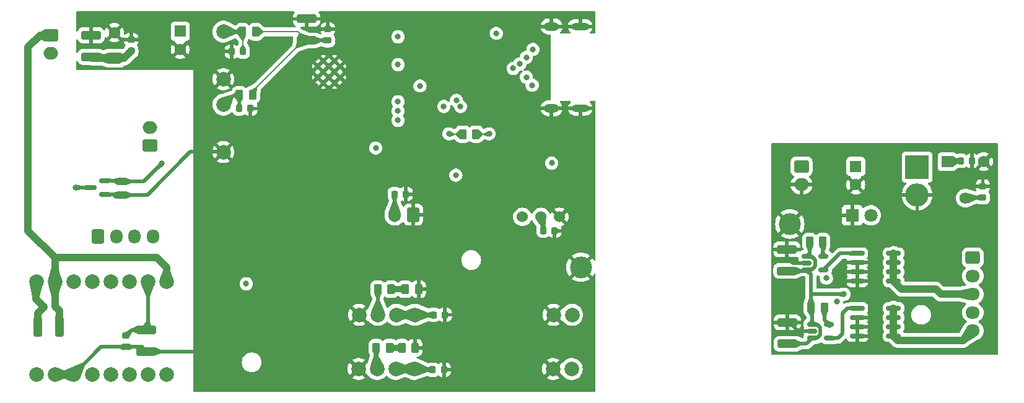
<source format=gbr>
%TF.GenerationSoftware,KiCad,Pcbnew,7.0.8-7.0.8~ubuntu22.04.1*%
%TF.CreationDate,2023-10-31T14:14:17+03:00*%
%TF.ProjectId,main-module,6d61696e-2d6d-46f6-9475-6c652e6b6963,rev?*%
%TF.SameCoordinates,Original*%
%TF.FileFunction,Copper,L4,Bot*%
%TF.FilePolarity,Positive*%
%FSLAX46Y46*%
G04 Gerber Fmt 4.6, Leading zero omitted, Abs format (unit mm)*
G04 Created by KiCad (PCBNEW 7.0.8-7.0.8~ubuntu22.04.1) date 2023-10-31 14:14:17*
%MOMM*%
%LPD*%
G01*
G04 APERTURE LIST*
G04 Aperture macros list*
%AMRoundRect*
0 Rectangle with rounded corners*
0 $1 Rounding radius*
0 $2 $3 $4 $5 $6 $7 $8 $9 X,Y pos of 4 corners*
0 Add a 4 corners polygon primitive as box body*
4,1,4,$2,$3,$4,$5,$6,$7,$8,$9,$2,$3,0*
0 Add four circle primitives for the rounded corners*
1,1,$1+$1,$2,$3*
1,1,$1+$1,$4,$5*
1,1,$1+$1,$6,$7*
1,1,$1+$1,$8,$9*
0 Add four rect primitives between the rounded corners*
20,1,$1+$1,$2,$3,$4,$5,0*
20,1,$1+$1,$4,$5,$6,$7,0*
20,1,$1+$1,$6,$7,$8,$9,0*
20,1,$1+$1,$8,$9,$2,$3,0*%
G04 Aperture macros list end*
%TA.AperFunction,ComponentPad*%
%ADD10RoundRect,0.250000X-0.725000X0.600000X-0.725000X-0.600000X0.725000X-0.600000X0.725000X0.600000X0*%
%TD*%
%TA.AperFunction,ComponentPad*%
%ADD11O,1.950000X1.700000*%
%TD*%
%TA.AperFunction,ComponentPad*%
%ADD12C,2.000000*%
%TD*%
%TA.AperFunction,ComponentPad*%
%ADD13R,3.200000X3.200000*%
%TD*%
%TA.AperFunction,ComponentPad*%
%ADD14O,3.200000X3.200000*%
%TD*%
%TA.AperFunction,ComponentPad*%
%ADD15R,1.560000X1.560000*%
%TD*%
%TA.AperFunction,ComponentPad*%
%ADD16C,1.560000*%
%TD*%
%TA.AperFunction,ComponentPad*%
%ADD17RoundRect,0.250000X-0.750000X0.600000X-0.750000X-0.600000X0.750000X-0.600000X0.750000X0.600000X0*%
%TD*%
%TA.AperFunction,ComponentPad*%
%ADD18O,2.000000X1.700000*%
%TD*%
%TA.AperFunction,ComponentPad*%
%ADD19R,1.600000X1.600000*%
%TD*%
%TA.AperFunction,ComponentPad*%
%ADD20C,1.600000*%
%TD*%
%TA.AperFunction,ComponentPad*%
%ADD21C,1.524000*%
%TD*%
%TA.AperFunction,ComponentPad*%
%ADD22O,2.000000X1.200000*%
%TD*%
%TA.AperFunction,ComponentPad*%
%ADD23O,2.400000X1.000000*%
%TD*%
%TA.AperFunction,ComponentPad*%
%ADD24RoundRect,0.250000X-0.600000X-0.725000X0.600000X-0.725000X0.600000X0.725000X-0.600000X0.725000X0*%
%TD*%
%TA.AperFunction,ComponentPad*%
%ADD25O,1.700000X1.950000*%
%TD*%
%TA.AperFunction,ComponentPad*%
%ADD26C,3.000000*%
%TD*%
%TA.AperFunction,ComponentPad*%
%ADD27R,1.800000X1.800000*%
%TD*%
%TA.AperFunction,ComponentPad*%
%ADD28C,1.800000*%
%TD*%
%TA.AperFunction,ComponentPad*%
%ADD29RoundRect,0.250000X0.750000X-0.600000X0.750000X0.600000X-0.750000X0.600000X-0.750000X-0.600000X0*%
%TD*%
%TA.AperFunction,ComponentPad*%
%ADD30RoundRect,0.250000X0.600000X0.750000X-0.600000X0.750000X-0.600000X-0.750000X0.600000X-0.750000X0*%
%TD*%
%TA.AperFunction,ComponentPad*%
%ADD31O,1.700000X2.000000*%
%TD*%
%TA.AperFunction,HeatsinkPad*%
%ADD32C,0.600000*%
%TD*%
%TA.AperFunction,SMDPad,CuDef*%
%ADD33RoundRect,0.250000X0.262500X0.450000X-0.262500X0.450000X-0.262500X-0.450000X0.262500X-0.450000X0*%
%TD*%
%TA.AperFunction,SMDPad,CuDef*%
%ADD34RoundRect,0.225000X-0.225000X-0.250000X0.225000X-0.250000X0.225000X0.250000X-0.225000X0.250000X0*%
%TD*%
%TA.AperFunction,SMDPad,CuDef*%
%ADD35RoundRect,0.225000X0.250000X-0.225000X0.250000X0.225000X-0.250000X0.225000X-0.250000X-0.225000X0*%
%TD*%
%TA.AperFunction,SMDPad,CuDef*%
%ADD36RoundRect,0.250000X-0.450000X0.262500X-0.450000X-0.262500X0.450000X-0.262500X0.450000X0.262500X0*%
%TD*%
%TA.AperFunction,SMDPad,CuDef*%
%ADD37RoundRect,0.150000X-0.512500X-0.150000X0.512500X-0.150000X0.512500X0.150000X-0.512500X0.150000X0*%
%TD*%
%TA.AperFunction,SMDPad,CuDef*%
%ADD38RoundRect,0.250000X-0.262500X-0.450000X0.262500X-0.450000X0.262500X0.450000X-0.262500X0.450000X0*%
%TD*%
%TA.AperFunction,SMDPad,CuDef*%
%ADD39RoundRect,0.150000X-0.825000X-0.150000X0.825000X-0.150000X0.825000X0.150000X-0.825000X0.150000X0*%
%TD*%
%TA.AperFunction,SMDPad,CuDef*%
%ADD40RoundRect,0.250000X-1.100000X0.325000X-1.100000X-0.325000X1.100000X-0.325000X1.100000X0.325000X0*%
%TD*%
%TA.AperFunction,SMDPad,CuDef*%
%ADD41RoundRect,0.250000X1.100000X-0.325000X1.100000X0.325000X-1.100000X0.325000X-1.100000X-0.325000X0*%
%TD*%
%TA.AperFunction,SMDPad,CuDef*%
%ADD42RoundRect,0.225000X0.225000X0.250000X-0.225000X0.250000X-0.225000X-0.250000X0.225000X-0.250000X0*%
%TD*%
%TA.AperFunction,SMDPad,CuDef*%
%ADD43RoundRect,0.150000X0.587500X0.150000X-0.587500X0.150000X-0.587500X-0.150000X0.587500X-0.150000X0*%
%TD*%
%TA.AperFunction,SMDPad,CuDef*%
%ADD44RoundRect,0.250000X0.325000X1.100000X-0.325000X1.100000X-0.325000X-1.100000X0.325000X-1.100000X0*%
%TD*%
%TA.AperFunction,SMDPad,CuDef*%
%ADD45RoundRect,0.225000X-0.250000X0.225000X-0.250000X-0.225000X0.250000X-0.225000X0.250000X0.225000X0*%
%TD*%
%TA.AperFunction,ViaPad*%
%ADD46C,0.800000*%
%TD*%
%TA.AperFunction,Conductor*%
%ADD47C,1.000000*%
%TD*%
%TA.AperFunction,Conductor*%
%ADD48C,0.500000*%
%TD*%
%TA.AperFunction,Conductor*%
%ADD49C,0.200000*%
%TD*%
G04 APERTURE END LIST*
D10*
%TO.P,T1,1,AA*%
%TO.N,Net-(T1-AA)*%
X172550000Y-75687500D03*
D11*
%TO.P,T1,2,AB*%
%TO.N,Net-(T1-AB)*%
X172550000Y-78187500D03*
%TO.P,T1,3,SA*%
%TO.N,Net-(T1-SA)*%
X172550000Y-80687500D03*
%TO.P,T1,4,SC*%
%TO.N,VPP*%
X172550000Y-83187500D03*
%TO.P,T1,5,SB*%
%TO.N,Net-(T1-SB)*%
X172550000Y-85687500D03*
%TD*%
D12*
%TO.P,U13,1,ENABLE#*%
%TO.N,/M_ENABLE#*%
X44560000Y-91675000D03*
%TO.P,U13,2,MS1*%
%TO.N,GNDA*%
X47100000Y-91675000D03*
%TO.P,U13,3,MS2*%
X49640000Y-91675000D03*
%TO.P,U13,4,PDN/UART1*%
%TO.N,unconnected-(U13-PDN{slash}UART1-Pad4)*%
X52180000Y-91675000D03*
%TO.P,U13,5,PDN/UART2*%
%TO.N,unconnected-(U13-PDN{slash}UART2-Pad5)*%
X54720000Y-91675000D03*
%TO.P,U13,6,EXTERNAL_CLK*%
%TO.N,unconnected-(U13-EXTERNAL_CLK-Pad6)*%
X57260000Y-91675000D03*
%TO.P,U13,7,STEP*%
%TO.N,/M_STEP*%
X59800000Y-91675000D03*
%TO.P,U13,8,DIR*%
%TO.N,/M_DIR*%
X62340000Y-91675000D03*
%TO.P,U13,9,VM*%
%TO.N,VD*%
X44560000Y-78975000D03*
%TO.P,U13,10,GND*%
%TO.N,GNDPWR*%
X47100000Y-78975000D03*
%TO.P,U13,11,M1B*%
%TO.N,Net-(J6-Pin_1)*%
X49640000Y-78975000D03*
%TO.P,U13,12,M1A*%
%TO.N,Net-(J6-Pin_2)*%
X52180000Y-78975000D03*
%TO.P,U13,13,M2A*%
%TO.N,Net-(J6-Pin_3)*%
X54720000Y-78975000D03*
%TO.P,U13,14,M2B*%
%TO.N,Net-(J6-Pin_4)*%
X57260000Y-78975000D03*
%TO.P,U13,15,VIO*%
%TO.N,+3V3*%
X59800000Y-78975000D03*
%TO.P,U13,16,GND*%
%TO.N,GNDPWR*%
X62340000Y-78975000D03*
%TD*%
D13*
%TO.P,D4,1,K*%
%TO.N,VPP*%
X164950000Y-63315000D03*
D14*
%TO.P,D4,2,A*%
%TO.N,GND1*%
X164950000Y-67125000D03*
%TD*%
D15*
%TO.P,RV2,1,1*%
%TO.N,Net-(D6-+)*%
X169050000Y-62547500D03*
D16*
%TO.P,RV2,2,2*%
%TO.N,/TL494_FEEDBACK*%
X171550000Y-67547500D03*
%TO.P,RV2,3,3*%
%TO.N,GND1*%
X174050000Y-62547500D03*
%TD*%
D17*
%TO.P,J1,1,Pin_1*%
%TO.N,GNDPWR*%
X46560000Y-45250000D03*
D18*
%TO.P,J1,2,Pin_2*%
%TO.N,/7.5V_BEFORE_FUSE*%
X46560000Y-47750000D03*
%TD*%
D19*
%TO.P,C18,1*%
%TO.N,VPP*%
X156550000Y-63205121D03*
D20*
%TO.P,C18,2*%
%TO.N,GND1*%
X156550000Y-65705121D03*
%TD*%
D21*
%TO.P,U7,2,DATA*%
%TO.N,/FM_OUT_433*%
X110995000Y-70100000D03*
%TO.P,U7,3,VCC*%
%TO.N,+5V*%
X113535000Y-70100000D03*
%TO.P,U7,4,GND*%
%TO.N,GNDA*%
X116075000Y-70100000D03*
%TD*%
D22*
%TO.P,J2,S1,SHIELD*%
%TO.N,GNDA*%
X114975000Y-55250000D03*
D23*
X118900000Y-55250000D03*
D22*
X114975000Y-44050000D03*
D23*
X118900000Y-44050000D03*
%TD*%
D24*
%TO.P,J6,1,Pin_1*%
%TO.N,Net-(J6-Pin_1)*%
X53000000Y-72800000D03*
D25*
%TO.P,J6,2,Pin_2*%
%TO.N,Net-(J6-Pin_2)*%
X55500000Y-72800000D03*
%TO.P,J6,3,Pin_3*%
%TO.N,Net-(J6-Pin_3)*%
X58000000Y-72800000D03*
%TO.P,J6,4,Pin_4*%
%TO.N,Net-(J6-Pin_4)*%
X60500000Y-72800000D03*
%TD*%
D12*
%TO.P,SW1,1,1*%
%TO.N,GNDA*%
X70135000Y-51275000D03*
%TO.P,SW1,2,2*%
%TO.N,/ESP32_ENABLE*%
X70135000Y-44775000D03*
%TD*%
D26*
%TO.P,TP5,1,1*%
%TO.N,GND1*%
X147550000Y-71087500D03*
%TD*%
D19*
%TO.P,C17,1*%
%TO.N,+3V3*%
X64235000Y-44700000D03*
D20*
%TO.P,C17,2*%
%TO.N,GNDA*%
X64235000Y-47200000D03*
%TD*%
D27*
%TO.P,D5,1,K*%
%TO.N,GND1*%
X156075000Y-69887500D03*
D28*
%TO.P,D5,2,A*%
%TO.N,Net-(D5-A)*%
X158615000Y-69887500D03*
%TD*%
D19*
%TO.P,C4,1*%
%TO.N,/7.5V_BEFORE_FUSE*%
X55235000Y-48400000D03*
D20*
%TO.P,C4,2*%
%TO.N,GNDA*%
X55235000Y-44900000D03*
%TD*%
D29*
%TO.P,J3,1,Pin_1*%
%TO.N,Net-(J3-Pin_1)*%
X60110000Y-60350000D03*
D18*
%TO.P,J3,2,Pin_2*%
%TO.N,Net-(J3-Pin_2)*%
X60110000Y-57850000D03*
%TD*%
D12*
%TO.P,U6,1,ANT*%
%TO.N,unconnected-(U6-ANT-Pad1)*%
X117800000Y-83500000D03*
%TO.P,U6,2,GND*%
%TO.N,GNDA*%
X115260000Y-83500000D03*
%TO.P,U6,3,VCC*%
%TO.N,+5V*%
X96300000Y-83500000D03*
%TO.P,U6,4,CS*%
X93760000Y-83500000D03*
%TO.P,U6,5,DATA*%
%TO.N,/FM_IN_5V_433*%
X91220000Y-83500000D03*
%TO.P,U6,6,GND*%
%TO.N,GNDA*%
X88680000Y-83500000D03*
%TD*%
%TO.P,SW2,1,1*%
%TO.N,/CHARGER_START_BUTTON*%
X70135000Y-54750000D03*
%TO.P,SW2,2,2*%
%TO.N,GNDA*%
X70135000Y-61250000D03*
%TD*%
D26*
%TO.P,TP1,1,1*%
%TO.N,GNDA*%
X119000000Y-77000000D03*
%TD*%
D12*
%TO.P,U10,1,ANT*%
%TO.N,unconnected-(U10-ANT-Pad1)*%
X117735000Y-90900000D03*
%TO.P,U10,2,GND*%
%TO.N,GNDA*%
X115195000Y-90900000D03*
%TO.P,U10,3,VCC*%
%TO.N,+5V*%
X96235000Y-90900000D03*
%TO.P,U10,4,CS*%
X93695000Y-90900000D03*
%TO.P,U10,5,DATA*%
%TO.N,/FM_IN_5V_315*%
X91155000Y-90900000D03*
%TO.P,U10,6,GND*%
%TO.N,GNDA*%
X88615000Y-90900000D03*
%TD*%
D30*
%TO.P,J5,1,Pin_1*%
%TO.N,GNDA*%
X96050000Y-69800000D03*
D31*
%TO.P,J5,2,Pin_2*%
%TO.N,/LIMIT_SWITCH*%
X93550000Y-69800000D03*
%TD*%
D32*
%TO.P,U8,39,GND*%
%TO.N,GNDA*%
X83037500Y-49512500D03*
X83037500Y-51037500D03*
X83800000Y-48750000D03*
X83800000Y-50275000D03*
X83800000Y-51800000D03*
X84562500Y-49512500D03*
X84562500Y-51037500D03*
X85325000Y-48750000D03*
X85325000Y-50275000D03*
X85325000Y-51800000D03*
X86087500Y-49512500D03*
X86087500Y-51037500D03*
%TD*%
D17*
%TO.P,J4,1,Pin_1*%
%TO.N,VPP*%
X149150000Y-63187500D03*
D18*
%TO.P,J4,2,Pin_2*%
%TO.N,GND1*%
X149150000Y-65687500D03*
%TD*%
D33*
%TO.P,R20,1*%
%TO.N,GNDA*%
X96347500Y-88000000D03*
%TO.P,R20,2*%
%TO.N,/FM_IN_315*%
X94522500Y-88000000D03*
%TD*%
D34*
%TO.P,C26,1*%
%TO.N,/LIMIT_SWITCH*%
X93525000Y-67000000D03*
%TO.P,C26,2*%
%TO.N,GNDA*%
X95075000Y-67000000D03*
%TD*%
D35*
%TO.P,C35,1*%
%TO.N,/TL494_FEEDBACK*%
X173925000Y-67472500D03*
%TO.P,C35,2*%
%TO.N,GND1*%
X173925000Y-65922500D03*
%TD*%
D36*
%TO.P,R3,1*%
%TO.N,/VM_ENABLE*%
X56285560Y-65287500D03*
%TO.P,R3,2*%
%TO.N,GNDA*%
X56285560Y-67112500D03*
%TD*%
D33*
%TO.P,R22,1*%
%TO.N,+3V3*%
X74147500Y-53400000D03*
%TO.P,R22,2*%
%TO.N,/CHARGER_START_BUTTON*%
X72322500Y-53400000D03*
%TD*%
%TO.P,R11,1*%
%TO.N,/FM_IN_433*%
X93057500Y-80000000D03*
%TO.P,R11,2*%
%TO.N,/FM_IN_5V_433*%
X91232500Y-80000000D03*
%TD*%
D37*
%TO.P,U11,1,VCC*%
%TO.N,VPP*%
X150600036Y-86700000D03*
%TO.P,U11,2,GND*%
%TO.N,GND1*%
X150600036Y-85750000D03*
%TO.P,U11,3,IN+*%
%TO.N,VPP*%
X150600036Y-84800000D03*
%TO.P,U11,4,IN-*%
%TO.N,Net-(U11-IN-)*%
X152875036Y-84800000D03*
%TO.P,U11,5,OUT*%
%TO.N,Net-(Q7-G)*%
X152875036Y-86700000D03*
%TD*%
D38*
%TO.P,R16,1*%
%TO.N,VPP*%
X150437500Y-82487500D03*
%TO.P,R16,2*%
%TO.N,Net-(U11-IN-)*%
X152262500Y-82487500D03*
%TD*%
D39*
%TO.P,Q8,1,S*%
%TO.N,GND1*%
X156775000Y-78905000D03*
%TO.P,Q8,2,S*%
X156775000Y-77635000D03*
%TO.P,Q8,3,S*%
X156775000Y-76365000D03*
%TO.P,Q8,4,G*%
%TO.N,Net-(Q8-G)*%
X156775000Y-75095000D03*
%TO.P,Q8,5,D*%
%TO.N,Net-(T1-SA)*%
X161725000Y-75095000D03*
%TO.P,Q8,6,D*%
X161725000Y-76365000D03*
%TO.P,Q8,7,D*%
X161725000Y-77635000D03*
%TO.P,Q8,8,D*%
X161725000Y-78905000D03*
%TD*%
D34*
%TO.P,C34,1*%
%TO.N,/CHARGER_START_BUTTON*%
X72285000Y-55300000D03*
%TO.P,C34,2*%
%TO.N,GNDA*%
X73835000Y-55300000D03*
%TD*%
D35*
%TO.P,C20,1*%
%TO.N,+3V3*%
X84400000Y-45975000D03*
%TO.P,C20,2*%
%TO.N,GNDA*%
X84400000Y-44425000D03*
%TD*%
D39*
%TO.P,Q7,1,S*%
%TO.N,GND1*%
X156775000Y-86405000D03*
%TO.P,Q7,2,S*%
X156775000Y-85135000D03*
%TO.P,Q7,3,S*%
X156775000Y-83865000D03*
%TO.P,Q7,4,G*%
%TO.N,Net-(Q7-G)*%
X156775000Y-82595000D03*
%TO.P,Q7,5,D*%
%TO.N,Net-(T1-SB)*%
X161725000Y-82595000D03*
%TO.P,Q7,6,D*%
X161725000Y-83865000D03*
%TO.P,Q7,7,D*%
X161725000Y-85135000D03*
%TO.P,Q7,8,D*%
X161725000Y-86405000D03*
%TD*%
D40*
%TO.P,C19,1*%
%TO.N,GNDA*%
X81500000Y-43025000D03*
%TO.P,C19,2*%
%TO.N,+3V3*%
X81500000Y-45975000D03*
%TD*%
D33*
%TO.P,R19,1*%
%TO.N,/FM_IN_315*%
X92847500Y-88000000D03*
%TO.P,R19,2*%
%TO.N,/FM_IN_5V_315*%
X91022500Y-88000000D03*
%TD*%
D41*
%TO.P,C27,1*%
%TO.N,GNDA*%
X59625000Y-88500000D03*
%TO.P,C27,2*%
%TO.N,+3V3*%
X59625000Y-85550000D03*
%TD*%
D42*
%TO.P,C31,1*%
%TO.N,GNDPWR*%
X47200000Y-82425000D03*
%TO.P,C31,2*%
%TO.N,VD*%
X45650000Y-82425000D03*
%TD*%
D34*
%TO.P,C14,1*%
%TO.N,+5V*%
X113860000Y-72000000D03*
%TO.P,C14,2*%
%TO.N,GNDA*%
X115410000Y-72000000D03*
%TD*%
D40*
%TO.P,C30,1*%
%TO.N,GND1*%
X147200000Y-84525000D03*
%TO.P,C30,2*%
%TO.N,VPP*%
X147200000Y-87475000D03*
%TD*%
D43*
%TO.P,Q1,1,G*%
%TO.N,/VM_ENABLE*%
X53923060Y-65150000D03*
%TO.P,Q1,2,S*%
%TO.N,GNDA*%
X53923060Y-67050000D03*
%TO.P,Q1,3,D*%
%TO.N,Net-(Q1-D)*%
X52048060Y-66100000D03*
%TD*%
D33*
%TO.P,R12,1*%
%TO.N,GNDA*%
X96807500Y-80000000D03*
%TO.P,R12,2*%
%TO.N,/FM_IN_433*%
X94982500Y-80000000D03*
%TD*%
D40*
%TO.P,C28,1*%
%TO.N,GND1*%
X147150000Y-74537500D03*
%TO.P,C28,2*%
%TO.N,VPP*%
X147150000Y-77487500D03*
%TD*%
D34*
%TO.P,C15,1*%
%TO.N,+5V*%
X98870000Y-83500000D03*
%TO.P,C15,2*%
%TO.N,GNDA*%
X100420000Y-83500000D03*
%TD*%
D35*
%TO.P,C1,1*%
%TO.N,/7.5V_BEFORE_FUSE*%
X57535000Y-47422349D03*
%TO.P,C1,2*%
%TO.N,GNDA*%
X57535000Y-45872349D03*
%TD*%
D34*
%TO.P,C33,1*%
%TO.N,Net-(D6-+)*%
X170900000Y-62447500D03*
%TO.P,C33,2*%
%TO.N,GND1*%
X172450000Y-62447500D03*
%TD*%
D41*
%TO.P,C2,1*%
%TO.N,/7.5V_BEFORE_FUSE*%
X52035000Y-48222349D03*
%TO.P,C2,2*%
%TO.N,GNDA*%
X52035000Y-45272349D03*
%TD*%
D37*
%TO.P,U12,1,VCC*%
%TO.N,VPP*%
X149875000Y-77387500D03*
%TO.P,U12,2,GND*%
%TO.N,GND1*%
X149875000Y-76437500D03*
%TO.P,U12,3,IN+*%
%TO.N,VPP*%
X149875000Y-75487500D03*
%TO.P,U12,4,IN-*%
%TO.N,Net-(U12-IN-)*%
X152150000Y-75487500D03*
%TO.P,U12,5,OUT*%
%TO.N,Net-(Q8-G)*%
X152150000Y-77387500D03*
%TD*%
D38*
%TO.P,R6,1*%
%TO.N,Net-(Q4-E)*%
X102837500Y-58800000D03*
%TO.P,R6,2*%
%TO.N,Net-(Q3-B)*%
X104662500Y-58800000D03*
%TD*%
D34*
%TO.P,C24,1*%
%TO.N,+5V*%
X98725000Y-91000000D03*
%TO.P,C24,2*%
%TO.N,GNDA*%
X100275000Y-91000000D03*
%TD*%
D33*
%TO.P,R10,1*%
%TO.N,+3V3*%
X74547500Y-44800000D03*
%TO.P,R10,2*%
%TO.N,/ESP32_ENABLE*%
X72722500Y-44800000D03*
%TD*%
D44*
%TO.P,C32,1*%
%TO.N,GNDPWR*%
X47700000Y-85125000D03*
%TO.P,C32,2*%
%TO.N,VD*%
X44750000Y-85125000D03*
%TD*%
D45*
%TO.P,C29,1*%
%TO.N,+3V3*%
X56825000Y-86350000D03*
%TO.P,C29,2*%
%TO.N,GNDA*%
X56825000Y-87900000D03*
%TD*%
D42*
%TO.P,C16,1*%
%TO.N,/ESP32_ENABLE*%
X72810000Y-47500000D03*
%TO.P,C16,2*%
%TO.N,GNDA*%
X71260000Y-47500000D03*
%TD*%
D38*
%TO.P,R17,1*%
%TO.N,VPP*%
X150237500Y-73487500D03*
%TO.P,R17,2*%
%TO.N,Net-(U12-IN-)*%
X152062500Y-73487500D03*
%TD*%
D46*
%TO.N,GNDA*%
X110200000Y-58600000D03*
X73250000Y-82250000D03*
X81000000Y-69750000D03*
X103035000Y-49600000D03*
X72500000Y-69750000D03*
X79532500Y-60695000D03*
%TO.N,+3V3*%
X81600000Y-46000000D03*
X59875000Y-85575000D03*
%TO.N,+5V*%
X115000000Y-62750000D03*
X73250000Y-79250000D03*
%TO.N,/ESP32_ENABLE*%
X101900000Y-64400000D03*
%TO.N,VPP*%
X154950000Y-80687500D03*
%TO.N,/TL494_FEEDBACK*%
X152550000Y-78487500D03*
%TO.N,VBUS*%
X112435000Y-47200000D03*
X112335000Y-52100000D03*
X107435000Y-45000000D03*
%TO.N,/D+*%
X111535000Y-48300000D03*
X109735000Y-49800000D03*
%TO.N,/D-*%
X111535000Y-51000000D03*
X110635000Y-49200000D03*
%TO.N,/VM_ENABLE*%
X61735000Y-62800000D03*
%TO.N,Net-(Q1-D)*%
X49935000Y-66100000D03*
%TO.N,Net-(Q3-B)*%
X106450000Y-58750000D03*
%TO.N,Net-(Q4-E)*%
X100950000Y-58750000D03*
%TO.N,/FM_IN_433*%
X94000000Y-80000000D03*
X93992500Y-54365000D03*
%TO.N,Net-(U11-IN-)*%
X152950000Y-84887500D03*
%TO.N,Net-(U12-IN-)*%
X153950000Y-81687500D03*
X152150000Y-73487500D03*
%TO.N,/FM_IN_315*%
X93992500Y-49285000D03*
X93735000Y-88000000D03*
%TO.N,/TXD_3V3*%
X101979378Y-54169163D03*
X97000000Y-52200000D03*
%TO.N,/RXD_3V3*%
X102535000Y-55000000D03*
X100250000Y-55000000D03*
%TO.N,/FM_OUT_433*%
X93992500Y-45475000D03*
%TO.N,/M_DIR*%
X93992500Y-56905000D03*
%TO.N,/M_STEP*%
X93992500Y-55635000D03*
%TO.N,/M_ENABLE#*%
X90962500Y-60695000D03*
%TD*%
D47*
%TO.N,/7.5V_BEFORE_FUSE*%
X52212651Y-48400000D02*
X52035000Y-48222349D01*
X55235000Y-48400000D02*
X52212651Y-48400000D01*
X56557349Y-48400000D02*
X57535000Y-47422349D01*
X55235000Y-48400000D02*
X56557349Y-48400000D01*
D48*
%TO.N,GNDA*%
X53923060Y-67050000D02*
X55135000Y-67050000D01*
X55135000Y-67050000D02*
X56223060Y-67050000D01*
X55135000Y-67050000D02*
X55435000Y-67350000D01*
X56825000Y-87900000D02*
X59025000Y-87900000D01*
X49640000Y-91675000D02*
X48425000Y-91675000D01*
X56285560Y-67112500D02*
X59722500Y-67112500D01*
X49640000Y-91675000D02*
X53415000Y-87900000D01*
X59722500Y-67112500D02*
X65635000Y-61200000D01*
X59625000Y-88500000D02*
X67000000Y-88500000D01*
X48425000Y-91675000D02*
X47100000Y-91675000D01*
X59025000Y-87900000D02*
X59625000Y-88500000D01*
X65635000Y-61200000D02*
X70085000Y-61200000D01*
X53415000Y-87900000D02*
X56825000Y-87900000D01*
D49*
%TO.N,+3V3*%
X74547500Y-44800000D02*
X80325000Y-44800000D01*
D48*
X57625000Y-85550000D02*
X56825000Y-86350000D01*
X59625000Y-85550000D02*
X57625000Y-85550000D01*
D49*
X80325000Y-44800000D02*
X81500000Y-45975000D01*
D48*
X84400000Y-45975000D02*
X81500000Y-45975000D01*
D49*
X74147500Y-52887500D02*
X81060000Y-45975000D01*
D48*
X59800000Y-78975000D02*
X59800000Y-85375000D01*
D47*
%TO.N,GNDPWR*%
X62340000Y-77040000D02*
X61000000Y-75700000D01*
X47100000Y-75700000D02*
X47100000Y-78975000D01*
X47700000Y-82925000D02*
X47100000Y-82325000D01*
X47100000Y-82325000D02*
X47100000Y-78975000D01*
X47700000Y-82925000D02*
X47200000Y-82425000D01*
X46560000Y-45250000D02*
X45085000Y-45250000D01*
X61000000Y-75700000D02*
X47100000Y-75700000D01*
X47700000Y-85125000D02*
X47700000Y-82925000D01*
X43435000Y-72035000D02*
X47100000Y-75700000D01*
X45085000Y-45250000D02*
X43435000Y-46900000D01*
X62340000Y-78975000D02*
X62340000Y-77040000D01*
X43435000Y-46900000D02*
X43435000Y-72035000D01*
%TO.N,VD*%
X44750000Y-85125000D02*
X44750000Y-83325000D01*
X45650000Y-82425000D02*
X44525000Y-81300000D01*
X44525000Y-81300000D02*
X44525000Y-79010000D01*
X44750000Y-83325000D02*
X45650000Y-82425000D01*
D48*
%TO.N,+5V*%
X93760000Y-83500000D02*
X96300000Y-83500000D01*
X96300000Y-83500000D02*
X98870000Y-83500000D01*
X93695000Y-90900000D02*
X96235000Y-90900000D01*
X98725000Y-91000000D02*
X96335000Y-91000000D01*
X113860000Y-72000000D02*
X113860000Y-70425000D01*
D49*
%TO.N,/ESP32_ENABLE*%
X72722500Y-44800000D02*
X70160000Y-44800000D01*
X72810000Y-47500000D02*
X72810000Y-44887500D01*
D48*
%TO.N,VPP*%
X151262536Y-84800000D02*
X151712536Y-85250000D01*
X151712536Y-86250000D02*
X151262536Y-86700000D01*
X151712536Y-85250000D02*
X151712536Y-86250000D01*
X147487536Y-87475000D02*
X149825036Y-87475000D01*
X154950000Y-80687500D02*
X150437500Y-80687500D01*
X150600036Y-84800000D02*
X151262536Y-84800000D01*
X150237500Y-73487500D02*
X150237500Y-75125000D01*
X149875000Y-77387500D02*
X150537500Y-77387500D01*
X150237500Y-75125000D02*
X149875000Y-75487500D01*
X149825036Y-87475000D02*
X150600036Y-86700000D01*
X150437500Y-82487500D02*
X150437500Y-80687500D01*
X151037500Y-75987500D02*
X150537500Y-75487500D01*
X150437500Y-77950000D02*
X149875000Y-77387500D01*
X149775000Y-77487500D02*
X149875000Y-77387500D01*
X147150000Y-77487500D02*
X149775000Y-77487500D01*
X150600036Y-84800000D02*
X150600036Y-82650036D01*
X150537500Y-75487500D02*
X149875000Y-75487500D01*
X150437500Y-80687500D02*
X150437500Y-77950000D01*
X151037500Y-76887500D02*
X151037500Y-75987500D01*
X151262536Y-86700000D02*
X150600036Y-86700000D01*
X150537500Y-77387500D02*
X151037500Y-76887500D01*
%TO.N,GND1*%
X147975000Y-76437500D02*
X147150000Y-75612500D01*
X150600036Y-85750000D02*
X148712536Y-85750000D01*
X148712536Y-85750000D02*
X147487536Y-84525000D01*
X147150000Y-75612500D02*
X147150000Y-74537500D01*
X149875000Y-76437500D02*
X147975000Y-76437500D01*
D49*
%TO.N,/CHARGER_START_BUTTON*%
X72322500Y-53400000D02*
X71485000Y-53400000D01*
X72322500Y-53400000D02*
X72322500Y-55262500D01*
X71485000Y-53400000D02*
X70135000Y-54750000D01*
D48*
%TO.N,/TL494_FEEDBACK*%
X173925000Y-67472500D02*
X171625000Y-67472500D01*
%TO.N,/LIMIT_SWITCH*%
X93525000Y-67000000D02*
X93525000Y-69775000D01*
%TO.N,/VM_ENABLE*%
X61735000Y-62800000D02*
X59247500Y-65287500D01*
X59247500Y-65287500D02*
X56285560Y-65287500D01*
X53923060Y-65150000D02*
X56148060Y-65150000D01*
%TO.N,Net-(Q1-D)*%
X52048060Y-66100000D02*
X50035000Y-66100000D01*
D49*
%TO.N,Net-(Q3-B)*%
X106300000Y-58800000D02*
X106350000Y-58750000D01*
X104662500Y-58800000D02*
X106300000Y-58800000D01*
X106350000Y-58750000D02*
X106450000Y-58750000D01*
%TO.N,Net-(Q4-E)*%
X101000000Y-58800000D02*
X100950000Y-58750000D01*
X102837500Y-58800000D02*
X101000000Y-58800000D01*
D48*
%TO.N,Net-(Q7-G)*%
X155442500Y-82595000D02*
X156775000Y-82595000D01*
X154750000Y-83287500D02*
X155442500Y-82595000D01*
X154750000Y-86087500D02*
X154750000Y-83287500D01*
X154137500Y-86700000D02*
X154750000Y-86087500D01*
X152875036Y-86700000D02*
X154137500Y-86700000D01*
D47*
%TO.N,Net-(T1-SB)*%
X161725000Y-82595000D02*
X161725000Y-86405000D01*
X161725000Y-86405000D02*
X162320000Y-87000000D01*
X162320000Y-87000000D02*
X171237500Y-87000000D01*
X171237500Y-87000000D02*
X172550000Y-85687500D01*
D48*
%TO.N,Net-(Q8-G)*%
X152150000Y-77387500D02*
X154442500Y-75095000D01*
X154442500Y-75095000D02*
X156775000Y-75095000D01*
D47*
%TO.N,Net-(T1-SA)*%
X172550000Y-80687500D02*
X168187500Y-80687500D01*
X167500000Y-80000000D02*
X162820000Y-80000000D01*
X161725000Y-75095000D02*
X161725000Y-78905000D01*
X168187500Y-80687500D02*
X167500000Y-80000000D01*
X162820000Y-80000000D02*
X161725000Y-78905000D01*
D48*
%TO.N,/FM_IN_433*%
X94000000Y-80000000D02*
X94982500Y-80000000D01*
X94000000Y-80000000D02*
X93057500Y-80000000D01*
%TO.N,/FM_IN_5V_433*%
X91232500Y-80000000D02*
X91232500Y-83487500D01*
%TO.N,Net-(U11-IN-)*%
X152262500Y-84187464D02*
X152875036Y-84800000D01*
X152262500Y-82487500D02*
X152262500Y-84187464D01*
%TO.N,Net-(U12-IN-)*%
X152062500Y-75400000D02*
X152150000Y-75487500D01*
X152150000Y-73487500D02*
X152062500Y-75400000D01*
%TO.N,/FM_IN_315*%
X93735000Y-88000000D02*
X94522500Y-88000000D01*
X92847500Y-88000000D02*
X93735000Y-88000000D01*
%TO.N,/FM_IN_5V_315*%
X91022500Y-88000000D02*
X91022500Y-90767500D01*
%TO.N,Net-(D6-+)*%
X170900000Y-62447500D02*
X169150000Y-62447500D01*
%TD*%
%TA.AperFunction,Conductor*%
%TO.N,GNDA*%
G36*
X79806516Y-42020185D02*
G01*
X79852271Y-42072989D01*
X79862215Y-42142147D01*
X79833190Y-42205703D01*
X79827158Y-42212181D01*
X79807684Y-42231654D01*
X79715643Y-42380875D01*
X79715641Y-42380880D01*
X79660494Y-42547302D01*
X79660493Y-42547309D01*
X79650000Y-42650013D01*
X79650000Y-42775000D01*
X83349999Y-42775000D01*
X83349999Y-42650028D01*
X83349998Y-42650013D01*
X83339505Y-42547302D01*
X83284358Y-42380880D01*
X83284356Y-42380875D01*
X83192315Y-42231654D01*
X83172842Y-42212181D01*
X83139357Y-42150858D01*
X83144341Y-42081166D01*
X83186213Y-42025233D01*
X83251677Y-42000816D01*
X83260523Y-42000500D01*
X120875500Y-42000500D01*
X120942539Y-42020185D01*
X120988294Y-42072989D01*
X120999500Y-42124500D01*
X120999500Y-44925500D01*
X120979815Y-44992539D01*
X120927011Y-45038294D01*
X120875500Y-45049500D01*
X120305752Y-45049500D01*
X120238713Y-45029815D01*
X120192958Y-44977011D01*
X120183014Y-44907853D01*
X120212039Y-44844297D01*
X120224982Y-44831414D01*
X120328530Y-44742521D01*
X120328531Y-44742520D01*
X120453018Y-44581695D01*
X120542588Y-44399093D01*
X120568246Y-44300000D01*
X119815686Y-44300000D01*
X119827641Y-44288045D01*
X119885165Y-44175148D01*
X119904986Y-44050000D01*
X119885165Y-43924852D01*
X119827641Y-43811955D01*
X119815686Y-43800000D01*
X120573366Y-43800000D01*
X120573068Y-43798053D01*
X120573066Y-43798047D01*
X120502437Y-43607342D01*
X120502434Y-43607335D01*
X120394850Y-43434732D01*
X120254735Y-43287331D01*
X120254733Y-43287330D01*
X120087804Y-43171143D01*
X119900907Y-43090940D01*
X119701690Y-43050000D01*
X119150000Y-43050000D01*
X119150000Y-43650000D01*
X118650000Y-43650000D01*
X118650000Y-43050000D01*
X118149287Y-43050000D01*
X117997661Y-43065418D01*
X117803618Y-43126299D01*
X117803608Y-43126304D01*
X117625784Y-43225005D01*
X117625783Y-43225005D01*
X117471469Y-43357478D01*
X117471468Y-43357479D01*
X117346981Y-43518304D01*
X117257411Y-43700906D01*
X117231754Y-43800000D01*
X117984314Y-43800000D01*
X117972359Y-43811955D01*
X117914835Y-43924852D01*
X117895014Y-44050000D01*
X117914835Y-44175148D01*
X117972359Y-44288045D01*
X117984314Y-44300000D01*
X117226634Y-44300000D01*
X117226931Y-44301946D01*
X117226933Y-44301952D01*
X117297562Y-44492657D01*
X117297565Y-44492664D01*
X117405149Y-44665267D01*
X117545264Y-44812668D01*
X117545266Y-44812669D01*
X117561150Y-44823725D01*
X117604929Y-44878179D01*
X117612317Y-44947657D01*
X117580971Y-45010100D01*
X117520841Y-45045683D01*
X117490313Y-45049500D01*
X116235960Y-45049500D01*
X116168921Y-45029815D01*
X116123166Y-44977011D01*
X116113222Y-44907853D01*
X116142247Y-44844297D01*
X116275105Y-44690969D01*
X116275114Y-44690958D01*
X116380144Y-44509039D01*
X116380147Y-44509032D01*
X116448855Y-44310517D01*
X116448855Y-44310515D01*
X116450368Y-44300000D01*
X115690686Y-44300000D01*
X115702641Y-44288045D01*
X115760165Y-44175148D01*
X115779986Y-44050000D01*
X115760165Y-43924852D01*
X115702641Y-43811955D01*
X115690686Y-43800000D01*
X116446257Y-43800000D01*
X116419229Y-43688590D01*
X116331959Y-43497492D01*
X116210110Y-43326380D01*
X116210104Y-43326374D01*
X116058067Y-43181407D01*
X115881342Y-43067833D01*
X115686314Y-42989755D01*
X115480038Y-42950000D01*
X115225000Y-42950000D01*
X115225000Y-43650000D01*
X114725000Y-43650000D01*
X114725000Y-42950000D01*
X114522602Y-42950000D01*
X114365877Y-42964965D01*
X114365873Y-42964966D01*
X114164313Y-43024149D01*
X113977585Y-43120413D01*
X113812462Y-43250268D01*
X113812459Y-43250271D01*
X113674894Y-43409030D01*
X113674885Y-43409041D01*
X113569855Y-43590960D01*
X113569852Y-43590967D01*
X113501144Y-43789482D01*
X113501144Y-43789484D01*
X113499632Y-43800000D01*
X114259314Y-43800000D01*
X114247359Y-43811955D01*
X114189835Y-43924852D01*
X114170014Y-44050000D01*
X114189835Y-44175148D01*
X114247359Y-44288045D01*
X114259314Y-44300000D01*
X113503742Y-44300000D01*
X113530770Y-44411409D01*
X113618040Y-44602507D01*
X113739889Y-44773619D01*
X113739895Y-44773625D01*
X113891932Y-44918592D01*
X114068657Y-45032166D01*
X114263685Y-45110244D01*
X114469962Y-45150000D01*
X114775500Y-45150000D01*
X114842539Y-45169685D01*
X114888294Y-45222489D01*
X114899500Y-45274000D01*
X114899500Y-54026000D01*
X114879815Y-54093039D01*
X114827011Y-54138794D01*
X114775500Y-54150000D01*
X114522602Y-54150000D01*
X114365877Y-54164965D01*
X114365873Y-54164966D01*
X114164313Y-54224149D01*
X113977585Y-54320413D01*
X113812462Y-54450268D01*
X113812459Y-54450271D01*
X113674894Y-54609030D01*
X113674885Y-54609041D01*
X113569855Y-54790960D01*
X113569852Y-54790967D01*
X113501144Y-54989482D01*
X113501144Y-54989484D01*
X113499632Y-55000000D01*
X114259314Y-55000000D01*
X114247359Y-55011955D01*
X114189835Y-55124852D01*
X114170014Y-55250000D01*
X114189835Y-55375148D01*
X114247359Y-55488045D01*
X114259314Y-55500000D01*
X113503742Y-55500000D01*
X113530770Y-55611409D01*
X113618040Y-55802507D01*
X113739889Y-55973619D01*
X113739895Y-55973625D01*
X113891932Y-56118592D01*
X114068657Y-56232166D01*
X114263685Y-56310244D01*
X114469962Y-56350000D01*
X114725000Y-56350000D01*
X114725000Y-55650000D01*
X115225000Y-55650000D01*
X115225000Y-56350000D01*
X115427398Y-56350000D01*
X115584122Y-56335034D01*
X115584126Y-56335033D01*
X115785686Y-56275850D01*
X115972414Y-56179586D01*
X116137537Y-56049731D01*
X116137540Y-56049728D01*
X116275105Y-55890969D01*
X116275114Y-55890958D01*
X116380144Y-55709039D01*
X116380147Y-55709032D01*
X116448855Y-55510517D01*
X116448855Y-55510515D01*
X116450368Y-55500000D01*
X115690686Y-55500000D01*
X115702641Y-55488045D01*
X115760165Y-55375148D01*
X115779986Y-55250000D01*
X115760165Y-55124852D01*
X115702641Y-55011955D01*
X115690686Y-55000000D01*
X116446257Y-55000000D01*
X116419229Y-54888590D01*
X116331959Y-54697492D01*
X116210110Y-54526380D01*
X116210104Y-54526374D01*
X116144943Y-54464243D01*
X116110008Y-54403734D01*
X116113333Y-54333944D01*
X116153861Y-54277029D01*
X116218726Y-54251061D01*
X116230513Y-54250500D01*
X117494248Y-54250500D01*
X117561287Y-54270185D01*
X117607042Y-54322989D01*
X117616986Y-54392147D01*
X117587961Y-54455703D01*
X117575018Y-54468586D01*
X117471469Y-54557478D01*
X117471468Y-54557479D01*
X117346981Y-54718304D01*
X117257411Y-54900906D01*
X117231754Y-55000000D01*
X117984314Y-55000000D01*
X117972359Y-55011955D01*
X117914835Y-55124852D01*
X117895014Y-55250000D01*
X117914835Y-55375148D01*
X117972359Y-55488045D01*
X117984314Y-55500000D01*
X117226634Y-55500000D01*
X117226931Y-55501946D01*
X117226933Y-55501952D01*
X117297562Y-55692657D01*
X117297565Y-55692664D01*
X117405149Y-55865267D01*
X117545264Y-56012668D01*
X117545266Y-56012669D01*
X117712195Y-56128856D01*
X117899092Y-56209059D01*
X118098310Y-56250000D01*
X118650000Y-56250000D01*
X118650000Y-55650000D01*
X119150000Y-55650000D01*
X119150000Y-56250000D01*
X119650713Y-56250000D01*
X119802338Y-56234581D01*
X119996381Y-56173700D01*
X119996391Y-56173695D01*
X120174215Y-56074994D01*
X120174216Y-56074994D01*
X120328530Y-55942521D01*
X120328531Y-55942520D01*
X120453018Y-55781695D01*
X120542588Y-55599093D01*
X120568246Y-55500000D01*
X119815686Y-55500000D01*
X119827641Y-55488045D01*
X119885165Y-55375148D01*
X119904986Y-55250000D01*
X119885165Y-55124852D01*
X119827641Y-55011955D01*
X119815686Y-55000000D01*
X120573366Y-55000000D01*
X120573068Y-54998053D01*
X120573066Y-54998047D01*
X120502437Y-54807342D01*
X120502434Y-54807335D01*
X120394850Y-54634732D01*
X120254735Y-54487331D01*
X120254733Y-54487330D01*
X120238850Y-54476275D01*
X120195071Y-54421821D01*
X120187683Y-54352343D01*
X120219029Y-54289900D01*
X120279159Y-54254317D01*
X120309687Y-54250500D01*
X120875500Y-54250500D01*
X120942539Y-54270185D01*
X120988294Y-54322989D01*
X120999500Y-54374500D01*
X120999500Y-76002786D01*
X120979815Y-76069825D01*
X120927011Y-76115580D01*
X120857853Y-76125524D01*
X120794297Y-76096499D01*
X120766668Y-76062213D01*
X120686808Y-75915961D01*
X120686807Y-75915960D01*
X120580115Y-75773436D01*
X119861650Y-76491901D01*
X119794854Y-76384737D01*
X119654732Y-76237329D01*
X119509913Y-76136532D01*
X120226562Y-75419883D01*
X120226561Y-75419882D01*
X120084046Y-75313196D01*
X120084038Y-75313191D01*
X119832957Y-75176091D01*
X119832958Y-75176091D01*
X119564895Y-75076109D01*
X119285362Y-75015300D01*
X119000001Y-74994891D01*
X118999999Y-74994891D01*
X118714637Y-75015300D01*
X118435104Y-75076109D01*
X118167041Y-75176091D01*
X117915961Y-75313191D01*
X117915953Y-75313196D01*
X117773437Y-75419882D01*
X117773436Y-75419883D01*
X118491874Y-76138321D01*
X118425786Y-76175004D01*
X118271469Y-76307480D01*
X118146979Y-76468308D01*
X118136374Y-76489927D01*
X117419883Y-75773436D01*
X117419882Y-75773437D01*
X117313196Y-75915953D01*
X117313191Y-75915961D01*
X117176091Y-76167041D01*
X117076109Y-76435104D01*
X117015300Y-76714637D01*
X116994891Y-76999998D01*
X116994891Y-77000001D01*
X117015300Y-77285362D01*
X117076109Y-77564895D01*
X117176091Y-77832958D01*
X117313191Y-78084038D01*
X117313196Y-78084046D01*
X117419882Y-78226561D01*
X117419883Y-78226562D01*
X118138348Y-77508096D01*
X118205146Y-77615263D01*
X118345268Y-77762671D01*
X118490085Y-77863467D01*
X117773436Y-78580115D01*
X117915960Y-78686807D01*
X117915961Y-78686808D01*
X118167042Y-78823908D01*
X118167041Y-78823908D01*
X118435104Y-78923890D01*
X118714637Y-78984699D01*
X118999999Y-79005109D01*
X119000001Y-79005109D01*
X119285362Y-78984699D01*
X119564895Y-78923890D01*
X119832958Y-78823908D01*
X120084047Y-78686803D01*
X120226561Y-78580116D01*
X120226562Y-78580115D01*
X119508125Y-77861678D01*
X119574214Y-77824996D01*
X119728531Y-77692520D01*
X119853021Y-77531692D01*
X119863625Y-77510072D01*
X120580115Y-78226562D01*
X120580116Y-78226561D01*
X120686803Y-78084047D01*
X120766668Y-77937786D01*
X120816073Y-77888381D01*
X120884346Y-77873529D01*
X120949810Y-77897946D01*
X120991682Y-77953879D01*
X120999500Y-77997213D01*
X120999500Y-93875500D01*
X120979815Y-93942539D01*
X120927011Y-93988294D01*
X120875500Y-93999500D01*
X66124000Y-93999500D01*
X66056961Y-93979815D01*
X66011206Y-93927011D01*
X66000000Y-93875500D01*
X66000000Y-90000000D01*
X72644341Y-90000000D01*
X72664936Y-90235403D01*
X72664938Y-90235413D01*
X72726094Y-90463655D01*
X72726096Y-90463659D01*
X72726097Y-90463663D01*
X72731406Y-90475048D01*
X72825964Y-90677828D01*
X72825965Y-90677830D01*
X72961505Y-90871402D01*
X73128597Y-91038494D01*
X73322169Y-91174034D01*
X73322171Y-91174035D01*
X73536337Y-91273903D01*
X73764592Y-91335063D01*
X73941034Y-91350500D01*
X74058966Y-91350500D01*
X74235408Y-91335063D01*
X74463663Y-91273903D01*
X74677829Y-91174035D01*
X74871401Y-91038495D01*
X75009891Y-90900005D01*
X87109859Y-90900005D01*
X87130385Y-91147729D01*
X87130387Y-91147738D01*
X87191412Y-91388717D01*
X87291266Y-91616364D01*
X87391564Y-91769882D01*
X88131923Y-91029523D01*
X88155507Y-91109844D01*
X88233239Y-91230798D01*
X88341900Y-91324952D01*
X88472685Y-91384680D01*
X88482466Y-91386086D01*
X87744942Y-92123609D01*
X87791768Y-92160055D01*
X87791770Y-92160056D01*
X88010385Y-92278364D01*
X88010396Y-92278369D01*
X88245506Y-92359083D01*
X88490707Y-92400000D01*
X88739293Y-92400000D01*
X88984493Y-92359083D01*
X89219603Y-92278369D01*
X89219614Y-92278364D01*
X89438228Y-92160057D01*
X89438231Y-92160055D01*
X89485056Y-92123609D01*
X88747533Y-91386086D01*
X88757315Y-91384680D01*
X88888100Y-91324952D01*
X88996761Y-91230798D01*
X89074493Y-91109844D01*
X89098076Y-91029524D01*
X89838434Y-91769882D01*
X89849861Y-91768697D01*
X89918573Y-91781360D01*
X89963092Y-91821194D01*
X89963683Y-91820735D01*
X89966218Y-91823992D01*
X89966456Y-91824205D01*
X89966831Y-91824780D01*
X89966836Y-91824785D01*
X90135256Y-92007738D01*
X90331491Y-92160474D01*
X90331493Y-92160475D01*
X90549332Y-92278364D01*
X90550190Y-92278828D01*
X90639386Y-92309449D01*
X90783964Y-92359083D01*
X90785386Y-92359571D01*
X91030665Y-92400500D01*
X91279335Y-92400500D01*
X91524614Y-92359571D01*
X91759810Y-92278828D01*
X91978509Y-92160474D01*
X92174744Y-92007738D01*
X92333771Y-91834988D01*
X92393657Y-91798999D01*
X92463495Y-91801099D01*
X92516228Y-91834988D01*
X92675256Y-92007738D01*
X92871491Y-92160474D01*
X92871493Y-92160475D01*
X93089332Y-92278364D01*
X93090190Y-92278828D01*
X93179386Y-92309449D01*
X93323964Y-92359083D01*
X93325386Y-92359571D01*
X93570665Y-92400500D01*
X93819335Y-92400500D01*
X94064614Y-92359571D01*
X94264745Y-92290865D01*
X94269388Y-92289473D01*
X94282918Y-92285990D01*
X94917309Y-92021660D01*
X94986760Y-92014047D01*
X95012686Y-92021659D01*
X95200589Y-92099952D01*
X95647090Y-92285994D01*
X95666201Y-92292768D01*
X95698614Y-92304259D01*
X95698618Y-92304259D01*
X95704550Y-92305726D01*
X95704518Y-92305853D01*
X95719385Y-92309449D01*
X95865383Y-92359570D01*
X95865386Y-92359571D01*
X96110665Y-92400500D01*
X96359335Y-92400500D01*
X96604614Y-92359571D01*
X96606035Y-92359083D01*
X96773408Y-92301622D01*
X96781062Y-92299534D01*
X96799077Y-92295844D01*
X97985411Y-91869649D01*
X98055156Y-91865510D01*
X98067926Y-91869181D01*
X98158046Y-91900412D01*
X98187766Y-91910712D01*
X98189389Y-91911369D01*
X98191302Y-91912002D01*
X98191303Y-91912003D01*
X98195630Y-91913436D01*
X98228353Y-91924777D01*
X98229186Y-91924954D01*
X98235776Y-91926739D01*
X98352292Y-91965349D01*
X98451655Y-91975500D01*
X98998344Y-91975499D01*
X98998352Y-91975498D01*
X98998355Y-91975498D01*
X99052760Y-91969940D01*
X99097708Y-91965349D01*
X99258697Y-91912003D01*
X99403044Y-91822968D01*
X99412668Y-91813343D01*
X99473987Y-91779856D01*
X99543679Y-91784835D01*
X99588034Y-91813339D01*
X99597267Y-91822572D01*
X99597271Y-91822575D01*
X99741507Y-91911542D01*
X99741518Y-91911547D01*
X99902393Y-91964855D01*
X100001683Y-91974999D01*
X100025000Y-91974998D01*
X100025000Y-91250000D01*
X100525000Y-91250000D01*
X100525000Y-91974999D01*
X100548308Y-91974999D01*
X100548322Y-91974998D01*
X100647607Y-91964855D01*
X100808481Y-91911547D01*
X100808492Y-91911542D01*
X100952728Y-91822575D01*
X100952732Y-91822572D01*
X101072572Y-91702732D01*
X101072575Y-91702728D01*
X101161542Y-91558492D01*
X101161547Y-91558481D01*
X101214855Y-91397606D01*
X101224999Y-91298322D01*
X101225000Y-91298309D01*
X101225000Y-91250000D01*
X100525000Y-91250000D01*
X100025000Y-91250000D01*
X100025000Y-90900005D01*
X113689859Y-90900005D01*
X113710385Y-91147729D01*
X113710387Y-91147738D01*
X113771412Y-91388717D01*
X113871266Y-91616364D01*
X113971564Y-91769882D01*
X114711923Y-91029523D01*
X114735507Y-91109844D01*
X114813239Y-91230798D01*
X114921900Y-91324952D01*
X115052685Y-91384680D01*
X115062466Y-91386086D01*
X114324942Y-92123609D01*
X114371768Y-92160055D01*
X114371770Y-92160056D01*
X114590385Y-92278364D01*
X114590396Y-92278369D01*
X114825506Y-92359083D01*
X115070707Y-92400000D01*
X115319293Y-92400000D01*
X115564493Y-92359083D01*
X115799603Y-92278369D01*
X115799614Y-92278364D01*
X116018228Y-92160057D01*
X116018231Y-92160055D01*
X116065056Y-92123609D01*
X115327533Y-91386086D01*
X115337315Y-91384680D01*
X115468100Y-91324952D01*
X115576761Y-91230798D01*
X115654493Y-91109844D01*
X115678076Y-91029524D01*
X116418434Y-91769882D01*
X116429861Y-91768697D01*
X116498573Y-91781360D01*
X116543092Y-91821194D01*
X116543683Y-91820735D01*
X116546218Y-91823992D01*
X116546456Y-91824205D01*
X116546831Y-91824780D01*
X116546836Y-91824785D01*
X116715256Y-92007738D01*
X116911491Y-92160474D01*
X116911493Y-92160475D01*
X117129332Y-92278364D01*
X117130190Y-92278828D01*
X117219386Y-92309449D01*
X117363964Y-92359083D01*
X117365386Y-92359571D01*
X117610665Y-92400500D01*
X117859335Y-92400500D01*
X118104614Y-92359571D01*
X118339810Y-92278828D01*
X118558509Y-92160474D01*
X118754744Y-92007738D01*
X118923164Y-91824785D01*
X119059173Y-91616607D01*
X119159063Y-91388881D01*
X119220108Y-91147821D01*
X119234686Y-90971889D01*
X119240643Y-90900005D01*
X119240643Y-90899994D01*
X119220109Y-90652187D01*
X119220107Y-90652175D01*
X119159063Y-90411118D01*
X119059173Y-90183393D01*
X118923166Y-89975217D01*
X118864127Y-89911084D01*
X118754744Y-89792262D01*
X118558509Y-89639526D01*
X118558507Y-89639525D01*
X118558506Y-89639524D01*
X118339811Y-89521172D01*
X118339802Y-89521169D01*
X118104616Y-89440429D01*
X117859335Y-89399500D01*
X117610665Y-89399500D01*
X117365383Y-89440429D01*
X117130197Y-89521169D01*
X117130188Y-89521172D01*
X116911493Y-89639524D01*
X116715257Y-89792261D01*
X116546837Y-89975213D01*
X116546829Y-89975224D01*
X116546455Y-89975797D01*
X116546242Y-89975978D01*
X116543690Y-89979258D01*
X116543014Y-89978732D01*
X116493304Y-90021147D01*
X116429865Y-90031302D01*
X116418434Y-90030116D01*
X115678076Y-90770475D01*
X115654493Y-90690156D01*
X115576761Y-90569202D01*
X115468100Y-90475048D01*
X115337315Y-90415320D01*
X115327534Y-90413913D01*
X116065057Y-89676390D01*
X116065056Y-89676389D01*
X116018229Y-89639943D01*
X115799614Y-89521635D01*
X115799603Y-89521630D01*
X115564493Y-89440916D01*
X115319293Y-89400000D01*
X115070707Y-89400000D01*
X114825506Y-89440916D01*
X114590396Y-89521630D01*
X114590390Y-89521632D01*
X114371761Y-89639949D01*
X114324942Y-89676388D01*
X114324942Y-89676390D01*
X115062466Y-90413913D01*
X115052685Y-90415320D01*
X114921900Y-90475048D01*
X114813239Y-90569202D01*
X114735507Y-90690156D01*
X114711923Y-90770475D01*
X113971564Y-90030116D01*
X113871267Y-90183632D01*
X113771412Y-90411282D01*
X113710387Y-90652261D01*
X113710385Y-90652270D01*
X113689859Y-90899994D01*
X113689859Y-90900005D01*
X100025000Y-90900005D01*
X100025000Y-90025000D01*
X100525000Y-90025000D01*
X100525000Y-90750000D01*
X101224999Y-90750000D01*
X101224999Y-90701692D01*
X101224998Y-90701677D01*
X101214855Y-90602392D01*
X101161547Y-90441518D01*
X101161542Y-90441507D01*
X101072575Y-90297271D01*
X101072572Y-90297267D01*
X100952732Y-90177427D01*
X100952728Y-90177424D01*
X100808492Y-90088457D01*
X100808481Y-90088452D01*
X100647606Y-90035144D01*
X100548322Y-90025000D01*
X100525000Y-90025000D01*
X100025000Y-90025000D01*
X100025000Y-90024999D01*
X100001693Y-90025000D01*
X100001674Y-90025001D01*
X99902392Y-90035144D01*
X99741518Y-90088452D01*
X99741507Y-90088457D01*
X99597271Y-90177424D01*
X99597265Y-90177428D01*
X99588031Y-90186663D01*
X99526707Y-90220146D01*
X99457015Y-90215159D01*
X99412672Y-90186660D01*
X99403044Y-90177032D01*
X99403040Y-90177029D01*
X99258705Y-90088001D01*
X99258699Y-90087998D01*
X99258697Y-90087997D01*
X99254433Y-90086584D01*
X99097709Y-90034651D01*
X98998346Y-90024500D01*
X98451662Y-90024500D01*
X98451644Y-90024501D01*
X98352292Y-90034650D01*
X98352286Y-90034652D01*
X98236100Y-90073152D01*
X98229051Y-90075036D01*
X98229037Y-90075038D01*
X98228355Y-90075221D01*
X98228353Y-90075222D01*
X98195567Y-90086584D01*
X98192214Y-90087694D01*
X98189373Y-90088636D01*
X98187780Y-90089280D01*
X98133038Y-90108252D01*
X98063249Y-90111606D01*
X98038371Y-90102683D01*
X98008054Y-90087996D01*
X96856279Y-89530013D01*
X96853805Y-89528745D01*
X96839814Y-89521174D01*
X96839800Y-89521167D01*
X96816744Y-89513253D01*
X96771125Y-89496367D01*
X96764788Y-89494755D01*
X96764892Y-89494345D01*
X96753963Y-89491700D01*
X96607094Y-89441280D01*
X96550079Y-89400895D01*
X96523948Y-89336095D01*
X96536999Y-89267455D01*
X96585088Y-89216768D01*
X96647357Y-89199999D01*
X96659971Y-89199999D01*
X96659987Y-89199998D01*
X96762697Y-89189505D01*
X96929119Y-89134358D01*
X96929124Y-89134356D01*
X97078345Y-89042315D01*
X97202315Y-88918345D01*
X97294356Y-88769124D01*
X97294358Y-88769119D01*
X97349505Y-88602697D01*
X97349506Y-88602690D01*
X97359999Y-88499986D01*
X97360000Y-88499973D01*
X97360000Y-88250000D01*
X96221500Y-88250000D01*
X96154461Y-88230315D01*
X96108706Y-88177511D01*
X96097500Y-88126000D01*
X96097500Y-86800000D01*
X96597500Y-86800000D01*
X96597500Y-87750000D01*
X97359999Y-87750000D01*
X97359999Y-87500028D01*
X97359998Y-87500013D01*
X97349505Y-87397302D01*
X97294358Y-87230880D01*
X97294356Y-87230875D01*
X97202315Y-87081654D01*
X97078345Y-86957684D01*
X96929124Y-86865643D01*
X96929119Y-86865641D01*
X96762697Y-86810494D01*
X96762690Y-86810493D01*
X96659986Y-86800000D01*
X96597500Y-86800000D01*
X96097500Y-86800000D01*
X96097499Y-86799999D01*
X96035028Y-86800000D01*
X96035011Y-86800001D01*
X95932302Y-86810494D01*
X95765880Y-86865641D01*
X95765875Y-86865643D01*
X95616657Y-86957682D01*
X95523034Y-87051305D01*
X95461710Y-87084789D01*
X95392019Y-87079805D01*
X95347672Y-87051304D01*
X95253657Y-86957289D01*
X95253656Y-86957288D01*
X95104334Y-86865186D01*
X94937797Y-86810001D01*
X94937795Y-86810000D01*
X94835010Y-86799500D01*
X94209998Y-86799500D01*
X94209980Y-86799501D01*
X94107203Y-86810000D01*
X94107200Y-86810001D01*
X93940668Y-86865185D01*
X93940663Y-86865187D01*
X93791342Y-86957289D01*
X93772681Y-86975951D01*
X93711358Y-87009436D01*
X93641666Y-87004452D01*
X93597319Y-86975951D01*
X93578657Y-86957289D01*
X93578656Y-86957288D01*
X93429334Y-86865186D01*
X93262797Y-86810001D01*
X93262795Y-86810000D01*
X93160010Y-86799500D01*
X92534998Y-86799500D01*
X92534980Y-86799501D01*
X92432203Y-86810000D01*
X92432200Y-86810001D01*
X92265668Y-86865185D01*
X92265663Y-86865187D01*
X92116342Y-86957289D01*
X92022681Y-87050951D01*
X91961358Y-87084436D01*
X91891666Y-87079452D01*
X91847319Y-87050951D01*
X91753657Y-86957289D01*
X91753656Y-86957288D01*
X91604334Y-86865186D01*
X91437797Y-86810001D01*
X91437795Y-86810000D01*
X91335010Y-86799500D01*
X90709998Y-86799500D01*
X90709980Y-86799501D01*
X90607203Y-86810000D01*
X90607200Y-86810001D01*
X90440668Y-86865185D01*
X90440663Y-86865187D01*
X90291342Y-86957289D01*
X90167289Y-87081342D01*
X90075187Y-87230663D01*
X90075185Y-87230668D01*
X90075115Y-87230880D01*
X90020001Y-87397203D01*
X90020001Y-87397204D01*
X90020000Y-87397204D01*
X90009500Y-87499983D01*
X90009500Y-88500001D01*
X90009501Y-88500019D01*
X90020000Y-88602796D01*
X90020001Y-88602799D01*
X90048373Y-88688419D01*
X90050194Y-88695167D01*
X90056609Y-88725668D01*
X90171123Y-89039305D01*
X90175625Y-89109029D01*
X90172034Y-89121779D01*
X89884878Y-89965646D01*
X89855169Y-90013381D01*
X89098076Y-90770475D01*
X89074493Y-90690156D01*
X88996761Y-90569202D01*
X88888100Y-90475048D01*
X88757315Y-90415320D01*
X88747534Y-90413913D01*
X89485057Y-89676390D01*
X89485056Y-89676389D01*
X89438229Y-89639943D01*
X89219614Y-89521635D01*
X89219603Y-89521630D01*
X88984493Y-89440916D01*
X88739293Y-89400000D01*
X88490707Y-89400000D01*
X88245506Y-89440916D01*
X88010396Y-89521630D01*
X88010390Y-89521632D01*
X87791761Y-89639949D01*
X87744942Y-89676388D01*
X87744942Y-89676390D01*
X88482466Y-90413913D01*
X88472685Y-90415320D01*
X88341900Y-90475048D01*
X88233239Y-90569202D01*
X88155507Y-90690156D01*
X88131923Y-90770475D01*
X87391564Y-90030116D01*
X87291267Y-90183632D01*
X87191412Y-90411282D01*
X87130387Y-90652261D01*
X87130385Y-90652270D01*
X87109859Y-90899994D01*
X87109859Y-90900005D01*
X75009891Y-90900005D01*
X75038495Y-90871401D01*
X75174035Y-90677830D01*
X75273903Y-90463663D01*
X75335063Y-90235408D01*
X75355659Y-90000000D01*
X75353541Y-89975797D01*
X75337484Y-89792262D01*
X75335063Y-89764592D01*
X75273903Y-89536337D01*
X75174035Y-89322171D01*
X75174034Y-89322169D01*
X75038494Y-89128597D01*
X74871402Y-88961505D01*
X74677830Y-88825965D01*
X74677828Y-88825964D01*
X74555923Y-88769119D01*
X74463663Y-88726097D01*
X74463659Y-88726096D01*
X74463655Y-88726094D01*
X74235413Y-88664938D01*
X74235403Y-88664936D01*
X74058966Y-88649500D01*
X73941034Y-88649500D01*
X73764596Y-88664936D01*
X73764586Y-88664938D01*
X73536344Y-88726094D01*
X73536335Y-88726098D01*
X73322171Y-88825964D01*
X73322169Y-88825965D01*
X73128597Y-88961505D01*
X72961506Y-89128597D01*
X72961501Y-89128604D01*
X72825967Y-89322165D01*
X72825965Y-89322169D01*
X72745678Y-89494345D01*
X72729046Y-89530014D01*
X72726098Y-89536335D01*
X72726094Y-89536344D01*
X72664938Y-89764586D01*
X72664936Y-89764596D01*
X72644341Y-89999999D01*
X72644341Y-90000000D01*
X66000000Y-90000000D01*
X66000000Y-83500005D01*
X87174859Y-83500005D01*
X87195385Y-83747729D01*
X87195387Y-83747738D01*
X87256412Y-83988717D01*
X87356266Y-84216364D01*
X87456564Y-84369882D01*
X88196923Y-83629523D01*
X88220507Y-83709844D01*
X88298239Y-83830798D01*
X88406900Y-83924952D01*
X88537685Y-83984680D01*
X88547466Y-83986086D01*
X87809942Y-84723609D01*
X87856768Y-84760055D01*
X87856770Y-84760056D01*
X88075385Y-84878364D01*
X88075396Y-84878369D01*
X88310506Y-84959083D01*
X88555707Y-85000000D01*
X88804293Y-85000000D01*
X89049493Y-84959083D01*
X89284603Y-84878369D01*
X89284614Y-84878364D01*
X89503228Y-84760057D01*
X89503231Y-84760055D01*
X89550056Y-84723609D01*
X88812533Y-83986086D01*
X88822315Y-83984680D01*
X88953100Y-83924952D01*
X89061761Y-83830798D01*
X89139493Y-83709844D01*
X89163076Y-83629524D01*
X89903434Y-84369882D01*
X89914861Y-84368697D01*
X89983573Y-84381360D01*
X90028092Y-84421194D01*
X90028683Y-84420735D01*
X90031218Y-84423992D01*
X90031456Y-84424205D01*
X90031831Y-84424780D01*
X90041229Y-84434989D01*
X90200256Y-84607738D01*
X90396491Y-84760474D01*
X90396493Y-84760475D01*
X90614332Y-84878364D01*
X90615190Y-84878828D01*
X90704386Y-84909449D01*
X90848964Y-84959083D01*
X90850386Y-84959571D01*
X91095665Y-85000500D01*
X91344335Y-85000500D01*
X91589614Y-84959571D01*
X91824810Y-84878828D01*
X92043509Y-84760474D01*
X92239744Y-84607738D01*
X92398771Y-84434988D01*
X92458657Y-84398999D01*
X92528495Y-84401099D01*
X92581228Y-84434988D01*
X92740256Y-84607738D01*
X92936491Y-84760474D01*
X92936493Y-84760475D01*
X93154332Y-84878364D01*
X93155190Y-84878828D01*
X93244386Y-84909449D01*
X93388964Y-84959083D01*
X93390386Y-84959571D01*
X93635665Y-85000500D01*
X93884335Y-85000500D01*
X94129614Y-84959571D01*
X94329745Y-84890865D01*
X94334388Y-84889473D01*
X94347918Y-84885990D01*
X94982309Y-84621660D01*
X95051760Y-84614047D01*
X95077686Y-84621659D01*
X95322366Y-84723609D01*
X95712090Y-84885994D01*
X95731201Y-84892768D01*
X95763614Y-84904259D01*
X95763618Y-84904259D01*
X95769550Y-84905726D01*
X95769518Y-84905853D01*
X95784385Y-84909449D01*
X95930383Y-84959570D01*
X95930386Y-84959571D01*
X96175665Y-85000500D01*
X96424335Y-85000500D01*
X96669614Y-84959571D01*
X96869745Y-84890865D01*
X96874388Y-84889473D01*
X96887918Y-84885990D01*
X98123074Y-84371342D01*
X98192526Y-84363729D01*
X98211367Y-84368640D01*
X98237662Y-84377753D01*
X98332765Y-84410712D01*
X98334385Y-84411367D01*
X98336300Y-84412001D01*
X98336303Y-84412003D01*
X98340630Y-84413436D01*
X98373353Y-84424777D01*
X98374186Y-84424954D01*
X98380776Y-84426739D01*
X98497292Y-84465349D01*
X98596655Y-84475500D01*
X99143344Y-84475499D01*
X99143352Y-84475498D01*
X99143355Y-84475498D01*
X99197760Y-84469940D01*
X99242708Y-84465349D01*
X99403697Y-84412003D01*
X99548044Y-84322968D01*
X99557668Y-84313343D01*
X99618987Y-84279856D01*
X99688679Y-84284835D01*
X99733034Y-84313339D01*
X99742267Y-84322572D01*
X99742271Y-84322575D01*
X99886507Y-84411542D01*
X99886518Y-84411547D01*
X100047393Y-84464855D01*
X100146683Y-84474999D01*
X100170000Y-84474998D01*
X100170000Y-83750000D01*
X100670000Y-83750000D01*
X100670000Y-84474999D01*
X100693308Y-84474999D01*
X100693322Y-84474998D01*
X100792607Y-84464855D01*
X100953481Y-84411547D01*
X100953492Y-84411542D01*
X101097728Y-84322575D01*
X101097732Y-84322572D01*
X101217572Y-84202732D01*
X101217575Y-84202728D01*
X101306542Y-84058492D01*
X101306547Y-84058481D01*
X101359855Y-83897606D01*
X101369999Y-83798322D01*
X101370000Y-83798309D01*
X101370000Y-83750000D01*
X100670000Y-83750000D01*
X100170000Y-83750000D01*
X100170000Y-83500005D01*
X113754859Y-83500005D01*
X113775385Y-83747729D01*
X113775387Y-83747738D01*
X113836412Y-83988717D01*
X113936266Y-84216364D01*
X114036564Y-84369882D01*
X114776923Y-83629523D01*
X114800507Y-83709844D01*
X114878239Y-83830798D01*
X114986900Y-83924952D01*
X115117685Y-83984680D01*
X115127466Y-83986086D01*
X114389942Y-84723609D01*
X114436768Y-84760055D01*
X114436770Y-84760056D01*
X114655385Y-84878364D01*
X114655396Y-84878369D01*
X114890506Y-84959083D01*
X115135707Y-85000000D01*
X115384293Y-85000000D01*
X115629493Y-84959083D01*
X115864603Y-84878369D01*
X115864614Y-84878364D01*
X116083228Y-84760057D01*
X116083231Y-84760055D01*
X116130056Y-84723609D01*
X115392533Y-83986086D01*
X115402315Y-83984680D01*
X115533100Y-83924952D01*
X115641761Y-83830798D01*
X115719493Y-83709844D01*
X115743076Y-83629524D01*
X116483434Y-84369882D01*
X116494861Y-84368697D01*
X116563573Y-84381360D01*
X116608092Y-84421194D01*
X116608683Y-84420735D01*
X116611218Y-84423992D01*
X116611456Y-84424205D01*
X116611831Y-84424780D01*
X116621229Y-84434989D01*
X116780256Y-84607738D01*
X116976491Y-84760474D01*
X116976493Y-84760475D01*
X117194332Y-84878364D01*
X117195190Y-84878828D01*
X117284386Y-84909449D01*
X117428964Y-84959083D01*
X117430386Y-84959571D01*
X117675665Y-85000500D01*
X117924335Y-85000500D01*
X118169614Y-84959571D01*
X118404810Y-84878828D01*
X118623509Y-84760474D01*
X118819744Y-84607738D01*
X118988164Y-84424785D01*
X119124173Y-84216607D01*
X119224063Y-83988881D01*
X119285108Y-83747821D01*
X119305643Y-83500000D01*
X119299686Y-83428111D01*
X119285109Y-83252187D01*
X119285107Y-83252175D01*
X119224063Y-83011118D01*
X119124173Y-82783393D01*
X118988166Y-82575217D01*
X118941937Y-82524999D01*
X118819744Y-82392262D01*
X118623509Y-82239526D01*
X118623507Y-82239525D01*
X118623506Y-82239524D01*
X118404811Y-82121172D01*
X118404802Y-82121169D01*
X118169616Y-82040429D01*
X117924335Y-81999500D01*
X117675665Y-81999500D01*
X117430383Y-82040429D01*
X117195197Y-82121169D01*
X117195188Y-82121172D01*
X116976493Y-82239524D01*
X116780257Y-82392261D01*
X116611837Y-82575213D01*
X116611829Y-82575224D01*
X116611455Y-82575797D01*
X116611242Y-82575978D01*
X116608690Y-82579258D01*
X116608014Y-82578732D01*
X116558304Y-82621147D01*
X116494865Y-82631302D01*
X116483434Y-82630116D01*
X115743076Y-83370475D01*
X115719493Y-83290156D01*
X115641761Y-83169202D01*
X115533100Y-83075048D01*
X115402315Y-83015320D01*
X115392534Y-83013913D01*
X116130057Y-82276390D01*
X116130056Y-82276389D01*
X116083229Y-82239943D01*
X115864614Y-82121635D01*
X115864603Y-82121630D01*
X115629493Y-82040916D01*
X115384293Y-82000000D01*
X115135707Y-82000000D01*
X114890506Y-82040916D01*
X114655396Y-82121630D01*
X114655390Y-82121632D01*
X114436761Y-82239949D01*
X114389942Y-82276388D01*
X114389942Y-82276390D01*
X115127466Y-83013913D01*
X115117685Y-83015320D01*
X114986900Y-83075048D01*
X114878239Y-83169202D01*
X114800507Y-83290156D01*
X114776923Y-83370475D01*
X114036564Y-82630116D01*
X113936267Y-82783632D01*
X113836412Y-83011282D01*
X113775387Y-83252261D01*
X113775385Y-83252270D01*
X113754859Y-83499994D01*
X113754859Y-83500005D01*
X100170000Y-83500005D01*
X100170000Y-82525000D01*
X100670000Y-82525000D01*
X100670000Y-83250000D01*
X101369999Y-83250000D01*
X101369999Y-83201692D01*
X101369998Y-83201677D01*
X101359855Y-83102392D01*
X101306547Y-82941518D01*
X101306542Y-82941507D01*
X101217575Y-82797271D01*
X101217572Y-82797267D01*
X101097732Y-82677427D01*
X101097728Y-82677424D01*
X100953492Y-82588457D01*
X100953481Y-82588452D01*
X100792606Y-82535144D01*
X100693322Y-82525000D01*
X100670000Y-82525000D01*
X100170000Y-82525000D01*
X100170000Y-82524999D01*
X100146693Y-82525000D01*
X100146674Y-82525001D01*
X100047392Y-82535144D01*
X99886518Y-82588452D01*
X99886507Y-82588457D01*
X99742271Y-82677424D01*
X99742265Y-82677428D01*
X99733031Y-82686663D01*
X99671707Y-82720146D01*
X99602015Y-82715159D01*
X99557672Y-82686660D01*
X99548044Y-82677032D01*
X99548040Y-82677029D01*
X99403705Y-82588001D01*
X99403699Y-82587998D01*
X99403697Y-82587997D01*
X99366880Y-82575797D01*
X99242709Y-82534651D01*
X99143346Y-82524500D01*
X98596662Y-82524500D01*
X98596644Y-82524501D01*
X98497292Y-82534650D01*
X98497286Y-82534652D01*
X98381100Y-82573152D01*
X98374051Y-82575036D01*
X98374037Y-82575038D01*
X98373355Y-82575221D01*
X98373353Y-82575222D01*
X98340567Y-82586584D01*
X98336303Y-82587997D01*
X98336302Y-82587997D01*
X98334378Y-82588635D01*
X98332779Y-82589281D01*
X98211368Y-82631357D01*
X98141579Y-82634709D01*
X98123072Y-82628655D01*
X96887902Y-82114003D01*
X96836385Y-82095739D01*
X96830458Y-82094275D01*
X96830489Y-82094148D01*
X96815610Y-82090549D01*
X96669616Y-82040429D01*
X96424335Y-81999500D01*
X96175665Y-81999500D01*
X95930382Y-82040429D01*
X95930380Y-82040429D01*
X95730293Y-82109120D01*
X95725625Y-82110520D01*
X95712089Y-82114006D01*
X95712083Y-82114008D01*
X95712081Y-82114009D01*
X95693791Y-82121630D01*
X95077691Y-82378337D01*
X95008237Y-82385951D01*
X94982307Y-82378337D01*
X94347902Y-82114003D01*
X94296385Y-82095739D01*
X94290458Y-82094275D01*
X94290489Y-82094148D01*
X94275610Y-82090549D01*
X94129616Y-82040429D01*
X93884335Y-81999500D01*
X93635665Y-81999500D01*
X93390383Y-82040429D01*
X93155197Y-82121169D01*
X93155188Y-82121172D01*
X92936493Y-82239524D01*
X92740255Y-82392262D01*
X92740252Y-82392265D01*
X92632117Y-82509731D01*
X92572230Y-82545722D01*
X92502392Y-82543621D01*
X92444776Y-82504097D01*
X92426139Y-82472745D01*
X92345718Y-82276389D01*
X91992251Y-81413358D01*
X91983000Y-81366361D01*
X91983000Y-81337520D01*
X91990521Y-81294992D01*
X92025022Y-81200500D01*
X92081134Y-81046814D01*
X92122617Y-80990593D01*
X92187911Y-80965723D01*
X92256285Y-80980102D01*
X92285294Y-81001662D01*
X92326344Y-81042712D01*
X92475666Y-81134814D01*
X92642203Y-81189999D01*
X92744991Y-81200500D01*
X93370008Y-81200499D01*
X93370016Y-81200498D01*
X93370019Y-81200498D01*
X93426302Y-81194748D01*
X93472797Y-81189999D01*
X93639334Y-81134814D01*
X93788656Y-81042712D01*
X93894383Y-80936985D01*
X93955706Y-80903500D01*
X93981389Y-80900668D01*
X94011977Y-80900502D01*
X94012385Y-80900500D01*
X94057769Y-80900500D01*
X94124808Y-80920185D01*
X94145450Y-80936818D01*
X94251344Y-81042712D01*
X94400666Y-81134814D01*
X94567203Y-81189999D01*
X94669991Y-81200500D01*
X95295008Y-81200499D01*
X95295016Y-81200498D01*
X95295019Y-81200498D01*
X95351302Y-81194748D01*
X95397797Y-81189999D01*
X95564334Y-81134814D01*
X95713656Y-81042712D01*
X95807675Y-80948692D01*
X95868994Y-80915210D01*
X95938686Y-80920194D01*
X95983034Y-80948695D01*
X96076654Y-81042315D01*
X96225875Y-81134356D01*
X96225880Y-81134358D01*
X96392302Y-81189505D01*
X96392309Y-81189506D01*
X96495019Y-81199999D01*
X96557499Y-81199998D01*
X96557500Y-81199998D01*
X96557500Y-80250000D01*
X97057500Y-80250000D01*
X97057500Y-81199999D01*
X97119972Y-81199999D01*
X97119986Y-81199998D01*
X97222697Y-81189505D01*
X97389119Y-81134358D01*
X97389124Y-81134356D01*
X97538345Y-81042315D01*
X97662315Y-80918345D01*
X97754356Y-80769124D01*
X97754358Y-80769119D01*
X97809505Y-80602697D01*
X97809506Y-80602690D01*
X97819999Y-80499986D01*
X97820000Y-80499973D01*
X97820000Y-80250000D01*
X97057500Y-80250000D01*
X96557500Y-80250000D01*
X96557500Y-78800000D01*
X97057500Y-78800000D01*
X97057500Y-79750000D01*
X97819999Y-79750000D01*
X97819999Y-79500028D01*
X97819998Y-79500013D01*
X97809505Y-79397302D01*
X97754358Y-79230880D01*
X97754356Y-79230875D01*
X97662315Y-79081654D01*
X97538345Y-78957684D01*
X97389124Y-78865643D01*
X97389119Y-78865641D01*
X97222697Y-78810494D01*
X97222690Y-78810493D01*
X97119986Y-78800000D01*
X97057500Y-78800000D01*
X96557500Y-78800000D01*
X96557499Y-78799999D01*
X96495028Y-78800000D01*
X96495011Y-78800001D01*
X96392302Y-78810494D01*
X96225880Y-78865641D01*
X96225875Y-78865643D01*
X96076657Y-78957682D01*
X95983034Y-79051305D01*
X95921710Y-79084789D01*
X95852019Y-79079805D01*
X95807672Y-79051304D01*
X95713657Y-78957289D01*
X95713656Y-78957288D01*
X95564334Y-78865186D01*
X95397797Y-78810001D01*
X95397795Y-78810000D01*
X95295010Y-78799500D01*
X94669998Y-78799500D01*
X94669980Y-78799501D01*
X94567203Y-78810000D01*
X94567200Y-78810001D01*
X94400668Y-78865185D01*
X94400663Y-78865187D01*
X94251345Y-78957287D01*
X94145853Y-79062779D01*
X94084530Y-79096263D01*
X94058867Y-79099095D01*
X94058848Y-79099095D01*
X94058847Y-79099095D01*
X93986570Y-79099500D01*
X93982231Y-79099500D01*
X93915192Y-79079815D01*
X93894550Y-79063182D01*
X93882319Y-79050951D01*
X93788656Y-78957288D01*
X93713995Y-78911237D01*
X93639336Y-78865187D01*
X93639331Y-78865185D01*
X93637862Y-78864698D01*
X93472797Y-78810001D01*
X93472795Y-78810000D01*
X93370010Y-78799500D01*
X92744998Y-78799500D01*
X92744980Y-78799501D01*
X92642203Y-78810000D01*
X92642200Y-78810001D01*
X92475668Y-78865185D01*
X92475663Y-78865187D01*
X92326342Y-78957289D01*
X92232681Y-79050951D01*
X92171358Y-79084436D01*
X92101666Y-79079452D01*
X92057319Y-79050951D01*
X91963657Y-78957289D01*
X91963656Y-78957288D01*
X91814334Y-78865186D01*
X91647797Y-78810001D01*
X91647795Y-78810000D01*
X91545010Y-78799500D01*
X90919998Y-78799500D01*
X90919980Y-78799501D01*
X90817203Y-78810000D01*
X90817200Y-78810001D01*
X90650668Y-78865185D01*
X90650663Y-78865187D01*
X90501342Y-78957289D01*
X90377289Y-79081342D01*
X90285187Y-79230663D01*
X90285185Y-79230668D01*
X90285115Y-79230880D01*
X90230001Y-79397203D01*
X90230001Y-79397204D01*
X90230000Y-79397204D01*
X90219500Y-79499983D01*
X90219500Y-80500001D01*
X90219501Y-80500019D01*
X90230000Y-80602796D01*
X90230001Y-80602799D01*
X90258373Y-80688419D01*
X90260194Y-80695167D01*
X90266609Y-80725668D01*
X90474479Y-81294992D01*
X90482000Y-81337520D01*
X90482000Y-81362489D01*
X90472119Y-81410995D01*
X89987624Y-82550853D01*
X89943284Y-82604850D01*
X89921754Y-82611796D01*
X89163076Y-83370475D01*
X89139493Y-83290156D01*
X89061761Y-83169202D01*
X88953100Y-83075048D01*
X88822315Y-83015320D01*
X88812534Y-83013913D01*
X89550057Y-82276390D01*
X89550056Y-82276389D01*
X89503229Y-82239943D01*
X89284614Y-82121635D01*
X89284603Y-82121630D01*
X89049493Y-82040916D01*
X88804293Y-82000000D01*
X88555707Y-82000000D01*
X88310506Y-82040916D01*
X88075396Y-82121630D01*
X88075390Y-82121632D01*
X87856761Y-82239949D01*
X87809942Y-82276388D01*
X87809942Y-82276390D01*
X88547466Y-83013913D01*
X88537685Y-83015320D01*
X88406900Y-83075048D01*
X88298239Y-83169202D01*
X88220507Y-83290156D01*
X88196923Y-83370475D01*
X87456564Y-82630116D01*
X87356267Y-82783632D01*
X87256412Y-83011282D01*
X87195387Y-83252261D01*
X87195385Y-83252270D01*
X87174859Y-83499994D01*
X87174859Y-83500005D01*
X66000000Y-83500005D01*
X66000000Y-79250000D01*
X72344540Y-79250000D01*
X72364326Y-79438256D01*
X72364327Y-79438259D01*
X72422818Y-79618277D01*
X72422821Y-79618284D01*
X72517467Y-79782216D01*
X72623327Y-79899785D01*
X72644129Y-79922888D01*
X72797265Y-80034148D01*
X72797270Y-80034151D01*
X72970192Y-80111142D01*
X72970197Y-80111144D01*
X73155354Y-80150500D01*
X73155355Y-80150500D01*
X73344644Y-80150500D01*
X73344646Y-80150500D01*
X73529803Y-80111144D01*
X73702730Y-80034151D01*
X73855871Y-79922888D01*
X73982533Y-79782216D01*
X74077179Y-79618284D01*
X74135674Y-79438256D01*
X74155460Y-79250000D01*
X74135674Y-79061744D01*
X74077179Y-78881716D01*
X73982533Y-78717784D01*
X73855871Y-78577112D01*
X73855870Y-78577111D01*
X73702734Y-78465851D01*
X73702729Y-78465848D01*
X73529807Y-78388857D01*
X73529802Y-78388855D01*
X73384001Y-78357865D01*
X73344646Y-78349500D01*
X73155354Y-78349500D01*
X73122897Y-78356398D01*
X72970197Y-78388855D01*
X72970192Y-78388857D01*
X72797270Y-78465848D01*
X72797265Y-78465851D01*
X72644129Y-78577111D01*
X72517466Y-78717785D01*
X72422821Y-78881715D01*
X72422818Y-78881722D01*
X72367833Y-79050951D01*
X72364326Y-79061744D01*
X72344540Y-79250000D01*
X66000000Y-79250000D01*
X66000000Y-76000000D01*
X102644341Y-76000000D01*
X102664936Y-76235403D01*
X102664938Y-76235413D01*
X102726094Y-76463655D01*
X102726096Y-76463659D01*
X102726097Y-76463663D01*
X102769777Y-76557335D01*
X102825964Y-76677828D01*
X102825965Y-76677830D01*
X102961505Y-76871402D01*
X103128597Y-77038494D01*
X103322169Y-77174034D01*
X103322171Y-77174035D01*
X103536337Y-77273903D01*
X103764592Y-77335063D01*
X103941034Y-77350500D01*
X104058966Y-77350500D01*
X104235408Y-77335063D01*
X104463663Y-77273903D01*
X104677829Y-77174035D01*
X104871401Y-77038495D01*
X105038495Y-76871401D01*
X105174035Y-76677830D01*
X105273903Y-76463663D01*
X105335063Y-76235408D01*
X105355659Y-76000000D01*
X105335063Y-75764592D01*
X105273903Y-75536337D01*
X105174035Y-75322171D01*
X105174034Y-75322169D01*
X105038494Y-75128597D01*
X104871402Y-74961505D01*
X104677830Y-74825965D01*
X104677828Y-74825964D01*
X104494464Y-74740460D01*
X104463663Y-74726097D01*
X104463659Y-74726096D01*
X104463655Y-74726094D01*
X104235413Y-74664938D01*
X104235403Y-74664936D01*
X104058966Y-74649500D01*
X103941034Y-74649500D01*
X103764596Y-74664936D01*
X103764586Y-74664938D01*
X103536344Y-74726094D01*
X103536337Y-74726096D01*
X103536337Y-74726097D01*
X103522816Y-74732401D01*
X103322171Y-74825964D01*
X103322169Y-74825965D01*
X103128597Y-74961505D01*
X102961506Y-75128597D01*
X102961501Y-75128604D01*
X102825967Y-75322165D01*
X102825965Y-75322169D01*
X102726098Y-75536335D01*
X102726094Y-75536344D01*
X102664938Y-75764586D01*
X102664936Y-75764596D01*
X102644341Y-75999999D01*
X102644341Y-76000000D01*
X66000000Y-76000000D01*
X66000000Y-70008966D01*
X92199500Y-70008966D01*
X92214936Y-70185403D01*
X92214938Y-70185413D01*
X92276094Y-70413655D01*
X92276096Y-70413659D01*
X92276097Y-70413663D01*
X92300194Y-70465339D01*
X92375964Y-70627828D01*
X92375965Y-70627830D01*
X92511505Y-70821402D01*
X92604719Y-70914615D01*
X92678599Y-70988495D01*
X92751682Y-71039668D01*
X92872165Y-71124032D01*
X92872167Y-71124033D01*
X92872170Y-71124035D01*
X93086337Y-71223903D01*
X93086343Y-71223904D01*
X93086344Y-71223905D01*
X93125356Y-71234358D01*
X93314592Y-71285063D01*
X93502918Y-71301539D01*
X93549999Y-71305659D01*
X93550000Y-71305659D01*
X93550001Y-71305659D01*
X93589234Y-71302226D01*
X93785408Y-71285063D01*
X94013663Y-71223903D01*
X94227829Y-71124035D01*
X94421401Y-70988495D01*
X94568965Y-70840930D01*
X94630287Y-70807447D01*
X94699978Y-70812431D01*
X94755912Y-70854302D01*
X94762183Y-70863516D01*
X94857680Y-71018340D01*
X94857683Y-71018344D01*
X94981654Y-71142315D01*
X95130875Y-71234356D01*
X95130880Y-71234358D01*
X95297302Y-71289505D01*
X95297309Y-71289506D01*
X95400019Y-71299999D01*
X95799999Y-71299999D01*
X95800000Y-71299998D01*
X95800000Y-70235501D01*
X95907685Y-70284680D01*
X96014237Y-70300000D01*
X96085763Y-70300000D01*
X96192315Y-70284680D01*
X96300000Y-70235501D01*
X96300000Y-71299999D01*
X96699972Y-71299999D01*
X96699986Y-71299998D01*
X96802697Y-71289505D01*
X96969119Y-71234358D01*
X96969124Y-71234356D01*
X97118345Y-71142315D01*
X97242315Y-71018345D01*
X97334356Y-70869124D01*
X97334358Y-70869119D01*
X97389505Y-70702697D01*
X97389506Y-70702690D01*
X97399999Y-70599986D01*
X97400000Y-70599973D01*
X97400000Y-70100002D01*
X109727677Y-70100002D01*
X109746929Y-70320062D01*
X109746930Y-70320070D01*
X109804104Y-70533445D01*
X109804105Y-70533447D01*
X109804106Y-70533450D01*
X109865630Y-70665389D01*
X109897466Y-70733662D01*
X109897468Y-70733666D01*
X110024170Y-70914615D01*
X110024175Y-70914621D01*
X110180378Y-71070824D01*
X110180384Y-71070829D01*
X110361333Y-71197531D01*
X110361335Y-71197532D01*
X110361338Y-71197534D01*
X110561550Y-71290894D01*
X110774932Y-71348070D01*
X110932123Y-71361822D01*
X110994998Y-71367323D01*
X110995000Y-71367323D01*
X110995002Y-71367323D01*
X111050017Y-71362509D01*
X111215068Y-71348070D01*
X111428450Y-71290894D01*
X111628662Y-71197534D01*
X111809620Y-71070826D01*
X111965826Y-70914620D01*
X112092534Y-70733662D01*
X112152618Y-70604811D01*
X112198790Y-70552371D01*
X112265983Y-70533219D01*
X112332865Y-70553435D01*
X112377382Y-70604811D01*
X112437464Y-70733658D01*
X112437468Y-70733666D01*
X112564170Y-70914615D01*
X112564175Y-70914621D01*
X112581561Y-70932007D01*
X112596498Y-70950077D01*
X112923796Y-71432569D01*
X112945140Y-71499099D01*
X112942831Y-71526189D01*
X112940585Y-71537571D01*
X112938610Y-71545075D01*
X112919651Y-71602288D01*
X112909500Y-71701647D01*
X112909500Y-72298337D01*
X112909501Y-72298355D01*
X112919650Y-72397707D01*
X112919651Y-72397710D01*
X112972996Y-72558694D01*
X112973001Y-72558705D01*
X113062029Y-72703040D01*
X113062032Y-72703044D01*
X113181955Y-72822967D01*
X113181959Y-72822970D01*
X113326294Y-72911998D01*
X113326297Y-72911999D01*
X113326303Y-72912003D01*
X113487292Y-72965349D01*
X113586655Y-72975500D01*
X114133344Y-72975499D01*
X114133352Y-72975498D01*
X114133355Y-72975498D01*
X114187760Y-72969940D01*
X114232708Y-72965349D01*
X114393697Y-72912003D01*
X114538044Y-72822968D01*
X114547668Y-72813343D01*
X114608987Y-72779856D01*
X114678679Y-72784835D01*
X114723034Y-72813339D01*
X114732267Y-72822572D01*
X114732271Y-72822575D01*
X114876507Y-72911542D01*
X114876518Y-72911547D01*
X115037393Y-72964855D01*
X115136683Y-72974999D01*
X115160000Y-72974998D01*
X115160000Y-72250000D01*
X115660000Y-72250000D01*
X115660000Y-72974999D01*
X115683308Y-72974999D01*
X115683322Y-72974998D01*
X115782607Y-72964855D01*
X115943481Y-72911547D01*
X115943492Y-72911542D01*
X116087728Y-72822575D01*
X116087732Y-72822572D01*
X116207572Y-72702732D01*
X116207575Y-72702728D01*
X116296542Y-72558492D01*
X116296547Y-72558481D01*
X116349855Y-72397606D01*
X116359999Y-72298322D01*
X116360000Y-72298309D01*
X116360000Y-72250000D01*
X115660000Y-72250000D01*
X115160000Y-72250000D01*
X115160000Y-71874000D01*
X115179685Y-71806961D01*
X115232489Y-71761206D01*
X115284000Y-71750000D01*
X116359999Y-71750000D01*
X116359999Y-71701692D01*
X116359998Y-71701677D01*
X116349855Y-71602392D01*
X116309170Y-71479612D01*
X116306768Y-71409784D01*
X116342500Y-71349742D01*
X116394783Y-71320833D01*
X116508270Y-71290424D01*
X116508284Y-71290419D01*
X116708408Y-71197100D01*
X116708420Y-71197093D01*
X116773186Y-71151742D01*
X116773187Y-71151740D01*
X116102447Y-70481000D01*
X116106569Y-70481000D01*
X116200421Y-70465339D01*
X116312251Y-70404820D01*
X116398371Y-70311269D01*
X116449448Y-70194823D01*
X116455105Y-70126552D01*
X117126740Y-70798187D01*
X117126742Y-70798186D01*
X117172093Y-70733420D01*
X117172100Y-70733408D01*
X117265419Y-70533284D01*
X117265424Y-70533270D01*
X117322573Y-70319986D01*
X117322575Y-70319976D01*
X117341821Y-70100000D01*
X117341821Y-70099999D01*
X117322575Y-69880023D01*
X117322573Y-69880013D01*
X117265424Y-69666729D01*
X117265420Y-69666720D01*
X117172098Y-69466590D01*
X117126740Y-69401811D01*
X116459903Y-70068648D01*
X116459949Y-70068102D01*
X116428734Y-69944838D01*
X116359187Y-69838388D01*
X116258843Y-69760287D01*
X116138578Y-69719000D01*
X116102447Y-69719000D01*
X116773187Y-69048258D01*
X116708409Y-69002900D01*
X116708407Y-69002899D01*
X116508284Y-68909580D01*
X116508270Y-68909575D01*
X116294986Y-68852426D01*
X116294976Y-68852424D01*
X116075001Y-68833179D01*
X116074999Y-68833179D01*
X115855023Y-68852424D01*
X115855013Y-68852426D01*
X115641729Y-68909575D01*
X115641720Y-68909579D01*
X115441586Y-69002903D01*
X115376812Y-69048257D01*
X115376811Y-69048258D01*
X116047554Y-69719000D01*
X116043431Y-69719000D01*
X115949579Y-69734661D01*
X115837749Y-69795180D01*
X115751629Y-69888731D01*
X115700552Y-70005177D01*
X115694894Y-70073447D01*
X115023258Y-69401811D01*
X115023257Y-69401812D01*
X114977903Y-69466586D01*
X114917658Y-69595781D01*
X114871485Y-69648220D01*
X114804292Y-69667372D01*
X114737411Y-69647156D01*
X114692894Y-69595781D01*
X114632534Y-69466340D01*
X114632533Y-69466338D01*
X114596300Y-69414592D01*
X114505826Y-69285380D01*
X114349620Y-69129174D01*
X114349616Y-69129171D01*
X114349615Y-69129170D01*
X114168666Y-69002468D01*
X114168662Y-69002466D01*
X114163434Y-69000028D01*
X113968450Y-68909106D01*
X113968447Y-68909105D01*
X113968445Y-68909104D01*
X113755070Y-68851930D01*
X113755062Y-68851929D01*
X113535002Y-68832677D01*
X113534998Y-68832677D01*
X113314937Y-68851929D01*
X113314929Y-68851930D01*
X113101554Y-68909104D01*
X113101548Y-68909107D01*
X112901340Y-69002465D01*
X112901338Y-69002466D01*
X112720377Y-69129175D01*
X112564175Y-69285377D01*
X112437466Y-69466338D01*
X112437465Y-69466340D01*
X112377382Y-69595189D01*
X112331209Y-69647628D01*
X112264016Y-69666780D01*
X112197135Y-69646564D01*
X112152618Y-69595189D01*
X112092534Y-69466340D01*
X112092533Y-69466338D01*
X112056300Y-69414592D01*
X111965826Y-69285380D01*
X111809620Y-69129174D01*
X111809616Y-69129171D01*
X111809615Y-69129170D01*
X111628666Y-69002468D01*
X111628662Y-69002466D01*
X111623434Y-69000028D01*
X111428450Y-68909106D01*
X111428447Y-68909105D01*
X111428445Y-68909104D01*
X111215070Y-68851930D01*
X111215062Y-68851929D01*
X110995002Y-68832677D01*
X110994998Y-68832677D01*
X110774937Y-68851929D01*
X110774929Y-68851930D01*
X110561554Y-68909104D01*
X110561548Y-68909107D01*
X110361340Y-69002465D01*
X110361338Y-69002466D01*
X110180377Y-69129175D01*
X110024175Y-69285377D01*
X109897466Y-69466338D01*
X109897465Y-69466340D01*
X109804107Y-69666548D01*
X109804104Y-69666554D01*
X109746930Y-69879929D01*
X109746929Y-69879937D01*
X109727677Y-70099997D01*
X109727677Y-70100002D01*
X97400000Y-70100002D01*
X97400000Y-70050000D01*
X96483686Y-70050000D01*
X96509493Y-70009844D01*
X96550000Y-69871889D01*
X96550000Y-69728111D01*
X96509493Y-69590156D01*
X96483686Y-69550000D01*
X97399999Y-69550000D01*
X97399999Y-69000028D01*
X97399998Y-69000013D01*
X97389505Y-68897302D01*
X97334358Y-68730880D01*
X97334356Y-68730875D01*
X97242315Y-68581654D01*
X97118345Y-68457684D01*
X96969124Y-68365643D01*
X96969119Y-68365641D01*
X96802697Y-68310494D01*
X96802690Y-68310493D01*
X96699986Y-68300000D01*
X96300000Y-68300000D01*
X96300000Y-69364498D01*
X96192315Y-69315320D01*
X96085763Y-69300000D01*
X96014237Y-69300000D01*
X95907685Y-69315320D01*
X95800000Y-69364498D01*
X95800000Y-68300000D01*
X95400028Y-68300000D01*
X95400012Y-68300001D01*
X95297302Y-68310494D01*
X95130880Y-68365641D01*
X95130875Y-68365643D01*
X94981654Y-68457684D01*
X94857682Y-68581656D01*
X94817218Y-68647259D01*
X94765270Y-68693983D01*
X94696307Y-68705204D01*
X94632225Y-68677361D01*
X94596911Y-68629108D01*
X94489139Y-68365641D01*
X94367153Y-68067425D01*
X94359992Y-67997925D01*
X94391542Y-67935584D01*
X94451788Y-67900198D01*
X94521601Y-67903000D01*
X94534665Y-67909140D01*
X94534968Y-67908493D01*
X94541518Y-67911547D01*
X94702393Y-67964855D01*
X94801683Y-67974999D01*
X94825000Y-67974998D01*
X94825000Y-67250000D01*
X95325000Y-67250000D01*
X95325000Y-67974999D01*
X95348308Y-67974999D01*
X95348322Y-67974998D01*
X95447607Y-67964855D01*
X95608481Y-67911547D01*
X95608492Y-67911542D01*
X95752728Y-67822575D01*
X95752732Y-67822572D01*
X95872572Y-67702732D01*
X95872575Y-67702728D01*
X95961542Y-67558492D01*
X95961547Y-67558481D01*
X96014855Y-67397606D01*
X96024999Y-67298322D01*
X96025000Y-67298309D01*
X96025000Y-67250000D01*
X95325000Y-67250000D01*
X94825000Y-67250000D01*
X94825000Y-66025000D01*
X95325000Y-66025000D01*
X95325000Y-66750000D01*
X96024999Y-66750000D01*
X96024999Y-66701692D01*
X96024998Y-66701677D01*
X96014855Y-66602392D01*
X95961547Y-66441518D01*
X95961542Y-66441507D01*
X95872575Y-66297271D01*
X95872572Y-66297267D01*
X95752732Y-66177427D01*
X95752728Y-66177424D01*
X95608492Y-66088457D01*
X95608481Y-66088452D01*
X95447606Y-66035144D01*
X95348322Y-66025000D01*
X95325000Y-66025000D01*
X94825000Y-66025000D01*
X94825000Y-66024999D01*
X94801693Y-66025000D01*
X94801674Y-66025001D01*
X94702392Y-66035144D01*
X94541518Y-66088452D01*
X94541507Y-66088457D01*
X94397271Y-66177424D01*
X94397265Y-66177428D01*
X94388031Y-66186663D01*
X94326707Y-66220146D01*
X94257015Y-66215159D01*
X94212672Y-66186660D01*
X94203044Y-66177032D01*
X94203040Y-66177029D01*
X94058705Y-66088001D01*
X94058699Y-66087998D01*
X94058697Y-66087997D01*
X94058694Y-66087996D01*
X93897709Y-66034651D01*
X93798346Y-66024500D01*
X93251662Y-66024500D01*
X93251644Y-66024501D01*
X93152292Y-66034650D01*
X93152289Y-66034651D01*
X92991305Y-66087996D01*
X92991294Y-66088001D01*
X92846959Y-66177029D01*
X92846955Y-66177032D01*
X92727032Y-66296955D01*
X92727029Y-66296959D01*
X92638001Y-66441294D01*
X92637996Y-66441305D01*
X92584651Y-66602290D01*
X92574500Y-66701647D01*
X92574500Y-67298337D01*
X92574501Y-67298355D01*
X92584651Y-67397709D01*
X92604233Y-67456806D01*
X92608976Y-67476258D01*
X92611767Y-67493744D01*
X92733610Y-67886108D01*
X92734692Y-67955969D01*
X92731386Y-67966172D01*
X92294384Y-69139177D01*
X92292133Y-69145341D01*
X92290875Y-69149792D01*
X92290382Y-69149652D01*
X92283550Y-69170351D01*
X92276096Y-69186336D01*
X92214938Y-69414586D01*
X92214936Y-69414596D01*
X92199500Y-69591034D01*
X92199500Y-70008966D01*
X66000000Y-70008966D01*
X66000000Y-64400000D01*
X100994540Y-64400000D01*
X101014326Y-64588256D01*
X101014327Y-64588259D01*
X101072818Y-64768277D01*
X101072821Y-64768284D01*
X101167467Y-64932216D01*
X101294129Y-65072888D01*
X101447265Y-65184148D01*
X101447270Y-65184151D01*
X101620192Y-65261142D01*
X101620197Y-65261144D01*
X101805354Y-65300500D01*
X101805355Y-65300500D01*
X101994644Y-65300500D01*
X101994646Y-65300500D01*
X102179803Y-65261144D01*
X102352730Y-65184151D01*
X102505871Y-65072888D01*
X102632533Y-64932216D01*
X102727179Y-64768284D01*
X102785674Y-64588256D01*
X102805460Y-64400000D01*
X102785674Y-64211744D01*
X102727179Y-64031716D01*
X102632533Y-63867784D01*
X102505871Y-63727112D01*
X102505870Y-63727111D01*
X102352734Y-63615851D01*
X102352729Y-63615848D01*
X102179807Y-63538857D01*
X102179802Y-63538855D01*
X102034001Y-63507865D01*
X101994646Y-63499500D01*
X101805354Y-63499500D01*
X101772897Y-63506398D01*
X101620197Y-63538855D01*
X101620192Y-63538857D01*
X101447270Y-63615848D01*
X101447265Y-63615851D01*
X101294129Y-63727111D01*
X101167466Y-63867785D01*
X101072821Y-64031715D01*
X101072818Y-64031722D01*
X101014327Y-64211740D01*
X101014326Y-64211744D01*
X100994540Y-64400000D01*
X66000000Y-64400000D01*
X66000000Y-61250005D01*
X68629859Y-61250005D01*
X68650385Y-61497729D01*
X68650387Y-61497738D01*
X68711412Y-61738717D01*
X68811266Y-61966364D01*
X68911564Y-62119882D01*
X69572226Y-61459219D01*
X69610901Y-61552588D01*
X69707075Y-61677925D01*
X69832412Y-61774099D01*
X69925779Y-61812772D01*
X69264942Y-62473609D01*
X69311768Y-62510055D01*
X69311770Y-62510056D01*
X69530385Y-62628364D01*
X69530396Y-62628369D01*
X69765506Y-62709083D01*
X70010707Y-62750000D01*
X70259293Y-62750000D01*
X114094540Y-62750000D01*
X114114326Y-62938256D01*
X114114327Y-62938259D01*
X114172818Y-63118277D01*
X114172821Y-63118284D01*
X114267467Y-63282216D01*
X114390755Y-63419141D01*
X114394129Y-63422888D01*
X114547265Y-63534148D01*
X114547270Y-63534151D01*
X114720192Y-63611142D01*
X114720197Y-63611144D01*
X114905354Y-63650500D01*
X114905355Y-63650500D01*
X115094644Y-63650500D01*
X115094646Y-63650500D01*
X115279803Y-63611144D01*
X115452730Y-63534151D01*
X115605871Y-63422888D01*
X115732533Y-63282216D01*
X115827179Y-63118284D01*
X115885674Y-62938256D01*
X115905460Y-62750000D01*
X115885674Y-62561744D01*
X115827179Y-62381716D01*
X115732533Y-62217784D01*
X115605871Y-62077112D01*
X115605870Y-62077111D01*
X115452734Y-61965851D01*
X115452729Y-61965848D01*
X115279807Y-61888857D01*
X115279802Y-61888855D01*
X115134001Y-61857865D01*
X115094646Y-61849500D01*
X114905354Y-61849500D01*
X114872897Y-61856398D01*
X114720197Y-61888855D01*
X114720192Y-61888857D01*
X114547270Y-61965848D01*
X114547265Y-61965851D01*
X114394129Y-62077111D01*
X114267466Y-62217785D01*
X114172821Y-62381715D01*
X114172818Y-62381722D01*
X114131120Y-62510057D01*
X114114326Y-62561744D01*
X114094540Y-62750000D01*
X70259293Y-62750000D01*
X70504493Y-62709083D01*
X70739603Y-62628369D01*
X70739614Y-62628364D01*
X70958228Y-62510057D01*
X70958231Y-62510055D01*
X71005056Y-62473609D01*
X70344220Y-61812773D01*
X70437588Y-61774099D01*
X70562925Y-61677925D01*
X70659099Y-61552589D01*
X70697772Y-61459220D01*
X71358434Y-62119882D01*
X71458731Y-61966369D01*
X71558587Y-61738717D01*
X71619612Y-61497738D01*
X71619614Y-61497729D01*
X71640141Y-61250005D01*
X71640141Y-61249994D01*
X71619614Y-61002270D01*
X71619612Y-61002261D01*
X71558587Y-60761282D01*
X71529513Y-60695000D01*
X90057040Y-60695000D01*
X90076826Y-60883256D01*
X90076827Y-60883259D01*
X90135318Y-61063277D01*
X90135321Y-61063284D01*
X90229967Y-61227216D01*
X90356629Y-61367888D01*
X90509765Y-61479148D01*
X90509770Y-61479151D01*
X90682692Y-61556142D01*
X90682697Y-61556144D01*
X90867854Y-61595500D01*
X90867855Y-61595500D01*
X91057144Y-61595500D01*
X91057146Y-61595500D01*
X91242303Y-61556144D01*
X91415230Y-61479151D01*
X91568371Y-61367888D01*
X91695033Y-61227216D01*
X91789679Y-61063284D01*
X91848174Y-60883256D01*
X91867960Y-60695000D01*
X91848174Y-60506744D01*
X91789679Y-60326716D01*
X91695033Y-60162784D01*
X91568371Y-60022112D01*
X91538625Y-60000500D01*
X91415234Y-59910851D01*
X91415229Y-59910848D01*
X91242307Y-59833857D01*
X91242302Y-59833855D01*
X91096501Y-59802865D01*
X91057146Y-59794500D01*
X90867854Y-59794500D01*
X90835397Y-59801398D01*
X90682697Y-59833855D01*
X90682692Y-59833857D01*
X90509770Y-59910848D01*
X90509765Y-59910851D01*
X90356629Y-60022111D01*
X90229966Y-60162785D01*
X90135321Y-60326715D01*
X90135318Y-60326722D01*
X90076827Y-60506740D01*
X90076826Y-60506744D01*
X90057040Y-60695000D01*
X71529513Y-60695000D01*
X71458731Y-60533630D01*
X71358434Y-60380116D01*
X70697772Y-61040778D01*
X70659099Y-60947412D01*
X70562925Y-60822075D01*
X70437588Y-60725901D01*
X70344220Y-60687227D01*
X71005057Y-60026390D01*
X71005056Y-60026389D01*
X70958229Y-59989943D01*
X70739614Y-59871635D01*
X70739603Y-59871630D01*
X70504493Y-59790916D01*
X70259293Y-59750000D01*
X70010707Y-59750000D01*
X69765506Y-59790916D01*
X69530396Y-59871630D01*
X69530390Y-59871632D01*
X69311761Y-59989949D01*
X69264942Y-60026388D01*
X69264942Y-60026390D01*
X69925779Y-60687227D01*
X69832412Y-60725901D01*
X69707075Y-60822075D01*
X69610901Y-60947411D01*
X69572227Y-61040779D01*
X68911564Y-60380116D01*
X68811267Y-60533632D01*
X68711412Y-60761282D01*
X68650387Y-61002261D01*
X68650385Y-61002270D01*
X68629859Y-61249994D01*
X68629859Y-61250005D01*
X66000000Y-61250005D01*
X66000000Y-58750000D01*
X100044540Y-58750000D01*
X100064326Y-58938256D01*
X100064327Y-58938259D01*
X100122818Y-59118277D01*
X100122821Y-59118284D01*
X100217467Y-59282216D01*
X100344129Y-59422888D01*
X100497265Y-59534148D01*
X100497270Y-59534151D01*
X100670192Y-59611142D01*
X100670195Y-59611143D01*
X100670197Y-59611144D01*
X100855354Y-59650500D01*
X100855355Y-59650500D01*
X101044644Y-59650500D01*
X101044646Y-59650500D01*
X101229803Y-59611144D01*
X101248263Y-59602924D01*
X101275394Y-59594413D01*
X101278181Y-59593880D01*
X101630800Y-59472339D01*
X101700591Y-59469105D01*
X101747818Y-59492072D01*
X101914275Y-59622877D01*
X101943195Y-59655276D01*
X101982288Y-59718656D01*
X102106344Y-59842712D01*
X102255666Y-59934814D01*
X102422203Y-59989999D01*
X102524991Y-60000500D01*
X103150008Y-60000499D01*
X103150016Y-60000498D01*
X103150019Y-60000498D01*
X103206302Y-59994748D01*
X103252797Y-59989999D01*
X103419334Y-59934814D01*
X103568656Y-59842712D01*
X103662319Y-59749049D01*
X103723642Y-59715564D01*
X103793334Y-59720548D01*
X103837681Y-59749049D01*
X103931344Y-59842712D01*
X104080666Y-59934814D01*
X104247203Y-59989999D01*
X104349991Y-60000500D01*
X104975008Y-60000499D01*
X104975016Y-60000498D01*
X104975019Y-60000498D01*
X105031302Y-59994748D01*
X105077797Y-59989999D01*
X105244334Y-59934814D01*
X105393656Y-59842712D01*
X105517712Y-59718656D01*
X105556802Y-59655277D01*
X105585723Y-59622876D01*
X105721692Y-59516030D01*
X105786563Y-59490088D01*
X105838708Y-59496298D01*
X106121817Y-59593880D01*
X106148187Y-59601870D01*
X106155405Y-59604558D01*
X106170197Y-59611144D01*
X106355354Y-59650500D01*
X106355355Y-59650500D01*
X106544644Y-59650500D01*
X106544646Y-59650500D01*
X106729803Y-59611144D01*
X106902730Y-59534151D01*
X107055871Y-59422888D01*
X107182533Y-59282216D01*
X107277179Y-59118284D01*
X107335674Y-58938256D01*
X107355460Y-58750000D01*
X107335674Y-58561744D01*
X107277179Y-58381716D01*
X107182533Y-58217784D01*
X107055871Y-58077112D01*
X107033129Y-58060589D01*
X106902734Y-57965851D01*
X106902729Y-57965848D01*
X106729807Y-57888857D01*
X106729802Y-57888855D01*
X106551472Y-57850951D01*
X106544646Y-57849500D01*
X106355354Y-57849500D01*
X106348528Y-57850951D01*
X106170198Y-57888855D01*
X106170193Y-57888857D01*
X106098613Y-57920726D01*
X106093026Y-57922897D01*
X106059050Y-57934239D01*
X106059046Y-57934240D01*
X106059043Y-57934242D01*
X105979347Y-57974223D01*
X105807188Y-58060589D01*
X105738439Y-58073055D01*
X105674970Y-58047253D01*
X105585724Y-57977122D01*
X105556802Y-57944721D01*
X105517712Y-57881344D01*
X105393656Y-57757288D01*
X105244334Y-57665186D01*
X105077797Y-57610001D01*
X105077795Y-57610000D01*
X104975010Y-57599500D01*
X104349998Y-57599500D01*
X104349980Y-57599501D01*
X104247203Y-57610000D01*
X104247200Y-57610001D01*
X104080668Y-57665185D01*
X104080663Y-57665187D01*
X103931342Y-57757289D01*
X103837681Y-57850951D01*
X103776358Y-57884436D01*
X103706666Y-57879452D01*
X103662319Y-57850951D01*
X103568657Y-57757289D01*
X103568656Y-57757288D01*
X103419334Y-57665186D01*
X103252797Y-57610001D01*
X103252795Y-57610000D01*
X103150010Y-57599500D01*
X102524998Y-57599500D01*
X102524980Y-57599501D01*
X102422203Y-57610000D01*
X102422200Y-57610001D01*
X102255668Y-57665185D01*
X102255663Y-57665187D01*
X102106342Y-57757289D01*
X101982287Y-57881344D01*
X101943198Y-57944718D01*
X101914276Y-57977119D01*
X101786062Y-58077872D01*
X101721188Y-58103816D01*
X101653844Y-58091208D01*
X101566226Y-58047253D01*
X101333000Y-57930251D01*
X101324169Y-57926203D01*
X101324168Y-57926203D01*
X101259357Y-57901891D01*
X101255915Y-57900481D01*
X101242607Y-57894556D01*
X101229803Y-57888856D01*
X101229801Y-57888855D01*
X101051472Y-57850951D01*
X101044646Y-57849500D01*
X100855354Y-57849500D01*
X100848528Y-57850951D01*
X100670197Y-57888855D01*
X100670192Y-57888857D01*
X100497270Y-57965848D01*
X100497265Y-57965851D01*
X100344129Y-58077111D01*
X100217466Y-58217785D01*
X100122821Y-58381715D01*
X100122818Y-58381722D01*
X100075345Y-58527830D01*
X100064326Y-58561744D01*
X100044540Y-58750000D01*
X66000000Y-58750000D01*
X66000000Y-56905000D01*
X93087040Y-56905000D01*
X93106826Y-57093256D01*
X93106827Y-57093259D01*
X93165318Y-57273277D01*
X93165321Y-57273284D01*
X93259967Y-57437216D01*
X93386629Y-57577888D01*
X93539765Y-57689148D01*
X93539770Y-57689151D01*
X93712692Y-57766142D01*
X93712697Y-57766144D01*
X93897854Y-57805500D01*
X93897855Y-57805500D01*
X94087144Y-57805500D01*
X94087146Y-57805500D01*
X94272303Y-57766144D01*
X94445230Y-57689151D01*
X94598371Y-57577888D01*
X94725033Y-57437216D01*
X94819679Y-57273284D01*
X94878174Y-57093256D01*
X94897960Y-56905000D01*
X94878174Y-56716744D01*
X94819679Y-56536716D01*
X94725033Y-56372784D01*
X94707193Y-56352971D01*
X94676964Y-56289981D01*
X94685589Y-56220646D01*
X94707194Y-56187028D01*
X94725033Y-56167216D01*
X94819679Y-56003284D01*
X94878174Y-55823256D01*
X94897960Y-55635000D01*
X94878174Y-55446744D01*
X94819679Y-55266716D01*
X94725033Y-55102784D01*
X94707193Y-55082971D01*
X94676964Y-55019981D01*
X94679450Y-55000000D01*
X99344540Y-55000000D01*
X99364326Y-55188256D01*
X99364327Y-55188259D01*
X99422818Y-55368277D01*
X99422821Y-55368284D01*
X99517467Y-55532216D01*
X99644129Y-55672888D01*
X99797265Y-55784148D01*
X99797270Y-55784151D01*
X99970192Y-55861142D01*
X99970197Y-55861144D01*
X100155354Y-55900500D01*
X100155355Y-55900500D01*
X100344644Y-55900500D01*
X100344646Y-55900500D01*
X100529803Y-55861144D01*
X100702730Y-55784151D01*
X100855871Y-55672888D01*
X100982533Y-55532216D01*
X101077179Y-55368284D01*
X101135674Y-55188256D01*
X101155460Y-55000000D01*
X101147739Y-54926544D01*
X101160308Y-54857820D01*
X101208040Y-54806795D01*
X101275780Y-54789677D01*
X101342021Y-54811899D01*
X101363210Y-54830615D01*
X101373507Y-54842051D01*
X101526647Y-54953314D01*
X101564041Y-54969963D01*
X101617278Y-55015213D01*
X101636926Y-55070279D01*
X101649326Y-55188256D01*
X101649327Y-55188259D01*
X101707818Y-55368277D01*
X101707821Y-55368284D01*
X101802467Y-55532216D01*
X101929129Y-55672888D01*
X102082265Y-55784148D01*
X102082270Y-55784151D01*
X102255192Y-55861142D01*
X102255197Y-55861144D01*
X102440354Y-55900500D01*
X102440355Y-55900500D01*
X102629644Y-55900500D01*
X102629646Y-55900500D01*
X102814803Y-55861144D01*
X102987730Y-55784151D01*
X103140871Y-55672888D01*
X103267533Y-55532216D01*
X103362179Y-55368284D01*
X103420674Y-55188256D01*
X103440460Y-55000000D01*
X103420674Y-54811744D01*
X103362179Y-54631716D01*
X103267533Y-54467784D01*
X103140871Y-54327112D01*
X103140870Y-54327111D01*
X102987730Y-54215848D01*
X102950335Y-54199199D01*
X102897098Y-54153949D01*
X102877451Y-54098885D01*
X102865052Y-53980907D01*
X102806557Y-53800879D01*
X102711911Y-53636947D01*
X102585249Y-53496275D01*
X102575957Y-53489524D01*
X102432112Y-53385014D01*
X102432107Y-53385011D01*
X102259185Y-53308020D01*
X102259180Y-53308018D01*
X102113379Y-53277028D01*
X102074024Y-53268663D01*
X101884732Y-53268663D01*
X101852275Y-53275561D01*
X101699575Y-53308018D01*
X101699570Y-53308020D01*
X101526648Y-53385011D01*
X101526643Y-53385014D01*
X101373507Y-53496274D01*
X101246844Y-53636948D01*
X101152199Y-53800878D01*
X101152196Y-53800885D01*
X101093705Y-53980903D01*
X101093704Y-53980907D01*
X101077103Y-54138856D01*
X101073918Y-54169163D01*
X101081638Y-54242614D01*
X101069068Y-54311344D01*
X101021336Y-54362367D01*
X100953596Y-54379485D01*
X100887354Y-54357262D01*
X100866167Y-54338547D01*
X100862022Y-54333944D01*
X100855871Y-54327112D01*
X100855870Y-54327111D01*
X100702734Y-54215851D01*
X100702729Y-54215848D01*
X100529807Y-54138857D01*
X100529802Y-54138855D01*
X100384001Y-54107865D01*
X100344646Y-54099500D01*
X100155354Y-54099500D01*
X100122897Y-54106398D01*
X99970197Y-54138855D01*
X99970192Y-54138857D01*
X99797270Y-54215848D01*
X99797265Y-54215851D01*
X99644129Y-54327111D01*
X99517466Y-54467785D01*
X99422821Y-54631715D01*
X99422818Y-54631722D01*
X99365756Y-54807342D01*
X99364326Y-54811744D01*
X99344540Y-55000000D01*
X94679450Y-55000000D01*
X94685589Y-54950646D01*
X94707194Y-54917028D01*
X94725033Y-54897216D01*
X94819679Y-54733284D01*
X94878174Y-54553256D01*
X94897960Y-54365000D01*
X94878174Y-54176744D01*
X94819679Y-53996716D01*
X94725033Y-53832784D01*
X94598371Y-53692112D01*
X94598370Y-53692111D01*
X94445234Y-53580851D01*
X94445229Y-53580848D01*
X94272307Y-53503857D01*
X94272302Y-53503855D01*
X94126501Y-53472865D01*
X94087146Y-53464500D01*
X93897854Y-53464500D01*
X93865397Y-53471398D01*
X93712697Y-53503855D01*
X93712692Y-53503857D01*
X93539770Y-53580848D01*
X93539765Y-53580851D01*
X93386629Y-53692111D01*
X93259966Y-53832785D01*
X93165321Y-53996715D01*
X93165318Y-53996722D01*
X93109233Y-54169336D01*
X93106826Y-54176744D01*
X93087040Y-54365000D01*
X93106826Y-54553256D01*
X93106827Y-54553259D01*
X93165318Y-54733277D01*
X93165321Y-54733284D01*
X93259967Y-54897216D01*
X93270306Y-54908699D01*
X93277807Y-54917030D01*
X93308035Y-54980022D01*
X93299409Y-55049357D01*
X93277807Y-55082970D01*
X93259966Y-55102785D01*
X93165321Y-55266715D01*
X93165318Y-55266722D01*
X93106827Y-55446740D01*
X93106826Y-55446744D01*
X93087040Y-55635000D01*
X93106826Y-55823256D01*
X93106827Y-55823259D01*
X93165318Y-56003277D01*
X93165321Y-56003284D01*
X93259967Y-56167216D01*
X93270306Y-56178699D01*
X93277807Y-56187030D01*
X93308035Y-56250022D01*
X93299409Y-56319357D01*
X93277807Y-56352970D01*
X93259966Y-56372785D01*
X93165321Y-56536715D01*
X93165318Y-56536722D01*
X93120076Y-56675965D01*
X93106826Y-56716744D01*
X93087040Y-56905000D01*
X66000000Y-56905000D01*
X66000000Y-54750005D01*
X68629357Y-54750005D01*
X68649890Y-54997812D01*
X68649892Y-54997824D01*
X68710936Y-55238881D01*
X68810826Y-55466606D01*
X68946833Y-55674782D01*
X68946836Y-55674785D01*
X69115256Y-55857738D01*
X69311491Y-56010474D01*
X69311493Y-56010475D01*
X69511275Y-56118592D01*
X69530190Y-56128828D01*
X69765386Y-56209571D01*
X70010665Y-56250500D01*
X70259335Y-56250500D01*
X70504614Y-56209571D01*
X70739810Y-56128828D01*
X70958509Y-56010474D01*
X71154744Y-55857738D01*
X71190704Y-55818674D01*
X71250588Y-55782684D01*
X71320426Y-55784783D01*
X71378043Y-55824306D01*
X71393662Y-55852752D01*
X71394947Y-55852154D01*
X71398001Y-55858705D01*
X71487029Y-56003040D01*
X71487032Y-56003044D01*
X71606955Y-56122967D01*
X71606959Y-56122970D01*
X71751294Y-56211998D01*
X71751297Y-56211999D01*
X71751303Y-56212003D01*
X71912292Y-56265349D01*
X72011655Y-56275500D01*
X72558344Y-56275499D01*
X72558352Y-56275498D01*
X72558355Y-56275498D01*
X72612760Y-56269940D01*
X72657708Y-56265349D01*
X72818697Y-56212003D01*
X72963044Y-56122968D01*
X72972668Y-56113343D01*
X73033987Y-56079856D01*
X73103679Y-56084835D01*
X73148034Y-56113339D01*
X73157267Y-56122572D01*
X73157271Y-56122575D01*
X73301507Y-56211542D01*
X73301518Y-56211547D01*
X73462393Y-56264855D01*
X73561683Y-56274999D01*
X73585000Y-56274998D01*
X73585000Y-55550000D01*
X74085000Y-55550000D01*
X74085000Y-56274999D01*
X74108308Y-56274999D01*
X74108322Y-56274998D01*
X74207607Y-56264855D01*
X74368481Y-56211547D01*
X74368492Y-56211542D01*
X74512728Y-56122575D01*
X74512732Y-56122572D01*
X74632572Y-56002732D01*
X74632575Y-56002728D01*
X74721542Y-55858492D01*
X74721547Y-55858481D01*
X74774855Y-55697606D01*
X74784999Y-55598322D01*
X74785000Y-55598309D01*
X74785000Y-55550000D01*
X74085000Y-55550000D01*
X73585000Y-55550000D01*
X73585000Y-55174000D01*
X73604685Y-55106961D01*
X73657489Y-55061206D01*
X73709000Y-55050000D01*
X74784999Y-55050000D01*
X74784999Y-55001692D01*
X74784998Y-55001677D01*
X74774855Y-54902392D01*
X74721547Y-54741518D01*
X74721544Y-54741512D01*
X74696432Y-54700800D01*
X74677991Y-54633408D01*
X74698912Y-54566745D01*
X74736873Y-54530163D01*
X74878656Y-54442712D01*
X75002712Y-54318656D01*
X75094814Y-54169334D01*
X75149999Y-54002797D01*
X75160500Y-53900009D01*
X75160499Y-53590594D01*
X75163710Y-53563907D01*
X75163699Y-53563906D01*
X75163737Y-53563677D01*
X75164038Y-53561182D01*
X75164167Y-53560649D01*
X75164441Y-53559530D01*
X75250230Y-52673985D01*
X75276287Y-52609157D01*
X75285963Y-52598270D01*
X75367573Y-52516660D01*
X83436891Y-52516660D01*
X83450697Y-52525335D01*
X83450701Y-52525337D01*
X83620858Y-52584877D01*
X83620861Y-52584878D01*
X83799997Y-52605062D01*
X83800003Y-52605062D01*
X83979138Y-52584878D01*
X84149307Y-52525333D01*
X84163107Y-52516661D01*
X84163107Y-52516660D01*
X84961891Y-52516660D01*
X84975697Y-52525335D01*
X84975701Y-52525337D01*
X85145858Y-52584877D01*
X85145861Y-52584878D01*
X85324997Y-52605062D01*
X85325003Y-52605062D01*
X85504138Y-52584878D01*
X85674307Y-52525333D01*
X85688107Y-52516661D01*
X85688107Y-52516660D01*
X85371448Y-52200000D01*
X96094540Y-52200000D01*
X96114326Y-52388256D01*
X96114327Y-52388259D01*
X96172818Y-52568277D01*
X96172821Y-52568284D01*
X96267467Y-52732216D01*
X96394129Y-52872888D01*
X96547265Y-52984148D01*
X96547270Y-52984151D01*
X96720192Y-53061142D01*
X96720197Y-53061144D01*
X96905354Y-53100500D01*
X96905355Y-53100500D01*
X97094644Y-53100500D01*
X97094646Y-53100500D01*
X97279803Y-53061144D01*
X97452730Y-52984151D01*
X97605871Y-52872888D01*
X97732533Y-52732216D01*
X97827179Y-52568284D01*
X97885674Y-52388256D01*
X97905460Y-52200000D01*
X97885674Y-52011744D01*
X97827179Y-51831716D01*
X97732533Y-51667784D01*
X97605871Y-51527112D01*
X97599851Y-51522738D01*
X97452734Y-51415851D01*
X97452729Y-51415848D01*
X97279807Y-51338857D01*
X97279802Y-51338855D01*
X97134001Y-51307865D01*
X97094646Y-51299500D01*
X96905354Y-51299500D01*
X96872897Y-51306398D01*
X96720197Y-51338855D01*
X96720192Y-51338857D01*
X96547270Y-51415848D01*
X96547265Y-51415851D01*
X96394129Y-51527111D01*
X96267466Y-51667785D01*
X96172821Y-51831715D01*
X96172818Y-51831722D01*
X96124920Y-51979138D01*
X96114326Y-52011744D01*
X96094540Y-52200000D01*
X85371448Y-52200000D01*
X85325001Y-52153553D01*
X85325000Y-52153553D01*
X84961891Y-52516660D01*
X84163107Y-52516660D01*
X83800001Y-52153553D01*
X83800000Y-52153553D01*
X83436891Y-52516660D01*
X75367573Y-52516660D01*
X76130073Y-51754160D01*
X82674391Y-51754160D01*
X82688197Y-51762835D01*
X82688201Y-51762837D01*
X82858359Y-51822377D01*
X82900982Y-51827180D01*
X82965396Y-51854246D01*
X83004951Y-51911840D01*
X83010319Y-51936515D01*
X83015121Y-51979138D01*
X83015122Y-51979141D01*
X83074662Y-52149298D01*
X83074667Y-52149308D01*
X83083338Y-52163108D01*
X83413955Y-51832492D01*
X83700000Y-51832492D01*
X83738197Y-51885065D01*
X83784162Y-51900000D01*
X83815838Y-51900000D01*
X83861803Y-51885065D01*
X83900000Y-51832492D01*
X83900000Y-51800000D01*
X84153553Y-51800000D01*
X84516660Y-52163107D01*
X84548621Y-52159507D01*
X84576387Y-52159508D01*
X84608338Y-52163108D01*
X84938955Y-51832492D01*
X85225000Y-51832492D01*
X85263197Y-51885065D01*
X85309162Y-51900000D01*
X85340838Y-51900000D01*
X85386803Y-51885065D01*
X85425000Y-51832492D01*
X85425000Y-51800000D01*
X85678553Y-51800000D01*
X86041660Y-52163107D01*
X86041661Y-52163107D01*
X86050333Y-52149307D01*
X86109878Y-51979138D01*
X86114680Y-51936518D01*
X86141746Y-51872103D01*
X86199340Y-51832548D01*
X86224018Y-51827180D01*
X86266638Y-51822378D01*
X86436807Y-51762833D01*
X86450607Y-51754161D01*
X86450607Y-51754160D01*
X86087500Y-51391053D01*
X85678553Y-51800000D01*
X85425000Y-51800000D01*
X85425000Y-51767508D01*
X85386803Y-51714935D01*
X85340838Y-51700000D01*
X85309162Y-51700000D01*
X85263197Y-51714935D01*
X85225000Y-51767508D01*
X85225000Y-51832492D01*
X84938955Y-51832492D01*
X84971447Y-51800000D01*
X84562500Y-51391053D01*
X84153553Y-51800000D01*
X83900000Y-51800000D01*
X83900000Y-51767508D01*
X83861803Y-51714935D01*
X83815838Y-51700000D01*
X83784162Y-51700000D01*
X83738197Y-51714935D01*
X83700000Y-51767508D01*
X83700000Y-51832492D01*
X83413955Y-51832492D01*
X83446447Y-51800000D01*
X83446447Y-51799999D01*
X83037501Y-51391053D01*
X83037500Y-51391053D01*
X82674391Y-51754160D01*
X76130073Y-51754160D01*
X76846731Y-51037502D01*
X82232438Y-51037502D01*
X82252621Y-51216638D01*
X82252622Y-51216641D01*
X82312162Y-51386798D01*
X82312167Y-51386808D01*
X82320838Y-51400608D01*
X82651455Y-51069992D01*
X82937500Y-51069992D01*
X82975697Y-51122565D01*
X83021662Y-51137500D01*
X83053338Y-51137500D01*
X83099303Y-51122565D01*
X83137500Y-51069992D01*
X83137500Y-51037500D01*
X83391053Y-51037500D01*
X83800000Y-51446447D01*
X84176455Y-51069992D01*
X84462500Y-51069992D01*
X84500697Y-51122565D01*
X84546662Y-51137500D01*
X84578338Y-51137500D01*
X84624303Y-51122565D01*
X84662500Y-51069992D01*
X84662500Y-51037500D01*
X84916053Y-51037500D01*
X85325000Y-51446447D01*
X85701455Y-51069992D01*
X85987500Y-51069992D01*
X86025697Y-51122565D01*
X86071662Y-51137500D01*
X86103338Y-51137500D01*
X86149303Y-51122565D01*
X86187500Y-51069992D01*
X86187500Y-51037500D01*
X86441053Y-51037500D01*
X86804160Y-51400607D01*
X86804161Y-51400607D01*
X86812833Y-51386807D01*
X86872378Y-51216638D01*
X86892562Y-51037502D01*
X86892562Y-51037497D01*
X86872378Y-50858361D01*
X86872377Y-50858358D01*
X86812837Y-50688201D01*
X86812835Y-50688197D01*
X86804160Y-50674391D01*
X86441053Y-51037499D01*
X86441053Y-51037500D01*
X86187500Y-51037500D01*
X86187500Y-51005008D01*
X86149303Y-50952435D01*
X86103338Y-50937500D01*
X86071662Y-50937500D01*
X86025697Y-50952435D01*
X85987500Y-51005008D01*
X85987500Y-51069992D01*
X85701455Y-51069992D01*
X85733947Y-51037500D01*
X85325000Y-50628553D01*
X84916053Y-51037500D01*
X84662500Y-51037500D01*
X84662500Y-51005008D01*
X84624303Y-50952435D01*
X84578338Y-50937500D01*
X84546662Y-50937500D01*
X84500697Y-50952435D01*
X84462500Y-51005008D01*
X84462500Y-51069992D01*
X84176455Y-51069992D01*
X84208947Y-51037500D01*
X83800000Y-50628553D01*
X83391053Y-51037500D01*
X83137500Y-51037500D01*
X83137500Y-51005008D01*
X83099303Y-50952435D01*
X83053338Y-50937500D01*
X83021662Y-50937500D01*
X82975697Y-50952435D01*
X82937500Y-51005008D01*
X82937500Y-51069992D01*
X82651455Y-51069992D01*
X82683947Y-51037500D01*
X82683947Y-51037499D01*
X82320838Y-50674390D01*
X82320838Y-50674391D01*
X82312164Y-50688196D01*
X82252622Y-50858358D01*
X82252621Y-50858361D01*
X82232438Y-51037497D01*
X82232438Y-51037502D01*
X76846731Y-51037502D01*
X77563395Y-50320838D01*
X82674390Y-50320838D01*
X83037499Y-50683947D01*
X83413955Y-50307492D01*
X83700000Y-50307492D01*
X83738197Y-50360065D01*
X83784162Y-50375000D01*
X83815838Y-50375000D01*
X83861803Y-50360065D01*
X83900000Y-50307492D01*
X83900000Y-50275000D01*
X84153553Y-50275000D01*
X84562500Y-50683947D01*
X84938955Y-50307492D01*
X85225000Y-50307492D01*
X85263197Y-50360065D01*
X85309162Y-50375000D01*
X85340838Y-50375000D01*
X85386803Y-50360065D01*
X85425000Y-50307492D01*
X85425000Y-50275000D01*
X85678553Y-50275000D01*
X86087500Y-50683947D01*
X86087501Y-50683947D01*
X86450608Y-50320838D01*
X86447008Y-50288884D01*
X86447007Y-50261119D01*
X86450607Y-50229160D01*
X86087500Y-49866053D01*
X85678553Y-50275000D01*
X85425000Y-50275000D01*
X85425000Y-50242508D01*
X85386803Y-50189935D01*
X85340838Y-50175000D01*
X85309162Y-50175000D01*
X85263197Y-50189935D01*
X85225000Y-50242508D01*
X85225000Y-50307492D01*
X84938955Y-50307492D01*
X84971447Y-50275000D01*
X84562500Y-49866053D01*
X84153553Y-50275000D01*
X83900000Y-50275000D01*
X83900000Y-50242508D01*
X83861803Y-50189935D01*
X83815838Y-50175000D01*
X83784162Y-50175000D01*
X83738197Y-50189935D01*
X83700000Y-50242508D01*
X83700000Y-50307492D01*
X83413955Y-50307492D01*
X83446447Y-50275000D01*
X83446447Y-50274999D01*
X83037501Y-49866053D01*
X83037500Y-49866053D01*
X82674390Y-50229161D01*
X82677991Y-50261123D01*
X82677991Y-50288892D01*
X82674390Y-50320838D01*
X77563395Y-50320838D01*
X78371731Y-49512502D01*
X82232438Y-49512502D01*
X82252621Y-49691638D01*
X82252622Y-49691641D01*
X82312162Y-49861798D01*
X82312167Y-49861808D01*
X82320838Y-49875608D01*
X82651455Y-49544992D01*
X82937500Y-49544992D01*
X82975697Y-49597565D01*
X83021662Y-49612500D01*
X83053338Y-49612500D01*
X83099303Y-49597565D01*
X83137500Y-49544992D01*
X83137500Y-49512500D01*
X83391053Y-49512500D01*
X83800000Y-49921447D01*
X84176455Y-49544992D01*
X84462500Y-49544992D01*
X84500697Y-49597565D01*
X84546662Y-49612500D01*
X84578338Y-49612500D01*
X84624303Y-49597565D01*
X84662500Y-49544992D01*
X84662500Y-49512500D01*
X84916053Y-49512500D01*
X85325000Y-49921447D01*
X85701455Y-49544992D01*
X85987500Y-49544992D01*
X86025697Y-49597565D01*
X86071662Y-49612500D01*
X86103338Y-49612500D01*
X86149303Y-49597565D01*
X86187500Y-49544992D01*
X86187500Y-49512500D01*
X86441053Y-49512500D01*
X86804160Y-49875607D01*
X86804161Y-49875607D01*
X86812833Y-49861807D01*
X86872378Y-49691638D01*
X86892562Y-49512502D01*
X86892562Y-49512497D01*
X86872378Y-49333361D01*
X86872377Y-49333358D01*
X86855456Y-49285000D01*
X93087040Y-49285000D01*
X93106826Y-49473256D01*
X93106827Y-49473259D01*
X93165318Y-49653277D01*
X93165321Y-49653284D01*
X93259967Y-49817216D01*
X93380089Y-49950625D01*
X93386629Y-49957888D01*
X93539765Y-50069148D01*
X93539770Y-50069151D01*
X93712692Y-50146142D01*
X93712697Y-50146144D01*
X93897854Y-50185500D01*
X93897855Y-50185500D01*
X94087144Y-50185500D01*
X94087146Y-50185500D01*
X94272303Y-50146144D01*
X94445230Y-50069151D01*
X94598371Y-49957888D01*
X94725033Y-49817216D01*
X94734973Y-49800000D01*
X108829540Y-49800000D01*
X108849326Y-49988256D01*
X108849327Y-49988259D01*
X108907818Y-50168277D01*
X108907821Y-50168284D01*
X109002467Y-50332216D01*
X109068107Y-50405116D01*
X109129129Y-50472888D01*
X109282265Y-50584148D01*
X109282270Y-50584151D01*
X109455192Y-50661142D01*
X109455197Y-50661144D01*
X109640354Y-50700500D01*
X109640355Y-50700500D01*
X109829644Y-50700500D01*
X109829646Y-50700500D01*
X110014803Y-50661144D01*
X110187730Y-50584151D01*
X110340871Y-50472888D01*
X110467533Y-50332216D01*
X110500567Y-50274999D01*
X110565429Y-50162656D01*
X110568074Y-50164183D01*
X110604603Y-50120994D01*
X110671402Y-50100509D01*
X110672885Y-50100500D01*
X110729644Y-50100500D01*
X110729646Y-50100500D01*
X110881892Y-50068139D01*
X110951557Y-50073455D01*
X111007291Y-50115592D01*
X111031396Y-50181172D01*
X111016219Y-50249373D01*
X110980557Y-50289746D01*
X110929131Y-50327109D01*
X110929129Y-50327111D01*
X110802466Y-50467785D01*
X110707821Y-50631715D01*
X110707818Y-50631722D01*
X110669095Y-50750901D01*
X110649326Y-50811744D01*
X110629540Y-51000000D01*
X110649326Y-51188256D01*
X110649327Y-51188259D01*
X110707818Y-51368277D01*
X110707821Y-51368284D01*
X110802467Y-51532216D01*
X110924533Y-51667784D01*
X110929129Y-51672888D01*
X111082265Y-51784148D01*
X111082270Y-51784151D01*
X111255191Y-51861142D01*
X111255193Y-51861142D01*
X111255197Y-51861144D01*
X111341078Y-51879398D01*
X111402556Y-51912588D01*
X111436333Y-51973751D01*
X111438615Y-52013647D01*
X111429540Y-52099999D01*
X111429540Y-52100000D01*
X111449326Y-52288256D01*
X111449327Y-52288259D01*
X111507818Y-52468277D01*
X111507821Y-52468284D01*
X111602467Y-52632216D01*
X111692506Y-52732214D01*
X111729129Y-52772888D01*
X111882265Y-52884148D01*
X111882270Y-52884151D01*
X112055192Y-52961142D01*
X112055197Y-52961144D01*
X112240354Y-53000500D01*
X112240355Y-53000500D01*
X112429644Y-53000500D01*
X112429646Y-53000500D01*
X112614803Y-52961144D01*
X112787730Y-52884151D01*
X112940871Y-52772888D01*
X113067533Y-52632216D01*
X113162179Y-52468284D01*
X113220674Y-52288256D01*
X113240460Y-52100000D01*
X113220674Y-51911744D01*
X113162179Y-51731716D01*
X113067533Y-51567784D01*
X112940871Y-51427112D01*
X112925369Y-51415849D01*
X112787734Y-51315851D01*
X112787729Y-51315848D01*
X112614807Y-51238857D01*
X112614802Y-51238855D01*
X112528924Y-51220602D01*
X112467442Y-51187410D01*
X112433666Y-51126247D01*
X112431384Y-51086351D01*
X112440460Y-51000000D01*
X112420674Y-50811744D01*
X112362179Y-50631716D01*
X112267533Y-50467784D01*
X112140871Y-50327112D01*
X112132236Y-50320838D01*
X111987734Y-50215851D01*
X111987729Y-50215848D01*
X111814807Y-50138857D01*
X111814802Y-50138855D01*
X111669001Y-50107865D01*
X111629646Y-50099500D01*
X111440354Y-50099500D01*
X111440353Y-50099500D01*
X111288108Y-50131860D01*
X111218441Y-50126544D01*
X111162708Y-50084407D01*
X111138603Y-50018827D01*
X111153780Y-49950625D01*
X111189442Y-49910253D01*
X111240871Y-49872888D01*
X111367533Y-49732216D01*
X111462179Y-49568284D01*
X111520674Y-49388256D01*
X111528951Y-49309499D01*
X111555535Y-49244885D01*
X111612832Y-49204900D01*
X111626492Y-49201170D01*
X111629644Y-49200500D01*
X111629646Y-49200500D01*
X111814803Y-49161144D01*
X111987730Y-49084151D01*
X112140871Y-48972888D01*
X112267533Y-48832216D01*
X112362179Y-48668284D01*
X112420674Y-48488256D01*
X112440460Y-48300000D01*
X112433569Y-48234437D01*
X112446139Y-48165710D01*
X112493871Y-48114686D01*
X112531099Y-48100191D01*
X112714803Y-48061144D01*
X112714807Y-48061142D01*
X112714808Y-48061142D01*
X112777258Y-48033337D01*
X112887730Y-47984151D01*
X113040871Y-47872888D01*
X113167533Y-47732216D01*
X113262179Y-47568284D01*
X113320674Y-47388256D01*
X113340460Y-47200000D01*
X113320674Y-47011744D01*
X113262179Y-46831716D01*
X113167533Y-46667784D01*
X113040871Y-46527112D01*
X113040870Y-46527111D01*
X112887734Y-46415851D01*
X112887729Y-46415848D01*
X112714807Y-46338857D01*
X112714802Y-46338855D01*
X112569001Y-46307865D01*
X112529646Y-46299500D01*
X112340354Y-46299500D01*
X112307897Y-46306398D01*
X112155197Y-46338855D01*
X112155192Y-46338857D01*
X111982270Y-46415848D01*
X111982265Y-46415851D01*
X111829129Y-46527111D01*
X111702466Y-46667785D01*
X111607821Y-46831715D01*
X111607818Y-46831722D01*
X111551486Y-47005095D01*
X111549326Y-47011744D01*
X111536827Y-47130665D01*
X111529540Y-47200000D01*
X111536430Y-47265561D01*
X111523860Y-47334291D01*
X111476127Y-47385314D01*
X111438890Y-47399811D01*
X111255197Y-47438855D01*
X111255192Y-47438857D01*
X111082270Y-47515848D01*
X111082265Y-47515851D01*
X110929129Y-47627111D01*
X110802466Y-47767785D01*
X110707821Y-47931715D01*
X110707818Y-47931722D01*
X110649325Y-48111744D01*
X110641048Y-48190501D01*
X110614463Y-48255115D01*
X110557166Y-48295100D01*
X110543508Y-48298829D01*
X110355197Y-48338855D01*
X110355192Y-48338857D01*
X110182270Y-48415848D01*
X110182265Y-48415851D01*
X110029129Y-48527111D01*
X109902465Y-48667785D01*
X109804571Y-48837344D01*
X109801925Y-48835816D01*
X109765397Y-48879006D01*
X109698598Y-48899491D01*
X109697115Y-48899500D01*
X109640354Y-48899500D01*
X109607897Y-48906398D01*
X109455197Y-48938855D01*
X109455192Y-48938857D01*
X109282270Y-49015848D01*
X109282265Y-49015851D01*
X109129129Y-49127111D01*
X109002466Y-49267785D01*
X108907821Y-49431715D01*
X108907818Y-49431722D01*
X108863449Y-49568277D01*
X108849326Y-49611744D01*
X108829540Y-49800000D01*
X94734973Y-49800000D01*
X94819679Y-49653284D01*
X94878174Y-49473256D01*
X94897960Y-49285000D01*
X94878174Y-49096744D01*
X94819679Y-48916716D01*
X94725033Y-48752784D01*
X94598371Y-48612112D01*
X94598370Y-48612111D01*
X94445234Y-48500851D01*
X94445229Y-48500848D01*
X94272307Y-48423857D01*
X94272302Y-48423855D01*
X94126501Y-48392865D01*
X94087146Y-48384500D01*
X93897854Y-48384500D01*
X93869668Y-48390491D01*
X93712697Y-48423855D01*
X93712692Y-48423857D01*
X93539770Y-48500848D01*
X93539765Y-48500851D01*
X93386629Y-48612111D01*
X93259966Y-48752785D01*
X93165321Y-48916715D01*
X93165318Y-48916722D01*
X93108086Y-49092866D01*
X93106826Y-49096744D01*
X93087040Y-49285000D01*
X86855456Y-49285000D01*
X86812837Y-49163201D01*
X86812835Y-49163197D01*
X86804160Y-49149391D01*
X86441053Y-49512499D01*
X86441053Y-49512500D01*
X86187500Y-49512500D01*
X86187500Y-49480008D01*
X86149303Y-49427435D01*
X86103338Y-49412500D01*
X86071662Y-49412500D01*
X86025697Y-49427435D01*
X85987500Y-49480008D01*
X85987500Y-49544992D01*
X85701455Y-49544992D01*
X85733947Y-49512500D01*
X85325000Y-49103553D01*
X84916053Y-49512500D01*
X84662500Y-49512500D01*
X84662500Y-49480008D01*
X84624303Y-49427435D01*
X84578338Y-49412500D01*
X84546662Y-49412500D01*
X84500697Y-49427435D01*
X84462500Y-49480008D01*
X84462500Y-49544992D01*
X84176455Y-49544992D01*
X84208947Y-49512500D01*
X83800000Y-49103553D01*
X83391053Y-49512500D01*
X83137500Y-49512500D01*
X83137500Y-49480008D01*
X83099303Y-49427435D01*
X83053338Y-49412500D01*
X83021662Y-49412500D01*
X82975697Y-49427435D01*
X82937500Y-49480008D01*
X82937500Y-49544992D01*
X82651455Y-49544992D01*
X82683947Y-49512500D01*
X82683947Y-49512499D01*
X82320838Y-49149390D01*
X82320838Y-49149391D01*
X82312164Y-49163196D01*
X82252622Y-49333358D01*
X82252621Y-49333361D01*
X82232438Y-49512497D01*
X82232438Y-49512502D01*
X78371731Y-49512502D01*
X79088395Y-48795838D01*
X82674390Y-48795838D01*
X83037499Y-49158947D01*
X83413955Y-48782492D01*
X83700000Y-48782492D01*
X83738197Y-48835065D01*
X83784162Y-48850000D01*
X83815838Y-48850000D01*
X83861803Y-48835065D01*
X83900000Y-48782492D01*
X83900000Y-48750000D01*
X84153553Y-48750000D01*
X84562499Y-49158947D01*
X84938955Y-48782492D01*
X85225000Y-48782492D01*
X85263197Y-48835065D01*
X85309162Y-48850000D01*
X85340838Y-48850000D01*
X85386803Y-48835065D01*
X85425000Y-48782492D01*
X85425000Y-48750000D01*
X85678553Y-48750000D01*
X86087500Y-49158947D01*
X86087501Y-49158947D01*
X86450608Y-48795838D01*
X86450608Y-48795837D01*
X86436808Y-48787167D01*
X86436798Y-48787162D01*
X86266641Y-48727622D01*
X86266638Y-48727621D01*
X86224015Y-48722819D01*
X86159602Y-48695752D01*
X86120047Y-48638157D01*
X86114680Y-48613482D01*
X86109877Y-48570859D01*
X86050337Y-48400701D01*
X86050335Y-48400697D01*
X86041660Y-48386891D01*
X85678553Y-48749999D01*
X85678553Y-48750000D01*
X85425000Y-48750000D01*
X85425000Y-48717508D01*
X85386803Y-48664935D01*
X85340838Y-48650000D01*
X85309162Y-48650000D01*
X85263197Y-48664935D01*
X85225000Y-48717508D01*
X85225000Y-48782492D01*
X84938955Y-48782492D01*
X84971447Y-48750000D01*
X84971447Y-48749999D01*
X84608338Y-48386890D01*
X84576392Y-48390491D01*
X84548623Y-48390491D01*
X84516661Y-48386890D01*
X84153553Y-48749999D01*
X84153553Y-48750000D01*
X83900000Y-48750000D01*
X83900000Y-48717508D01*
X83861803Y-48664935D01*
X83815838Y-48650000D01*
X83784162Y-48650000D01*
X83738197Y-48664935D01*
X83700000Y-48717508D01*
X83700000Y-48782492D01*
X83413955Y-48782492D01*
X83446447Y-48750000D01*
X83446447Y-48749999D01*
X83083338Y-48386890D01*
X83083338Y-48386891D01*
X83074665Y-48400695D01*
X83015122Y-48570859D01*
X83010319Y-48613484D01*
X82983252Y-48677898D01*
X82925656Y-48717452D01*
X82900984Y-48722819D01*
X82858359Y-48727622D01*
X82688195Y-48787165D01*
X82674391Y-48795838D01*
X82674390Y-48795838D01*
X79088395Y-48795838D01*
X79850895Y-48033338D01*
X83436890Y-48033338D01*
X83800000Y-48396447D01*
X83800001Y-48396447D01*
X84163108Y-48033338D01*
X84961890Y-48033338D01*
X85325000Y-48396447D01*
X85325001Y-48396447D01*
X85688108Y-48033338D01*
X85688108Y-48033337D01*
X85674308Y-48024667D01*
X85674298Y-48024662D01*
X85504141Y-47965122D01*
X85504138Y-47965121D01*
X85325003Y-47944938D01*
X85324997Y-47944938D01*
X85145861Y-47965121D01*
X85145858Y-47965122D01*
X84975696Y-48024664D01*
X84961891Y-48033338D01*
X84961890Y-48033338D01*
X84163108Y-48033338D01*
X84163108Y-48033337D01*
X84149308Y-48024667D01*
X84149298Y-48024662D01*
X83979141Y-47965122D01*
X83979138Y-47965121D01*
X83800003Y-47944938D01*
X83799997Y-47944938D01*
X83620861Y-47965121D01*
X83620858Y-47965122D01*
X83450696Y-48024664D01*
X83436891Y-48033338D01*
X83436890Y-48033338D01*
X79850895Y-48033338D01*
X80386659Y-47497574D01*
X80437403Y-47466885D01*
X81753961Y-47056125D01*
X81790893Y-47050499D01*
X82650002Y-47050499D01*
X82650008Y-47050499D01*
X82752797Y-47039999D01*
X82858141Y-47005090D01*
X82862019Y-47003945D01*
X82895995Y-46995110D01*
X83430482Y-46770879D01*
X83499916Y-46763097D01*
X83515224Y-46766802D01*
X83906253Y-46888231D01*
X83937575Y-46894413D01*
X83945067Y-46896386D01*
X84002292Y-46915349D01*
X84101655Y-46925500D01*
X84698344Y-46925499D01*
X84698352Y-46925498D01*
X84698355Y-46925498D01*
X84752760Y-46919940D01*
X84797708Y-46915349D01*
X84958697Y-46862003D01*
X85103044Y-46772968D01*
X85222968Y-46653044D01*
X85312003Y-46508697D01*
X85365349Y-46347708D01*
X85375500Y-46248345D01*
X85375499Y-45701656D01*
X85372633Y-45673603D01*
X85365349Y-45602292D01*
X85365348Y-45602289D01*
X85351545Y-45560635D01*
X85323169Y-45475000D01*
X93087040Y-45475000D01*
X93106826Y-45663256D01*
X93106827Y-45663259D01*
X93165318Y-45843277D01*
X93165321Y-45843284D01*
X93259967Y-46007216D01*
X93373976Y-46133835D01*
X93386629Y-46147888D01*
X93539765Y-46259148D01*
X93539770Y-46259151D01*
X93712692Y-46336142D01*
X93712697Y-46336144D01*
X93897854Y-46375500D01*
X93897855Y-46375500D01*
X94087144Y-46375500D01*
X94087146Y-46375500D01*
X94272303Y-46336144D01*
X94445230Y-46259151D01*
X94598371Y-46147888D01*
X94725033Y-46007216D01*
X94819679Y-45843284D01*
X94878174Y-45663256D01*
X94897960Y-45475000D01*
X94878174Y-45286744D01*
X94819679Y-45106716D01*
X94758067Y-45000000D01*
X106529540Y-45000000D01*
X106549326Y-45188256D01*
X106549327Y-45188259D01*
X106607818Y-45368277D01*
X106607821Y-45368284D01*
X106702467Y-45532216D01*
X106792102Y-45631765D01*
X106829129Y-45672888D01*
X106982265Y-45784148D01*
X106982270Y-45784151D01*
X107155192Y-45861142D01*
X107155197Y-45861144D01*
X107340354Y-45900500D01*
X107340355Y-45900500D01*
X107529644Y-45900500D01*
X107529646Y-45900500D01*
X107714803Y-45861144D01*
X107887730Y-45784151D01*
X108040871Y-45672888D01*
X108167533Y-45532216D01*
X108262179Y-45368284D01*
X108320674Y-45188256D01*
X108340460Y-45000000D01*
X108320674Y-44811744D01*
X108262179Y-44631716D01*
X108167533Y-44467784D01*
X108040871Y-44327112D01*
X108018030Y-44310517D01*
X107887734Y-44215851D01*
X107887729Y-44215848D01*
X107714807Y-44138857D01*
X107714802Y-44138855D01*
X107569001Y-44107865D01*
X107529646Y-44099500D01*
X107340354Y-44099500D01*
X107307897Y-44106398D01*
X107155197Y-44138855D01*
X107155192Y-44138857D01*
X106982270Y-44215848D01*
X106982265Y-44215851D01*
X106829129Y-44327111D01*
X106702466Y-44467785D01*
X106607821Y-44631715D01*
X106607818Y-44631722D01*
X106549327Y-44811740D01*
X106549326Y-44811744D01*
X106529540Y-45000000D01*
X94758067Y-45000000D01*
X94725033Y-44942784D01*
X94598371Y-44802112D01*
X94598370Y-44802111D01*
X94445234Y-44690851D01*
X94445229Y-44690848D01*
X94272307Y-44613857D01*
X94272302Y-44613855D01*
X94120996Y-44581695D01*
X94087146Y-44574500D01*
X93897854Y-44574500D01*
X93865397Y-44581398D01*
X93712697Y-44613855D01*
X93712692Y-44613857D01*
X93539770Y-44690848D01*
X93539765Y-44690851D01*
X93386629Y-44802111D01*
X93259966Y-44942785D01*
X93165321Y-45106715D01*
X93165318Y-45106722D01*
X93107339Y-45285165D01*
X93106826Y-45286744D01*
X93087040Y-45475000D01*
X85323169Y-45475000D01*
X85312003Y-45441303D01*
X85311999Y-45441297D01*
X85311998Y-45441294D01*
X85222970Y-45296959D01*
X85222967Y-45296955D01*
X85213339Y-45287327D01*
X85179854Y-45226004D01*
X85184838Y-45156312D01*
X85213345Y-45111959D01*
X85222573Y-45102731D01*
X85311542Y-44958492D01*
X85311547Y-44958481D01*
X85364855Y-44797606D01*
X85374999Y-44698322D01*
X85375000Y-44698309D01*
X85375000Y-44675000D01*
X83425001Y-44675000D01*
X83425001Y-44698322D01*
X83435144Y-44797607D01*
X83488452Y-44958481D01*
X83488457Y-44958490D01*
X83489378Y-44959984D01*
X83489697Y-44961150D01*
X83491507Y-44965032D01*
X83490843Y-44965341D01*
X83507818Y-45027377D01*
X83486895Y-45094040D01*
X83433252Y-45138809D01*
X83363922Y-45147470D01*
X83335869Y-45139425D01*
X82890672Y-44952655D01*
X82884792Y-44950344D01*
X82884793Y-44950345D01*
X82821796Y-44930239D01*
X82815472Y-44928926D01*
X82815527Y-44928657D01*
X82797443Y-44924794D01*
X82752800Y-44910001D01*
X82650016Y-44899500D01*
X82650009Y-44899500D01*
X81875754Y-44899500D01*
X81828187Y-44890014D01*
X81799695Y-44878179D01*
X81349005Y-44690969D01*
X80886273Y-44498757D01*
X80846159Y-44471924D01*
X80824235Y-44450000D01*
X80780320Y-44406085D01*
X80774980Y-44399995D01*
X80753282Y-44371718D01*
X80688975Y-44322373D01*
X80647774Y-44265947D01*
X80643619Y-44196201D01*
X80655525Y-44175000D01*
X83425000Y-44175000D01*
X84150000Y-44175000D01*
X84150000Y-43475000D01*
X84650000Y-43475000D01*
X84650000Y-44175000D01*
X85374999Y-44175000D01*
X85374999Y-44151692D01*
X85374998Y-44151677D01*
X85364855Y-44052392D01*
X85311547Y-43891518D01*
X85311542Y-43891507D01*
X85222575Y-43747271D01*
X85222572Y-43747267D01*
X85102732Y-43627427D01*
X85102728Y-43627424D01*
X84958492Y-43538457D01*
X84958481Y-43538452D01*
X84797606Y-43485144D01*
X84698322Y-43475000D01*
X84650000Y-43475000D01*
X84150000Y-43475000D01*
X84149999Y-43474999D01*
X84101693Y-43475000D01*
X84101675Y-43475001D01*
X84002392Y-43485144D01*
X83841518Y-43538452D01*
X83841507Y-43538457D01*
X83697271Y-43627424D01*
X83697267Y-43627427D01*
X83577427Y-43747267D01*
X83577424Y-43747271D01*
X83488457Y-43891507D01*
X83488452Y-43891518D01*
X83435144Y-44052393D01*
X83425000Y-44151677D01*
X83425000Y-44175000D01*
X80655525Y-44175000D01*
X80677832Y-44135280D01*
X80739549Y-44102528D01*
X80764463Y-44099999D01*
X81249999Y-44099999D01*
X81250000Y-44099998D01*
X81250000Y-43275000D01*
X81750000Y-43275000D01*
X81750000Y-44099999D01*
X82649972Y-44099999D01*
X82649986Y-44099998D01*
X82752697Y-44089505D01*
X82919119Y-44034358D01*
X82919124Y-44034356D01*
X83068345Y-43942315D01*
X83192315Y-43818345D01*
X83284356Y-43669124D01*
X83284358Y-43669119D01*
X83339505Y-43502697D01*
X83339506Y-43502690D01*
X83349999Y-43399986D01*
X83350000Y-43399973D01*
X83350000Y-43275000D01*
X81750000Y-43275000D01*
X81250000Y-43275000D01*
X79650001Y-43275000D01*
X79650001Y-43399986D01*
X79660494Y-43502697D01*
X79715641Y-43669119D01*
X79715643Y-43669124D01*
X79807684Y-43818345D01*
X79931654Y-43942315D01*
X79976475Y-43969961D01*
X80023199Y-44021909D01*
X80034422Y-44090872D01*
X80006578Y-44154954D01*
X79948510Y-44193810D01*
X79911378Y-44199500D01*
X75796606Y-44199500D01*
X75729567Y-44179815D01*
X75719990Y-44172999D01*
X75563466Y-44050000D01*
X75470722Y-43977120D01*
X75441802Y-43944721D01*
X75402712Y-43881344D01*
X75278656Y-43757288D01*
X75135719Y-43669124D01*
X75129336Y-43665187D01*
X75129331Y-43665185D01*
X75106634Y-43657664D01*
X74962797Y-43610001D01*
X74962795Y-43610000D01*
X74860010Y-43599500D01*
X74234998Y-43599500D01*
X74234980Y-43599501D01*
X74132203Y-43610000D01*
X74132200Y-43610001D01*
X73965668Y-43665185D01*
X73965663Y-43665187D01*
X73816342Y-43757289D01*
X73722681Y-43850951D01*
X73661358Y-43884436D01*
X73591666Y-43879452D01*
X73547319Y-43850951D01*
X73453657Y-43757289D01*
X73453656Y-43757288D01*
X73310719Y-43669124D01*
X73304336Y-43665187D01*
X73304331Y-43665185D01*
X73281634Y-43657664D01*
X73137797Y-43610001D01*
X73137795Y-43610000D01*
X73035010Y-43599500D01*
X72409998Y-43599500D01*
X72409980Y-43599501D01*
X72307203Y-43610000D01*
X72307200Y-43610001D01*
X72140668Y-43665185D01*
X72140663Y-43665187D01*
X71991342Y-43757289D01*
X71862181Y-43886451D01*
X71860333Y-43884603D01*
X71813233Y-43917930D01*
X71743433Y-43921045D01*
X71715262Y-43910351D01*
X70781677Y-43418829D01*
X70749576Y-43401457D01*
X70739810Y-43396172D01*
X70739809Y-43396171D01*
X70739806Y-43396170D01*
X70739804Y-43396169D01*
X70692813Y-43380037D01*
X70680117Y-43375226D01*
X70670962Y-43371758D01*
X70670960Y-43371757D01*
X70670956Y-43371756D01*
X70664098Y-43369983D01*
X70659502Y-43368602D01*
X70586704Y-43343610D01*
X70504616Y-43315429D01*
X70259335Y-43274500D01*
X70010665Y-43274500D01*
X69765383Y-43315429D01*
X69530197Y-43396169D01*
X69530188Y-43396172D01*
X69311493Y-43514524D01*
X69115257Y-43667261D01*
X68946833Y-43850217D01*
X68810826Y-44058393D01*
X68710936Y-44286118D01*
X68649892Y-44527175D01*
X68649890Y-44527187D01*
X68629357Y-44774994D01*
X68629357Y-44775005D01*
X68649890Y-45022812D01*
X68649892Y-45022824D01*
X68710936Y-45263881D01*
X68810826Y-45491606D01*
X68946833Y-45699782D01*
X68946836Y-45699785D01*
X69115256Y-45882738D01*
X69311491Y-46035474D01*
X69311493Y-46035475D01*
X69489890Y-46132019D01*
X69530190Y-46153828D01*
X69765386Y-46234571D01*
X70010665Y-46275500D01*
X70259335Y-46275500D01*
X70504614Y-46234571D01*
X70739810Y-46153828D01*
X70758631Y-46143642D01*
X71707290Y-45673602D01*
X71776097Y-45661478D01*
X71840539Y-45688478D01*
X71862365Y-45713334D01*
X71862805Y-45712987D01*
X71867286Y-45718654D01*
X71872066Y-45723434D01*
X71884603Y-45738092D01*
X71916688Y-45782126D01*
X72185719Y-46151353D01*
X72209288Y-46217124D01*
X72209500Y-46224373D01*
X72209500Y-46400554D01*
X72193448Y-46461572D01*
X72100265Y-46626423D01*
X72050140Y-46675098D01*
X71981656Y-46688946D01*
X71927219Y-46670943D01*
X71793488Y-46588455D01*
X71793481Y-46588452D01*
X71632606Y-46535144D01*
X71533322Y-46525000D01*
X71510000Y-46525000D01*
X71510000Y-48474999D01*
X71533308Y-48474999D01*
X71533322Y-48474998D01*
X71632607Y-48464855D01*
X71793481Y-48411547D01*
X71793492Y-48411542D01*
X71937731Y-48322573D01*
X71946959Y-48313345D01*
X72008279Y-48279856D01*
X72077971Y-48284835D01*
X72122327Y-48313339D01*
X72131955Y-48322967D01*
X72131959Y-48322970D01*
X72276294Y-48411998D01*
X72276297Y-48411999D01*
X72276303Y-48412003D01*
X72437292Y-48465349D01*
X72536655Y-48475500D01*
X73083344Y-48475499D01*
X73083352Y-48475498D01*
X73083355Y-48475498D01*
X73137760Y-48469940D01*
X73182708Y-48465349D01*
X73343697Y-48412003D01*
X73488044Y-48322968D01*
X73607968Y-48203044D01*
X73697003Y-48058697D01*
X73750349Y-47897708D01*
X73760500Y-47798345D01*
X73760499Y-47201656D01*
X73760200Y-47198732D01*
X73750349Y-47102292D01*
X73735051Y-47056126D01*
X73732754Y-47049193D01*
X73731917Y-47046456D01*
X73730225Y-47040431D01*
X73730224Y-47040420D01*
X73728288Y-47035455D01*
X73727199Y-47032432D01*
X73720344Y-47011744D01*
X73697003Y-46941303D01*
X73688198Y-46927028D01*
X73679894Y-46910357D01*
X73679870Y-46910369D01*
X73679264Y-46909092D01*
X73678199Y-46906954D01*
X73678135Y-46906790D01*
X73677969Y-46906363D01*
X73426552Y-46461573D01*
X73410500Y-46400555D01*
X73410500Y-46160925D01*
X73421798Y-46109212D01*
X73471680Y-46000499D01*
X73555375Y-45818093D01*
X73601224Y-45765372D01*
X73668298Y-45745807D01*
X73735302Y-45765611D01*
X73755758Y-45782126D01*
X73816344Y-45842712D01*
X73965666Y-45934814D01*
X74132203Y-45989999D01*
X74234991Y-46000500D01*
X74860008Y-46000499D01*
X74860016Y-46000498D01*
X74860019Y-46000498D01*
X74922758Y-45994089D01*
X74962797Y-45989999D01*
X75129334Y-45934814D01*
X75278656Y-45842712D01*
X75402712Y-45718656D01*
X75441802Y-45655277D01*
X75470726Y-45622875D01*
X75719991Y-45427001D01*
X75784865Y-45401057D01*
X75796606Y-45400500D01*
X79532567Y-45400500D01*
X79599606Y-45420185D01*
X79645361Y-45472989D01*
X79655924Y-45537102D01*
X79654405Y-45551969D01*
X79649500Y-45599983D01*
X79649500Y-46119140D01*
X79646852Y-46144627D01*
X79549610Y-46607630D01*
X79516567Y-46669192D01*
X79515939Y-46669824D01*
X74338909Y-51846854D01*
X74316868Y-51864375D01*
X73793361Y-52191015D01*
X73740327Y-52209171D01*
X73732208Y-52210000D01*
X73732202Y-52210001D01*
X73565668Y-52265185D01*
X73565663Y-52265187D01*
X73416342Y-52357289D01*
X73322681Y-52450951D01*
X73261358Y-52484436D01*
X73191666Y-52479452D01*
X73147319Y-52450951D01*
X73053657Y-52357289D01*
X73053656Y-52357288D01*
X72904334Y-52265186D01*
X72737797Y-52210001D01*
X72737795Y-52210000D01*
X72635010Y-52199500D01*
X72009998Y-52199500D01*
X72009980Y-52199501D01*
X71907203Y-52210000D01*
X71907200Y-52210001D01*
X71740668Y-52265185D01*
X71740663Y-52265187D01*
X71591342Y-52357289D01*
X71467289Y-52481342D01*
X71375185Y-52630667D01*
X71365895Y-52658702D01*
X71334263Y-52708956D01*
X71157200Y-52879696D01*
X71105502Y-52909575D01*
X69816510Y-53281477D01*
X69809524Y-53283062D01*
X69765390Y-53290428D01*
X69765380Y-53290430D01*
X69660969Y-53326274D01*
X69658028Y-53327203D01*
X69618046Y-53338740D01*
X69610976Y-53340992D01*
X69604769Y-53342970D01*
X69597912Y-53345364D01*
X69596975Y-53345692D01*
X69573978Y-53355892D01*
X69568971Y-53357857D01*
X69530192Y-53371171D01*
X69530188Y-53371172D01*
X69311493Y-53489524D01*
X69115257Y-53642261D01*
X68946833Y-53825217D01*
X68810826Y-54033393D01*
X68710936Y-54261118D01*
X68649892Y-54502175D01*
X68649890Y-54502187D01*
X68629357Y-54749994D01*
X68629357Y-54750005D01*
X66000000Y-54750005D01*
X66000000Y-51275005D01*
X68629859Y-51275005D01*
X68650385Y-51522729D01*
X68650387Y-51522738D01*
X68711412Y-51763717D01*
X68811266Y-51991364D01*
X68911564Y-52144882D01*
X69572226Y-51484219D01*
X69610901Y-51577588D01*
X69707075Y-51702925D01*
X69832412Y-51799099D01*
X69925779Y-51837772D01*
X69264942Y-52498609D01*
X69311768Y-52535055D01*
X69311770Y-52535056D01*
X69530385Y-52653364D01*
X69530396Y-52653369D01*
X69765506Y-52734083D01*
X70010707Y-52775000D01*
X70259293Y-52775000D01*
X70504493Y-52734083D01*
X70739603Y-52653369D01*
X70739614Y-52653364D01*
X70958228Y-52535057D01*
X70958231Y-52535055D01*
X71005056Y-52498609D01*
X70344220Y-51837773D01*
X70437588Y-51799099D01*
X70562925Y-51702925D01*
X70659099Y-51577589D01*
X70697772Y-51484220D01*
X71358434Y-52144882D01*
X71458731Y-51991369D01*
X71558587Y-51763717D01*
X71619612Y-51522738D01*
X71619614Y-51522729D01*
X71640141Y-51275005D01*
X71640141Y-51274994D01*
X71619614Y-51027270D01*
X71619612Y-51027261D01*
X71558587Y-50786282D01*
X71458731Y-50558630D01*
X71358434Y-50405116D01*
X70697772Y-51065778D01*
X70659099Y-50972412D01*
X70562925Y-50847075D01*
X70437588Y-50750901D01*
X70344220Y-50712227D01*
X71005057Y-50051390D01*
X71005056Y-50051389D01*
X70958229Y-50014943D01*
X70739614Y-49896635D01*
X70739603Y-49896630D01*
X70504493Y-49815916D01*
X70259293Y-49775000D01*
X70010707Y-49775000D01*
X69765506Y-49815916D01*
X69530396Y-49896630D01*
X69530390Y-49896632D01*
X69311761Y-50014949D01*
X69264942Y-50051388D01*
X69264942Y-50051390D01*
X69925779Y-50712227D01*
X69832412Y-50750901D01*
X69707075Y-50847075D01*
X69610901Y-50972411D01*
X69572227Y-51065779D01*
X68911564Y-50405116D01*
X68811267Y-50558632D01*
X68711412Y-50786282D01*
X68650387Y-51027261D01*
X68650385Y-51027270D01*
X68629859Y-51274994D01*
X68629859Y-51275005D01*
X66000000Y-51275005D01*
X66000000Y-50000000D01*
X50124000Y-50000000D01*
X50056961Y-49980315D01*
X50011206Y-49927511D01*
X50000000Y-49876000D01*
X50000000Y-48880095D01*
X50019685Y-48813056D01*
X50072489Y-48767301D01*
X50141647Y-48757357D01*
X50205203Y-48786382D01*
X50241706Y-48841091D01*
X50250185Y-48866680D01*
X50250187Y-48866685D01*
X50281046Y-48916715D01*
X50342288Y-49016005D01*
X50466344Y-49140061D01*
X50615666Y-49232163D01*
X50782203Y-49287348D01*
X50884991Y-49297849D01*
X51740133Y-49297848D01*
X51797541Y-49311938D01*
X51839602Y-49333909D01*
X51872624Y-49343356D01*
X51880016Y-49345989D01*
X51911591Y-49359539D01*
X51911592Y-49359540D01*
X51924705Y-49362234D01*
X51971706Y-49371892D01*
X51976246Y-49373006D01*
X52035233Y-49389886D01*
X52069492Y-49392494D01*
X52077260Y-49393585D01*
X52110906Y-49400500D01*
X52110910Y-49400500D01*
X52172252Y-49400500D01*
X52176959Y-49400678D01*
X52204248Y-49402757D01*
X52238126Y-49405337D01*
X52238126Y-49405336D01*
X52238127Y-49405337D01*
X52272210Y-49400996D01*
X52280040Y-49400500D01*
X53507514Y-49400500D01*
X53551053Y-49408395D01*
X54250451Y-49670669D01*
X54250457Y-49670670D01*
X54250458Y-49670671D01*
X54302678Y-49685080D01*
X54307833Y-49686749D01*
X54327517Y-49694091D01*
X54387127Y-49700500D01*
X54479292Y-49700499D01*
X54485796Y-49700736D01*
X54485799Y-49700735D01*
X54486454Y-49700759D01*
X54491322Y-49700499D01*
X56082871Y-49700499D01*
X56082872Y-49700499D01*
X56142483Y-49694091D01*
X56277331Y-49643796D01*
X56392546Y-49557546D01*
X56458559Y-49469362D01*
X56501526Y-49433193D01*
X56536683Y-49415279D01*
X56596119Y-49401804D01*
X56626483Y-49402573D01*
X56633708Y-49402757D01*
X56633708Y-49402756D01*
X56633712Y-49402757D01*
X56694102Y-49391932D01*
X56698761Y-49391280D01*
X56740956Y-49386988D01*
X56759787Y-49385074D01*
X56792576Y-49374786D01*
X56800189Y-49372918D01*
X56834002Y-49366858D01*
X56890970Y-49344101D01*
X56895402Y-49342524D01*
X56953937Y-49324159D01*
X56983976Y-49307484D01*
X56991057Y-49304122D01*
X57022966Y-49291377D01*
X57074203Y-49257608D01*
X57078200Y-49255187D01*
X57131851Y-49225409D01*
X57157917Y-49203030D01*
X57164192Y-49198300D01*
X57192868Y-49179402D01*
X57236266Y-49136002D01*
X57239685Y-49132834D01*
X57286244Y-49092866D01*
X57307280Y-49065688D01*
X57312450Y-49059818D01*
X58026883Y-48345385D01*
X58075562Y-48315361D01*
X58081664Y-48313339D01*
X58093697Y-48309352D01*
X58238044Y-48220317D01*
X58357968Y-48100393D01*
X58447003Y-47956046D01*
X58500349Y-47795057D01*
X58510500Y-47695694D01*
X58510499Y-47667435D01*
X58515282Y-47633326D01*
X58524886Y-47599767D01*
X58540337Y-47396873D01*
X58531202Y-47325148D01*
X58515264Y-47200002D01*
X62930034Y-47200002D01*
X62949858Y-47426599D01*
X62949860Y-47426610D01*
X63008730Y-47646317D01*
X63008734Y-47646326D01*
X63104865Y-47852481D01*
X63104866Y-47852483D01*
X63155973Y-47925471D01*
X63155974Y-47925472D01*
X63837046Y-47244399D01*
X63849835Y-47325148D01*
X63907359Y-47438045D01*
X63996955Y-47527641D01*
X64109852Y-47585165D01*
X64190599Y-47597953D01*
X63509526Y-48279025D01*
X63509526Y-48279026D01*
X63582512Y-48330131D01*
X63582516Y-48330133D01*
X63788673Y-48426265D01*
X63788682Y-48426269D01*
X64008389Y-48485139D01*
X64008400Y-48485141D01*
X64234998Y-48504966D01*
X64235002Y-48504966D01*
X64461599Y-48485141D01*
X64461610Y-48485139D01*
X64681317Y-48426269D01*
X64681331Y-48426264D01*
X64887478Y-48330136D01*
X64960472Y-48279025D01*
X64279401Y-47597953D01*
X64360148Y-47585165D01*
X64473045Y-47527641D01*
X64562641Y-47438045D01*
X64620165Y-47325148D01*
X64632953Y-47244400D01*
X65314025Y-47925472D01*
X65365136Y-47852478D01*
X65412922Y-47750000D01*
X70310001Y-47750000D01*
X70310001Y-47798322D01*
X70320144Y-47897607D01*
X70373452Y-48058481D01*
X70373457Y-48058492D01*
X70462424Y-48202728D01*
X70462427Y-48202732D01*
X70582267Y-48322572D01*
X70582271Y-48322575D01*
X70726507Y-48411542D01*
X70726518Y-48411547D01*
X70887393Y-48464855D01*
X70986683Y-48474999D01*
X71010000Y-48474998D01*
X71010000Y-47750000D01*
X70310001Y-47750000D01*
X65412922Y-47750000D01*
X65461264Y-47646331D01*
X65461269Y-47646317D01*
X65520139Y-47426610D01*
X65520141Y-47426599D01*
X65535592Y-47250000D01*
X70310000Y-47250000D01*
X71010000Y-47250000D01*
X71010000Y-46524999D01*
X70986693Y-46525000D01*
X70986674Y-46525001D01*
X70887392Y-46535144D01*
X70726518Y-46588452D01*
X70726507Y-46588457D01*
X70582271Y-46677424D01*
X70582267Y-46677427D01*
X70462427Y-46797267D01*
X70462424Y-46797271D01*
X70373457Y-46941507D01*
X70373452Y-46941518D01*
X70320144Y-47102393D01*
X70310000Y-47201677D01*
X70310000Y-47250000D01*
X65535592Y-47250000D01*
X65539966Y-47200002D01*
X65539966Y-47199997D01*
X65520141Y-46973400D01*
X65520139Y-46973389D01*
X65461269Y-46753682D01*
X65461265Y-46753673D01*
X65365133Y-46547516D01*
X65365131Y-46547512D01*
X65314026Y-46474526D01*
X65314025Y-46474526D01*
X64632953Y-47155598D01*
X64620165Y-47074852D01*
X64562641Y-46961955D01*
X64473045Y-46872359D01*
X64360148Y-46814835D01*
X64279400Y-46802046D01*
X64965646Y-46115799D01*
X64975492Y-46066807D01*
X65024107Y-46016624D01*
X65079633Y-46001981D01*
X65079576Y-46000900D01*
X65079571Y-46000854D01*
X65079573Y-46000853D01*
X65079564Y-46000676D01*
X65082857Y-46000499D01*
X65082872Y-46000499D01*
X65142483Y-45994091D01*
X65277331Y-45943796D01*
X65392546Y-45857546D01*
X65478796Y-45742331D01*
X65529091Y-45607483D01*
X65535500Y-45547873D01*
X65535499Y-43852128D01*
X65529686Y-43798053D01*
X65529091Y-43792516D01*
X65478797Y-43657671D01*
X65478793Y-43657664D01*
X65392547Y-43542455D01*
X65392544Y-43542452D01*
X65277335Y-43456206D01*
X65277328Y-43456202D01*
X65142482Y-43405908D01*
X65142483Y-43405908D01*
X65082883Y-43399501D01*
X65082881Y-43399500D01*
X65082873Y-43399500D01*
X65082864Y-43399500D01*
X63387129Y-43399500D01*
X63387123Y-43399501D01*
X63327516Y-43405908D01*
X63192671Y-43456202D01*
X63192664Y-43456206D01*
X63077455Y-43542452D01*
X63077452Y-43542455D01*
X62991206Y-43657664D01*
X62991202Y-43657671D01*
X62940908Y-43792517D01*
X62934705Y-43850217D01*
X62934501Y-43852123D01*
X62934500Y-43852135D01*
X62934500Y-45547870D01*
X62934501Y-45547876D01*
X62940908Y-45607483D01*
X62991202Y-45742328D01*
X62991206Y-45742335D01*
X63077452Y-45857544D01*
X63077455Y-45857547D01*
X63192664Y-45943793D01*
X63192671Y-45943797D01*
X63237618Y-45960561D01*
X63327517Y-45994091D01*
X63387127Y-46000500D01*
X63387153Y-46000499D01*
X63390453Y-46000678D01*
X63390372Y-46002183D01*
X63451672Y-46020112D01*
X63497483Y-46072867D01*
X63505016Y-46116463D01*
X64190600Y-46802046D01*
X64109852Y-46814835D01*
X63996955Y-46872359D01*
X63907359Y-46961955D01*
X63849835Y-47074852D01*
X63837046Y-47155599D01*
X63155973Y-46474526D01*
X63155972Y-46474527D01*
X63104868Y-46547513D01*
X63008734Y-46753673D01*
X63008730Y-46753682D01*
X62949860Y-46973389D01*
X62949858Y-46973400D01*
X62930034Y-47199997D01*
X62930034Y-47200002D01*
X58515264Y-47200002D01*
X58514631Y-47195028D01*
X58514630Y-47195026D01*
X58514630Y-47195021D01*
X58514628Y-47195015D01*
X58513708Y-47191049D01*
X58510499Y-47163020D01*
X58510499Y-47149011D01*
X58510498Y-47148993D01*
X58500349Y-47049641D01*
X58500348Y-47049638D01*
X58495648Y-47035455D01*
X58447003Y-46888652D01*
X58446999Y-46888646D01*
X58446998Y-46888643D01*
X58357970Y-46744308D01*
X58357967Y-46744304D01*
X58348339Y-46734676D01*
X58314854Y-46673353D01*
X58319838Y-46603661D01*
X58348345Y-46559308D01*
X58357573Y-46550080D01*
X58446542Y-46405841D01*
X58446547Y-46405830D01*
X58499855Y-46244955D01*
X58509999Y-46145671D01*
X58510000Y-46145658D01*
X58510000Y-46122349D01*
X56560001Y-46122349D01*
X56560001Y-46145671D01*
X56570144Y-46244956D01*
X56623452Y-46405830D01*
X56623457Y-46405841D01*
X56712424Y-46550077D01*
X56712427Y-46550081D01*
X56721660Y-46559314D01*
X56755145Y-46620637D01*
X56750161Y-46690329D01*
X56721663Y-46734673D01*
X56712033Y-46744302D01*
X56712031Y-46744305D01*
X56622999Y-46888646D01*
X56622995Y-46888655D01*
X56616986Y-46906790D01*
X56586962Y-46955464D01*
X56412991Y-47129435D01*
X56351668Y-47162920D01*
X56281976Y-47157936D01*
X56214434Y-47132743D01*
X56209519Y-47130665D01*
X56192552Y-47122614D01*
X56189687Y-47121727D01*
X56185941Y-47120567D01*
X56183406Y-47119948D01*
X56177451Y-47118494D01*
X56170486Y-47116353D01*
X56142481Y-47105908D01*
X56142483Y-47105908D01*
X56082883Y-47099501D01*
X56082881Y-47099500D01*
X56082873Y-47099500D01*
X56082865Y-47099500D01*
X54474915Y-47099500D01*
X54458487Y-47098044D01*
X54458471Y-47098204D01*
X54454058Y-47097737D01*
X54446578Y-47097483D01*
X54445113Y-47097434D01*
X54445109Y-47097434D01*
X54445108Y-47097434D01*
X54390994Y-47098495D01*
X54390990Y-47098496D01*
X54389015Y-47098929D01*
X54382366Y-47100011D01*
X54327526Y-47105907D01*
X54327517Y-47105909D01*
X54289210Y-47120195D01*
X54280823Y-47122666D01*
X54250460Y-47129327D01*
X53750441Y-47316834D01*
X53680758Y-47321942D01*
X53680548Y-47321896D01*
X53625702Y-47309967D01*
X53586962Y-47294340D01*
X53454334Y-47212535D01*
X53287797Y-47157350D01*
X53287795Y-47157349D01*
X53185010Y-47146849D01*
X50884998Y-47146849D01*
X50884981Y-47146850D01*
X50782203Y-47157349D01*
X50782200Y-47157350D01*
X50615668Y-47212534D01*
X50615663Y-47212536D01*
X50466342Y-47304638D01*
X50342289Y-47428691D01*
X50250187Y-47578012D01*
X50250185Y-47578017D01*
X50241706Y-47603607D01*
X50201933Y-47661052D01*
X50137417Y-47687875D01*
X50068641Y-47675560D01*
X50017442Y-47628017D01*
X50000000Y-47564603D01*
X50000000Y-45928506D01*
X50019685Y-45861467D01*
X50072489Y-45815712D01*
X50141647Y-45805768D01*
X50205203Y-45834793D01*
X50241706Y-45889503D01*
X50250640Y-45916466D01*
X50250643Y-45916473D01*
X50342684Y-46065694D01*
X50466654Y-46189664D01*
X50615875Y-46281705D01*
X50615880Y-46281707D01*
X50782302Y-46336854D01*
X50782309Y-46336855D01*
X50885019Y-46347348D01*
X51784999Y-46347348D01*
X52285000Y-46347348D01*
X53184972Y-46347348D01*
X53184986Y-46347347D01*
X53287697Y-46336854D01*
X53454119Y-46281707D01*
X53454124Y-46281705D01*
X53603345Y-46189664D01*
X53727315Y-46065694D01*
X53819356Y-45916473D01*
X53819358Y-45916468D01*
X53874505Y-45750046D01*
X53874506Y-45750039D01*
X53884999Y-45647335D01*
X53884999Y-45631765D01*
X53904680Y-45564724D01*
X53957482Y-45518966D01*
X54026639Y-45509019D01*
X54090197Y-45538041D01*
X54110574Y-45560635D01*
X54155972Y-45625471D01*
X54155974Y-45625472D01*
X54837046Y-44944399D01*
X54849835Y-45025148D01*
X54907359Y-45138045D01*
X54996955Y-45227641D01*
X55109852Y-45285165D01*
X55190599Y-45297953D01*
X54509526Y-45979025D01*
X54509526Y-45979026D01*
X54582512Y-46030131D01*
X54582516Y-46030133D01*
X54788673Y-46126265D01*
X54788682Y-46126269D01*
X55008389Y-46185139D01*
X55008400Y-46185141D01*
X55234998Y-46204966D01*
X55235002Y-46204966D01*
X55461599Y-46185141D01*
X55461610Y-46185139D01*
X55681317Y-46126269D01*
X55681331Y-46126264D01*
X55887478Y-46030136D01*
X55960472Y-45979025D01*
X55279401Y-45297953D01*
X55360148Y-45285165D01*
X55473045Y-45227641D01*
X55562641Y-45138045D01*
X55620165Y-45025148D01*
X55632953Y-44944400D01*
X56314025Y-45625472D01*
X56334425Y-45596339D01*
X56389002Y-45552714D01*
X56458500Y-45545520D01*
X56520855Y-45577043D01*
X56529647Y-45591996D01*
X56560000Y-45622349D01*
X57285000Y-45622349D01*
X57285000Y-44922349D01*
X57785000Y-44922349D01*
X57785000Y-45622349D01*
X58509999Y-45622349D01*
X58509999Y-45599041D01*
X58509998Y-45599026D01*
X58499855Y-45499741D01*
X58446547Y-45338867D01*
X58446542Y-45338856D01*
X58357575Y-45194620D01*
X58357572Y-45194616D01*
X58237732Y-45074776D01*
X58237728Y-45074773D01*
X58093492Y-44985806D01*
X58093481Y-44985801D01*
X57932606Y-44932493D01*
X57833322Y-44922349D01*
X57785000Y-44922349D01*
X57285000Y-44922349D01*
X57284999Y-44922348D01*
X57236693Y-44922349D01*
X57236675Y-44922350D01*
X57137392Y-44932493D01*
X56976518Y-44985801D01*
X56976507Y-44985806D01*
X56832271Y-45074773D01*
X56736086Y-45170958D01*
X56674762Y-45204442D01*
X56605071Y-45199458D01*
X56549138Y-45157586D01*
X56524721Y-45092121D01*
X56524877Y-45072469D01*
X56539966Y-44900001D01*
X56539966Y-44899997D01*
X56520141Y-44673400D01*
X56520139Y-44673389D01*
X56461269Y-44453682D01*
X56461265Y-44453673D01*
X56365133Y-44247516D01*
X56365131Y-44247512D01*
X56314026Y-44174526D01*
X56314025Y-44174526D01*
X55632953Y-44855598D01*
X55620165Y-44774852D01*
X55562641Y-44661955D01*
X55473045Y-44572359D01*
X55360148Y-44514835D01*
X55279400Y-44502046D01*
X55960472Y-43820974D01*
X55960471Y-43820973D01*
X55887483Y-43769866D01*
X55887481Y-43769865D01*
X55681326Y-43673734D01*
X55681317Y-43673730D01*
X55461610Y-43614860D01*
X55461599Y-43614858D01*
X55235002Y-43595034D01*
X55234998Y-43595034D01*
X55008400Y-43614858D01*
X55008389Y-43614860D01*
X54788682Y-43673730D01*
X54788673Y-43673734D01*
X54582513Y-43769868D01*
X54509527Y-43820972D01*
X54509526Y-43820973D01*
X55190600Y-44502046D01*
X55109852Y-44514835D01*
X54996955Y-44572359D01*
X54907359Y-44661955D01*
X54849835Y-44774852D01*
X54837046Y-44855599D01*
X54155973Y-44174526D01*
X54155972Y-44174527D01*
X54104868Y-44247513D01*
X54008734Y-44453673D01*
X54008728Y-44453688D01*
X53993174Y-44511736D01*
X53956809Y-44571396D01*
X53893962Y-44601924D01*
X53824586Y-44593629D01*
X53770709Y-44549143D01*
X53767861Y-44544738D01*
X53727315Y-44479003D01*
X53603345Y-44355033D01*
X53454124Y-44262992D01*
X53454119Y-44262990D01*
X53287697Y-44207843D01*
X53287690Y-44207842D01*
X53184986Y-44197349D01*
X52285000Y-44197349D01*
X52285000Y-46347348D01*
X51784999Y-46347348D01*
X51785000Y-46347347D01*
X51785000Y-44197349D01*
X50885028Y-44197349D01*
X50885012Y-44197350D01*
X50782302Y-44207843D01*
X50615880Y-44262990D01*
X50615875Y-44262992D01*
X50466654Y-44355033D01*
X50342684Y-44479003D01*
X50250643Y-44628224D01*
X50250641Y-44628229D01*
X50241706Y-44655195D01*
X50201933Y-44712640D01*
X50137417Y-44739463D01*
X50068641Y-44727148D01*
X50017442Y-44679605D01*
X50000000Y-44616191D01*
X50000000Y-42124500D01*
X50019685Y-42057461D01*
X50072489Y-42011706D01*
X50124000Y-42000500D01*
X79739477Y-42000500D01*
X79806516Y-42020185D01*
G37*
%TD.AperFunction*%
%TD*%
%TA.AperFunction,Conductor*%
%TO.N,GND1*%
G36*
X175942539Y-60020185D02*
G01*
X175988294Y-60072989D01*
X175999500Y-60124500D01*
X175999500Y-88875500D01*
X175979815Y-88942539D01*
X175927011Y-88988294D01*
X175875500Y-88999500D01*
X145124500Y-88999500D01*
X145057461Y-88979815D01*
X145011706Y-88927011D01*
X145000500Y-88875500D01*
X145000500Y-84775000D01*
X145350001Y-84775000D01*
X145350001Y-84899986D01*
X145360494Y-85002697D01*
X145415641Y-85169119D01*
X145415643Y-85169124D01*
X145507684Y-85318345D01*
X145631654Y-85442315D01*
X145780875Y-85534356D01*
X145780880Y-85534358D01*
X145947302Y-85589505D01*
X145947309Y-85589506D01*
X146050019Y-85599999D01*
X146949999Y-85599999D01*
X146950000Y-85599998D01*
X146950000Y-84775000D01*
X147450000Y-84775000D01*
X147450000Y-85599999D01*
X148349972Y-85599999D01*
X148349986Y-85599998D01*
X148452697Y-85589505D01*
X148619119Y-85534358D01*
X148619124Y-85534356D01*
X148768345Y-85442315D01*
X148892315Y-85318345D01*
X148984356Y-85169124D01*
X148984358Y-85169119D01*
X149039505Y-85002697D01*
X149039506Y-85002690D01*
X149049999Y-84899986D01*
X149050000Y-84899973D01*
X149050000Y-84775000D01*
X147450000Y-84775000D01*
X146950000Y-84775000D01*
X145350001Y-84775000D01*
X145000500Y-84775000D01*
X145000500Y-84275000D01*
X145350000Y-84275000D01*
X146950000Y-84275000D01*
X146950000Y-83450000D01*
X147450000Y-83450000D01*
X147450000Y-84275000D01*
X149049999Y-84275000D01*
X149049999Y-84150028D01*
X149049998Y-84150013D01*
X149039505Y-84047302D01*
X148984358Y-83880880D01*
X148984356Y-83880875D01*
X148892315Y-83731654D01*
X148768345Y-83607684D01*
X148619124Y-83515643D01*
X148619119Y-83515641D01*
X148452697Y-83460494D01*
X148452690Y-83460493D01*
X148349986Y-83450000D01*
X147450000Y-83450000D01*
X146950000Y-83450000D01*
X146050028Y-83450000D01*
X146050012Y-83450001D01*
X145947302Y-83460494D01*
X145780880Y-83515641D01*
X145780875Y-83515643D01*
X145631654Y-83607684D01*
X145507684Y-83731654D01*
X145415643Y-83880875D01*
X145415641Y-83880880D01*
X145360494Y-84047302D01*
X145360493Y-84047309D01*
X145350000Y-84150013D01*
X145350000Y-84275000D01*
X145000500Y-84275000D01*
X145000500Y-77862501D01*
X145299500Y-77862501D01*
X145299501Y-77862519D01*
X145310000Y-77965296D01*
X145310001Y-77965299D01*
X145365185Y-78131831D01*
X145365187Y-78131836D01*
X145369034Y-78138073D01*
X145457288Y-78281156D01*
X145581344Y-78405212D01*
X145730666Y-78497314D01*
X145897203Y-78552499D01*
X145999991Y-78563000D01*
X148300008Y-78562999D01*
X148402797Y-78552499D01*
X148508141Y-78517590D01*
X148512019Y-78516445D01*
X148545995Y-78507610D01*
X148570538Y-78497314D01*
X149165641Y-78247655D01*
X149213611Y-78238000D01*
X149563000Y-78238000D01*
X149630039Y-78257685D01*
X149675794Y-78310489D01*
X149687000Y-78362000D01*
X149687000Y-80663858D01*
X149686895Y-80667463D01*
X149683169Y-80731434D01*
X149683169Y-80731435D01*
X149685116Y-80742477D01*
X149687000Y-80764009D01*
X149687000Y-81149977D01*
X149679479Y-81192505D01*
X149508603Y-81660510D01*
X149471606Y-81761839D01*
X149462703Y-81793363D01*
X149451059Y-81834589D01*
X149450157Y-81838303D01*
X149448761Y-81843176D01*
X149435000Y-81884703D01*
X149424500Y-81987483D01*
X149424500Y-82987501D01*
X149424501Y-82987519D01*
X149435000Y-83090296D01*
X149435001Y-83090299D01*
X149490185Y-83256831D01*
X149490187Y-83256836D01*
X149500363Y-83273334D01*
X149575715Y-83395500D01*
X149582289Y-83406157D01*
X149584826Y-83408694D01*
X149603777Y-83433085D01*
X149832168Y-83817881D01*
X149849536Y-83881171D01*
X149849536Y-83964281D01*
X149829851Y-84031320D01*
X149788657Y-84071013D01*
X149685674Y-84131916D01*
X149685665Y-84131923D01*
X149569459Y-84248129D01*
X149569453Y-84248137D01*
X149485791Y-84389603D01*
X149485790Y-84389606D01*
X149439938Y-84547426D01*
X149439937Y-84547432D01*
X149437036Y-84584304D01*
X149437036Y-85015696D01*
X149439937Y-85052567D01*
X149439938Y-85052573D01*
X149485790Y-85210393D01*
X149485792Y-85210399D01*
X149486962Y-85212377D01*
X149487405Y-85214126D01*
X149488889Y-85217554D01*
X149488335Y-85217793D01*
X149504139Y-85280102D01*
X149488785Y-85332395D01*
X149489353Y-85332641D01*
X149487363Y-85337239D01*
X149486964Y-85338599D01*
X149486258Y-85339791D01*
X149486252Y-85339806D01*
X149440436Y-85497505D01*
X149440435Y-85497511D01*
X149440240Y-85499998D01*
X149440241Y-85500000D01*
X149705721Y-85500000D01*
X149768842Y-85517268D01*
X149827138Y-85551744D01*
X149846417Y-85557345D01*
X149984962Y-85597597D01*
X149984965Y-85597597D01*
X149984967Y-85597598D01*
X149997258Y-85598565D01*
X150021840Y-85600500D01*
X150021842Y-85600500D01*
X150490944Y-85600500D01*
X150514641Y-85602785D01*
X150516776Y-85603200D01*
X150516786Y-85603203D01*
X150711828Y-85626905D01*
X150776001Y-85654531D01*
X150815053Y-85712469D01*
X150816581Y-85782322D01*
X150780101Y-85841912D01*
X150717196Y-85872320D01*
X150711827Y-85873092D01*
X150516790Y-85896795D01*
X150516785Y-85896795D01*
X150516785Y-85896796D01*
X150511702Y-85897677D01*
X150490519Y-85899500D01*
X150021840Y-85899500D01*
X149984968Y-85902401D01*
X149984962Y-85902402D01*
X149827142Y-85948254D01*
X149827139Y-85948255D01*
X149768842Y-85982732D01*
X149705721Y-86000000D01*
X149440241Y-86000000D01*
X149440240Y-86000001D01*
X149440435Y-86002488D01*
X149440436Y-86002494D01*
X149486252Y-86160193D01*
X149486256Y-86160203D01*
X149486963Y-86161398D01*
X149487231Y-86162454D01*
X149489352Y-86167356D01*
X149488560Y-86167698D01*
X149504139Y-86229123D01*
X149488529Y-86282284D01*
X149488891Y-86282441D01*
X149487623Y-86285369D01*
X149486963Y-86287620D01*
X149485795Y-86289594D01*
X149485790Y-86289607D01*
X149439938Y-86447426D01*
X149439937Y-86447432D01*
X149437036Y-86484304D01*
X149437036Y-86600500D01*
X149417351Y-86667539D01*
X149364547Y-86713294D01*
X149313036Y-86724500D01*
X149263614Y-86724500D01*
X149215644Y-86714845D01*
X148590672Y-86452655D01*
X148584792Y-86450344D01*
X148584793Y-86450345D01*
X148521796Y-86430239D01*
X148515472Y-86428926D01*
X148515527Y-86428657D01*
X148497443Y-86424794D01*
X148452800Y-86410001D01*
X148350010Y-86399500D01*
X146049998Y-86399500D01*
X146049981Y-86399501D01*
X145947203Y-86410000D01*
X145947200Y-86410001D01*
X145780668Y-86465185D01*
X145780663Y-86465187D01*
X145631342Y-86557289D01*
X145507289Y-86681342D01*
X145415187Y-86830663D01*
X145415186Y-86830666D01*
X145360001Y-86997203D01*
X145360001Y-86997204D01*
X145360000Y-86997204D01*
X145349500Y-87099983D01*
X145349500Y-87850001D01*
X145349501Y-87850019D01*
X145360000Y-87952796D01*
X145360001Y-87952799D01*
X145415185Y-88119331D01*
X145415186Y-88119334D01*
X145507288Y-88268656D01*
X145631344Y-88392712D01*
X145780666Y-88484814D01*
X145947203Y-88539999D01*
X146049991Y-88550500D01*
X148350008Y-88550499D01*
X148452797Y-88539999D01*
X148558141Y-88505090D01*
X148562019Y-88503945D01*
X148595995Y-88495110D01*
X148620538Y-88484814D01*
X149215641Y-88235155D01*
X149263611Y-88225500D01*
X149761331Y-88225500D01*
X149779301Y-88226809D01*
X149803059Y-88230289D01*
X149855104Y-88225735D01*
X149860506Y-88225500D01*
X149868740Y-88225500D01*
X149868745Y-88225500D01*
X149880363Y-88224141D01*
X149901312Y-88221693D01*
X149914064Y-88220577D01*
X149977833Y-88214999D01*
X149977841Y-88214996D01*
X149984902Y-88213539D01*
X149984914Y-88213598D01*
X149992279Y-88211965D01*
X149992265Y-88211906D01*
X149999282Y-88210241D01*
X149999291Y-88210241D01*
X150071459Y-88183974D01*
X150144370Y-88159814D01*
X150144379Y-88159807D01*
X150150918Y-88156760D01*
X150150944Y-88156816D01*
X150157726Y-88153532D01*
X150157699Y-88153478D01*
X150164142Y-88150240D01*
X150164153Y-88150237D01*
X150228319Y-88108034D01*
X150293692Y-88067712D01*
X150293698Y-88067705D01*
X150299361Y-88063229D01*
X150299398Y-88063277D01*
X150305240Y-88058518D01*
X150305200Y-88058471D01*
X150310722Y-88053836D01*
X150310732Y-88053830D01*
X150332435Y-88030825D01*
X150363423Y-87997981D01*
X150457914Y-87903489D01*
X150573793Y-87787609D01*
X150595663Y-87770198D01*
X150599423Y-87767845D01*
X150880701Y-87529840D01*
X150944593Y-87501563D01*
X150960798Y-87500500D01*
X151178232Y-87500500D01*
X151196667Y-87499049D01*
X151215105Y-87497598D01*
X151215107Y-87497597D01*
X151215109Y-87497597D01*
X151372926Y-87451747D01*
X151372930Y-87451744D01*
X151372934Y-87451744D01*
X151372936Y-87451742D01*
X151377762Y-87449654D01*
X151408347Y-87441913D01*
X151408254Y-87441461D01*
X151422402Y-87438539D01*
X151422414Y-87438598D01*
X151429779Y-87436965D01*
X151429765Y-87436906D01*
X151436782Y-87435241D01*
X151436791Y-87435241D01*
X151508959Y-87408974D01*
X151581870Y-87384814D01*
X151581879Y-87384807D01*
X151588418Y-87381760D01*
X151588444Y-87381816D01*
X151595226Y-87378532D01*
X151595199Y-87378478D01*
X151601642Y-87375240D01*
X151601653Y-87375237D01*
X151665819Y-87333034D01*
X151731192Y-87292712D01*
X151731191Y-87292712D01*
X151737340Y-87288920D01*
X151738084Y-87290126D01*
X151795475Y-87266968D01*
X151864118Y-87280003D01*
X151895282Y-87302693D01*
X151960665Y-87368076D01*
X151960669Y-87368079D01*
X151960671Y-87368081D01*
X152102138Y-87451744D01*
X152114340Y-87455289D01*
X152259962Y-87497597D01*
X152259965Y-87497597D01*
X152259967Y-87497598D01*
X152271822Y-87498531D01*
X152296840Y-87500500D01*
X153401180Y-87500500D01*
X153447208Y-87501980D01*
X153447217Y-87501979D01*
X153447221Y-87501979D01*
X153478244Y-87498532D01*
X153485571Y-87497954D01*
X153490105Y-87497598D01*
X153490115Y-87497595D01*
X153493316Y-87497010D01*
X153497616Y-87496378D01*
X153628015Y-87481889D01*
X153882948Y-87453565D01*
X153897228Y-87451602D01*
X153901050Y-87451077D01*
X153909497Y-87450500D01*
X154073795Y-87450500D01*
X154091765Y-87451809D01*
X154115523Y-87455289D01*
X154167568Y-87450735D01*
X154172970Y-87450500D01*
X154181204Y-87450500D01*
X154181209Y-87450500D01*
X154192827Y-87449141D01*
X154213776Y-87446693D01*
X154226528Y-87445577D01*
X154290297Y-87439999D01*
X154290305Y-87439996D01*
X154297366Y-87438539D01*
X154297378Y-87438598D01*
X154304743Y-87436965D01*
X154304729Y-87436906D01*
X154311746Y-87435241D01*
X154311755Y-87435241D01*
X154383923Y-87408974D01*
X154456834Y-87384814D01*
X154456843Y-87384807D01*
X154463382Y-87381760D01*
X154463408Y-87381816D01*
X154470190Y-87378532D01*
X154470163Y-87378478D01*
X154476606Y-87375240D01*
X154476617Y-87375237D01*
X154540783Y-87333034D01*
X154606156Y-87292712D01*
X154606162Y-87292705D01*
X154611825Y-87288229D01*
X154611863Y-87288277D01*
X154617700Y-87283522D01*
X154617661Y-87283475D01*
X154623196Y-87278830D01*
X154675885Y-87222983D01*
X154947688Y-86951179D01*
X155140790Y-86758076D01*
X155202111Y-86724593D01*
X155271802Y-86729577D01*
X155327736Y-86771448D01*
X155347544Y-86811160D01*
X155348715Y-86815192D01*
X155348717Y-86815196D01*
X155432314Y-86956552D01*
X155432321Y-86956561D01*
X155548438Y-87072678D01*
X155548447Y-87072685D01*
X155689803Y-87156282D01*
X155689806Y-87156283D01*
X155847504Y-87202099D01*
X155847510Y-87202100D01*
X155884356Y-87205000D01*
X156525000Y-87205000D01*
X156525000Y-86655000D01*
X157025000Y-86655000D01*
X157025000Y-87205000D01*
X157665644Y-87205000D01*
X157702489Y-87202100D01*
X157702495Y-87202099D01*
X157860193Y-87156283D01*
X157860196Y-87156282D01*
X158001552Y-87072685D01*
X158001561Y-87072678D01*
X158117678Y-86956561D01*
X158117685Y-86956552D01*
X158201281Y-86815198D01*
X158247100Y-86657486D01*
X158247295Y-86655001D01*
X158247295Y-86655000D01*
X157025000Y-86655000D01*
X156525000Y-86655000D01*
X156525000Y-86620696D01*
X160249500Y-86620696D01*
X160252401Y-86657567D01*
X160252402Y-86657573D01*
X160298254Y-86815393D01*
X160298255Y-86815396D01*
X160298256Y-86815398D01*
X160307287Y-86830668D01*
X160381917Y-86956862D01*
X160381923Y-86956870D01*
X160498129Y-87073076D01*
X160498133Y-87073079D01*
X160498135Y-87073081D01*
X160639602Y-87156744D01*
X160681224Y-87168836D01*
X160797426Y-87202597D01*
X160797429Y-87202597D01*
X160797431Y-87202598D01*
X160809722Y-87203565D01*
X160834304Y-87205500D01*
X160834306Y-87205500D01*
X161059217Y-87205500D01*
X161126256Y-87225185D01*
X161146898Y-87241819D01*
X161401457Y-87496377D01*
X161603548Y-87698468D01*
X161664941Y-87763053D01*
X161664944Y-87763055D01*
X161664947Y-87763058D01*
X161699053Y-87786795D01*
X161715303Y-87798106D01*
X161719044Y-87800926D01*
X161766593Y-87839698D01*
X161797045Y-87855604D01*
X161803758Y-87859672D01*
X161831951Y-87879295D01*
X161888329Y-87903489D01*
X161892578Y-87905507D01*
X161946951Y-87933909D01*
X161974489Y-87941788D01*
X161979974Y-87943358D01*
X161987368Y-87945990D01*
X162018942Y-87959540D01*
X162018945Y-87959540D01*
X162018946Y-87959541D01*
X162079022Y-87971887D01*
X162083600Y-87973010D01*
X162085704Y-87973612D01*
X162142582Y-87989887D01*
X162176839Y-87992495D01*
X162184614Y-87993586D01*
X162218255Y-88000500D01*
X162218259Y-88000500D01*
X162279598Y-88000500D01*
X162284304Y-88000678D01*
X162311595Y-88002757D01*
X162345475Y-88005337D01*
X162345475Y-88005336D01*
X162345476Y-88005337D01*
X162379559Y-88000996D01*
X162387389Y-88000500D01*
X171224784Y-88000500D01*
X171313858Y-88002757D01*
X171313858Y-88002756D01*
X171313863Y-88002757D01*
X171374253Y-87991932D01*
X171378912Y-87991280D01*
X171421107Y-87986988D01*
X171439938Y-87985074D01*
X171472727Y-87974786D01*
X171480340Y-87972918D01*
X171514153Y-87966858D01*
X171571121Y-87944101D01*
X171575553Y-87942524D01*
X171634088Y-87924159D01*
X171664127Y-87907484D01*
X171671208Y-87904122D01*
X171703117Y-87891377D01*
X171754354Y-87857608D01*
X171758351Y-87855187D01*
X171812002Y-87825409D01*
X171838068Y-87803030D01*
X171844343Y-87798300D01*
X171844645Y-87798101D01*
X171873019Y-87779402D01*
X171916417Y-87736002D01*
X171919837Y-87732833D01*
X171960216Y-87698169D01*
X171975533Y-87686940D01*
X173154086Y-86954695D01*
X173160565Y-86951189D01*
X173352829Y-86861535D01*
X173546401Y-86725995D01*
X173713495Y-86558901D01*
X173849035Y-86365330D01*
X173948903Y-86151163D01*
X174010063Y-85922908D01*
X174030659Y-85687500D01*
X174030603Y-85686865D01*
X174021649Y-85584515D01*
X174010063Y-85452092D01*
X173949190Y-85224909D01*
X173948905Y-85223844D01*
X173948904Y-85223843D01*
X173948903Y-85223837D01*
X173849035Y-85009671D01*
X173849034Y-85009669D01*
X173713494Y-84816097D01*
X173546403Y-84649006D01*
X173490187Y-84609644D01*
X173389401Y-84539073D01*
X173345778Y-84484499D01*
X173338584Y-84415000D01*
X173370106Y-84352645D01*
X173389398Y-84335928D01*
X173546401Y-84225995D01*
X173713495Y-84058901D01*
X173849035Y-83865330D01*
X173948903Y-83651163D01*
X174010063Y-83422908D01*
X174030659Y-83187500D01*
X174030622Y-83187082D01*
X174025783Y-83131764D01*
X174010063Y-82952092D01*
X173959536Y-82763519D01*
X173948905Y-82723844D01*
X173948904Y-82723843D01*
X173948903Y-82723837D01*
X173849035Y-82509671D01*
X173849034Y-82509669D01*
X173713494Y-82316097D01*
X173546403Y-82149006D01*
X173476184Y-82099839D01*
X173389401Y-82039073D01*
X173345778Y-81984499D01*
X173338584Y-81915000D01*
X173370106Y-81852645D01*
X173389398Y-81835928D01*
X173546401Y-81725995D01*
X173713495Y-81558901D01*
X173849035Y-81365330D01*
X173948903Y-81151163D01*
X174010063Y-80922908D01*
X174030659Y-80687500D01*
X174010063Y-80452092D01*
X173948903Y-80223837D01*
X173849035Y-80009671D01*
X173798151Y-79937000D01*
X173713494Y-79816097D01*
X173546403Y-79649006D01*
X173437971Y-79573082D01*
X173389401Y-79539073D01*
X173345778Y-79484499D01*
X173338584Y-79415000D01*
X173370106Y-79352645D01*
X173389398Y-79335928D01*
X173546401Y-79225995D01*
X173713495Y-79058901D01*
X173849035Y-78865330D01*
X173948903Y-78651163D01*
X174010063Y-78422908D01*
X174030659Y-78187500D01*
X174030603Y-78186865D01*
X174018209Y-78045198D01*
X174010063Y-77952092D01*
X173948903Y-77723837D01*
X173849035Y-77509671D01*
X173849034Y-77509669D01*
X173713494Y-77316097D01*
X173566295Y-77168898D01*
X173532810Y-77107575D01*
X173537794Y-77037883D01*
X173579666Y-76981950D01*
X173588880Y-76975678D01*
X173619629Y-76956712D01*
X173743656Y-76880212D01*
X173867712Y-76756156D01*
X173959814Y-76606834D01*
X174014999Y-76440297D01*
X174025500Y-76337509D01*
X174025499Y-75037492D01*
X174019462Y-74978398D01*
X174014999Y-74934703D01*
X174014998Y-74934700D01*
X174007637Y-74912486D01*
X173959814Y-74768166D01*
X173867712Y-74618844D01*
X173743656Y-74494788D01*
X173622022Y-74419764D01*
X173594336Y-74402687D01*
X173594331Y-74402685D01*
X173592862Y-74402198D01*
X173427797Y-74347501D01*
X173427795Y-74347500D01*
X173325010Y-74337000D01*
X171774998Y-74337000D01*
X171774981Y-74337001D01*
X171672203Y-74347500D01*
X171672200Y-74347501D01*
X171505668Y-74402685D01*
X171505663Y-74402687D01*
X171356342Y-74494789D01*
X171232289Y-74618842D01*
X171140187Y-74768163D01*
X171140185Y-74768168D01*
X171123203Y-74819417D01*
X171085001Y-74934703D01*
X171085001Y-74934704D01*
X171085000Y-74934704D01*
X171074500Y-75037483D01*
X171074500Y-76337501D01*
X171074501Y-76337518D01*
X171085000Y-76440296D01*
X171085001Y-76440299D01*
X171140185Y-76606831D01*
X171140187Y-76606836D01*
X171232289Y-76756157D01*
X171356344Y-76880212D01*
X171511120Y-76975678D01*
X171557845Y-77027626D01*
X171569068Y-77096588D01*
X171541224Y-77160671D01*
X171533706Y-77168898D01*
X171386501Y-77316103D01*
X171386501Y-77316104D01*
X171250967Y-77509665D01*
X171250965Y-77509669D01*
X171151098Y-77723835D01*
X171151094Y-77723844D01*
X171089938Y-77952086D01*
X171089936Y-77952096D01*
X171069341Y-78187499D01*
X171069341Y-78187500D01*
X171089936Y-78422903D01*
X171089938Y-78422913D01*
X171151094Y-78651155D01*
X171151096Y-78651159D01*
X171151097Y-78651163D01*
X171168883Y-78689304D01*
X171250964Y-78865328D01*
X171250965Y-78865330D01*
X171386505Y-79058902D01*
X171553594Y-79225991D01*
X171553597Y-79225993D01*
X171553599Y-79225995D01*
X171617012Y-79270397D01*
X171619494Y-79272135D01*
X171663118Y-79326712D01*
X171670311Y-79396211D01*
X171638789Y-79458565D01*
X171578559Y-79493979D01*
X171573567Y-79495123D01*
X171199867Y-79572678D01*
X170794793Y-79656744D01*
X170661469Y-79684413D01*
X170636272Y-79687000D01*
X168653282Y-79687000D01*
X168586243Y-79667315D01*
X168565601Y-79650681D01*
X168216452Y-79301532D01*
X168155061Y-79236949D01*
X168155060Y-79236948D01*
X168155059Y-79236947D01*
X168127204Y-79217559D01*
X168104709Y-79201902D01*
X168100946Y-79199064D01*
X168053413Y-79160305D01*
X168053406Y-79160300D01*
X168022959Y-79144397D01*
X168016251Y-79140334D01*
X167988049Y-79120705D01*
X167988046Y-79120703D01*
X167988045Y-79120703D01*
X167988041Y-79120701D01*
X167931680Y-79096514D01*
X167927424Y-79094493D01*
X167873057Y-79066094D01*
X167873050Y-79066091D01*
X167873049Y-79066091D01*
X167867008Y-79064362D01*
X167840030Y-79056642D01*
X167832630Y-79054008D01*
X167801057Y-79040459D01*
X167801058Y-79040459D01*
X167740966Y-79028109D01*
X167736391Y-79026986D01*
X167677420Y-79010113D01*
X167677425Y-79010113D01*
X167643158Y-79007503D01*
X167635380Y-79006412D01*
X167601742Y-78999500D01*
X167601741Y-78999500D01*
X167540402Y-78999500D01*
X167535695Y-78999321D01*
X167530121Y-78998896D01*
X167474524Y-78994662D01*
X167454589Y-78997201D01*
X167440440Y-78999003D01*
X167432611Y-78999500D01*
X163324500Y-78999500D01*
X163257461Y-78979815D01*
X163211706Y-78927011D01*
X163200500Y-78875500D01*
X163200500Y-78689304D01*
X163197598Y-78652432D01*
X163197597Y-78652426D01*
X163151745Y-78494606D01*
X163151744Y-78494603D01*
X163151744Y-78494602D01*
X163068081Y-78353135D01*
X163068078Y-78353132D01*
X163063298Y-78346969D01*
X163065750Y-78345066D01*
X163039155Y-78296421D01*
X163044104Y-78226726D01*
X163064940Y-78194304D01*
X163063298Y-78193031D01*
X163068075Y-78186870D01*
X163068081Y-78186865D01*
X163151744Y-78045398D01*
X163197598Y-77887569D01*
X163200500Y-77850694D01*
X163200500Y-77419306D01*
X163197598Y-77382431D01*
X163184465Y-77337229D01*
X163163836Y-77266224D01*
X163151744Y-77224602D01*
X163068081Y-77083135D01*
X163068078Y-77083132D01*
X163063298Y-77076969D01*
X163065750Y-77075066D01*
X163039155Y-77026421D01*
X163044104Y-76956726D01*
X163064940Y-76924304D01*
X163063298Y-76923031D01*
X163068075Y-76916870D01*
X163068081Y-76916865D01*
X163151744Y-76775398D01*
X163197598Y-76617569D01*
X163199775Y-76589902D01*
X163200500Y-76580696D01*
X163200500Y-76149304D01*
X163197598Y-76112432D01*
X163197597Y-76112426D01*
X163151745Y-75954606D01*
X163151744Y-75954603D01*
X163151744Y-75954602D01*
X163068081Y-75813135D01*
X163068078Y-75813132D01*
X163063298Y-75806969D01*
X163065750Y-75805066D01*
X163039155Y-75756421D01*
X163044104Y-75686726D01*
X163064940Y-75654304D01*
X163063298Y-75653031D01*
X163068075Y-75646870D01*
X163068081Y-75646865D01*
X163151744Y-75505398D01*
X163197598Y-75347569D01*
X163200500Y-75310694D01*
X163200500Y-74879306D01*
X163197598Y-74842431D01*
X163190913Y-74819423D01*
X163151745Y-74684606D01*
X163151744Y-74684603D01*
X163151744Y-74684602D01*
X163068081Y-74543135D01*
X163068079Y-74543133D01*
X163068076Y-74543129D01*
X162951870Y-74426923D01*
X162951862Y-74426917D01*
X162830258Y-74355001D01*
X162810398Y-74343256D01*
X162810397Y-74343255D01*
X162810396Y-74343255D01*
X162810393Y-74343254D01*
X162652573Y-74297402D01*
X162652567Y-74297401D01*
X162615696Y-74294500D01*
X162615694Y-74294500D01*
X162367745Y-74294500D01*
X162300706Y-74274815D01*
X162291844Y-74268556D01*
X162256960Y-74241553D01*
X162256956Y-74241551D01*
X162074271Y-74151940D01*
X162036587Y-74142183D01*
X161877285Y-74100937D01*
X161877287Y-74100937D01*
X161741804Y-74094066D01*
X161674064Y-74090631D01*
X161674063Y-74090631D01*
X161674061Y-74090631D01*
X161472936Y-74121442D01*
X161472924Y-74121445D01*
X161282117Y-74192112D01*
X161282108Y-74192116D01*
X161147960Y-74275732D01*
X161082369Y-74294500D01*
X160834304Y-74294500D01*
X160797432Y-74297401D01*
X160797426Y-74297402D01*
X160639606Y-74343254D01*
X160639603Y-74343255D01*
X160498137Y-74426917D01*
X160498129Y-74426923D01*
X160381923Y-74543129D01*
X160381917Y-74543137D01*
X160298255Y-74684603D01*
X160298254Y-74684606D01*
X160252402Y-74842426D01*
X160252401Y-74842432D01*
X160249500Y-74879304D01*
X160249500Y-75310696D01*
X160252401Y-75347567D01*
X160252402Y-75347573D01*
X160298254Y-75505393D01*
X160298255Y-75505396D01*
X160381917Y-75646862D01*
X160386702Y-75653031D01*
X160384256Y-75654927D01*
X160410857Y-75703642D01*
X160405873Y-75773334D01*
X160385069Y-75805703D01*
X160386702Y-75806969D01*
X160381917Y-75813137D01*
X160298255Y-75954603D01*
X160298254Y-75954606D01*
X160252402Y-76112426D01*
X160252401Y-76112432D01*
X160249500Y-76149304D01*
X160249500Y-76580696D01*
X160252401Y-76617567D01*
X160252402Y-76617573D01*
X160298254Y-76775393D01*
X160298255Y-76775396D01*
X160381917Y-76916862D01*
X160386702Y-76923031D01*
X160384256Y-76924927D01*
X160410857Y-76973642D01*
X160405873Y-77043334D01*
X160385069Y-77075703D01*
X160386702Y-77076969D01*
X160381917Y-77083137D01*
X160298255Y-77224603D01*
X160298254Y-77224606D01*
X160252402Y-77382426D01*
X160252401Y-77382432D01*
X160249500Y-77419304D01*
X160249500Y-77850696D01*
X160252401Y-77887567D01*
X160252402Y-77887573D01*
X160298254Y-78045393D01*
X160298255Y-78045396D01*
X160381917Y-78186862D01*
X160386702Y-78193031D01*
X160384256Y-78194927D01*
X160410857Y-78243642D01*
X160405873Y-78313334D01*
X160385069Y-78345703D01*
X160386702Y-78346969D01*
X160381917Y-78353137D01*
X160298255Y-78494603D01*
X160298254Y-78494606D01*
X160252402Y-78652426D01*
X160252401Y-78652432D01*
X160249500Y-78689304D01*
X160249500Y-79120696D01*
X160252401Y-79157567D01*
X160252402Y-79157573D01*
X160298254Y-79315393D01*
X160298255Y-79315396D01*
X160381917Y-79456862D01*
X160381923Y-79456870D01*
X160498129Y-79573076D01*
X160498133Y-79573079D01*
X160498135Y-79573081D01*
X160639602Y-79656744D01*
X160675987Y-79667315D01*
X160797426Y-79702597D01*
X160797429Y-79702597D01*
X160797431Y-79702598D01*
X160809722Y-79703565D01*
X160834304Y-79705500D01*
X160834306Y-79705500D01*
X161059217Y-79705500D01*
X161126256Y-79725185D01*
X161146898Y-79741819D01*
X162103548Y-80698468D01*
X162164941Y-80763053D01*
X162164944Y-80763055D01*
X162164947Y-80763058D01*
X162199053Y-80786795D01*
X162215303Y-80798106D01*
X162219044Y-80800926D01*
X162266593Y-80839698D01*
X162297045Y-80855604D01*
X162303758Y-80859672D01*
X162331951Y-80879295D01*
X162388329Y-80903489D01*
X162392578Y-80905507D01*
X162446951Y-80933909D01*
X162474489Y-80941788D01*
X162479974Y-80943358D01*
X162487368Y-80945990D01*
X162518942Y-80959540D01*
X162518945Y-80959540D01*
X162518946Y-80959541D01*
X162579022Y-80971887D01*
X162583600Y-80973010D01*
X162597501Y-80976987D01*
X162642582Y-80989887D01*
X162676839Y-80992495D01*
X162684614Y-80993586D01*
X162718255Y-81000500D01*
X162718259Y-81000500D01*
X162779598Y-81000500D01*
X162784304Y-81000678D01*
X162819062Y-81003325D01*
X162845475Y-81005337D01*
X162845475Y-81005336D01*
X162845476Y-81005337D01*
X162879559Y-81000996D01*
X162887389Y-81000500D01*
X167034217Y-81000500D01*
X167101256Y-81020185D01*
X167121898Y-81036819D01*
X167471048Y-81385968D01*
X167532441Y-81450553D01*
X167532444Y-81450555D01*
X167532447Y-81450558D01*
X167562749Y-81471648D01*
X167582803Y-81485606D01*
X167586544Y-81488426D01*
X167634093Y-81527198D01*
X167664545Y-81543104D01*
X167671258Y-81547172D01*
X167699451Y-81566795D01*
X167755829Y-81590989D01*
X167760078Y-81593007D01*
X167814451Y-81621409D01*
X167841989Y-81629288D01*
X167847474Y-81630858D01*
X167854868Y-81633490D01*
X167886442Y-81647040D01*
X167886445Y-81647040D01*
X167886446Y-81647041D01*
X167946522Y-81659387D01*
X167951100Y-81660510D01*
X167965001Y-81664487D01*
X168010082Y-81677387D01*
X168044339Y-81679995D01*
X168052114Y-81681086D01*
X168085755Y-81688000D01*
X168085759Y-81688000D01*
X168147098Y-81688000D01*
X168151804Y-81688178D01*
X168183428Y-81690587D01*
X168212975Y-81692837D01*
X168212975Y-81692836D01*
X168212976Y-81692837D01*
X168247059Y-81688496D01*
X168254889Y-81688000D01*
X170636278Y-81688000D01*
X170661474Y-81690586D01*
X171573569Y-81879875D01*
X171635210Y-81912771D01*
X171669280Y-81973771D01*
X171664963Y-82043507D01*
X171623629Y-82099839D01*
X171619496Y-82102862D01*
X171553598Y-82149004D01*
X171386506Y-82316097D01*
X171386501Y-82316104D01*
X171250967Y-82509665D01*
X171250965Y-82509669D01*
X171151098Y-82723835D01*
X171151094Y-82723844D01*
X171089938Y-82952086D01*
X171089936Y-82952096D01*
X171069341Y-83187499D01*
X171069341Y-83187500D01*
X171089936Y-83422903D01*
X171089938Y-83422913D01*
X171151094Y-83651155D01*
X171151096Y-83651159D01*
X171151097Y-83651163D01*
X171201031Y-83758246D01*
X171250964Y-83865328D01*
X171250965Y-83865330D01*
X171386505Y-84058902D01*
X171553597Y-84225994D01*
X171710595Y-84335925D01*
X171754220Y-84390502D01*
X171761414Y-84460000D01*
X171729891Y-84522355D01*
X171710595Y-84539075D01*
X171553597Y-84649005D01*
X171386506Y-84816097D01*
X171386501Y-84816104D01*
X171250967Y-85009665D01*
X171250965Y-85009670D01*
X171150916Y-85224223D01*
X171148326Y-85229179D01*
X170888915Y-85675471D01*
X170738337Y-85934527D01*
X170736426Y-85937814D01*
X170685718Y-85985881D01*
X170629221Y-85999500D01*
X163225369Y-85999500D01*
X163158330Y-85979815D01*
X163118637Y-85938621D01*
X163109344Y-85922908D01*
X163068081Y-85853135D01*
X163068078Y-85853132D01*
X163063298Y-85846969D01*
X163065750Y-85845066D01*
X163039155Y-85796421D01*
X163044104Y-85726726D01*
X163064940Y-85694304D01*
X163063298Y-85693031D01*
X163068075Y-85686870D01*
X163068081Y-85686865D01*
X163151744Y-85545398D01*
X163197598Y-85387569D01*
X163200500Y-85350694D01*
X163200500Y-84919306D01*
X163197598Y-84882431D01*
X163151744Y-84724602D01*
X163068081Y-84583135D01*
X163068078Y-84583132D01*
X163063298Y-84576969D01*
X163065750Y-84575066D01*
X163039155Y-84526421D01*
X163044104Y-84456726D01*
X163064940Y-84424304D01*
X163063298Y-84423031D01*
X163068075Y-84416870D01*
X163068081Y-84416865D01*
X163151744Y-84275398D01*
X163193429Y-84131919D01*
X163197597Y-84117573D01*
X163197598Y-84117567D01*
X163197605Y-84117486D01*
X163200500Y-84080694D01*
X163200500Y-83649306D01*
X163197598Y-83612431D01*
X163193512Y-83598368D01*
X163164934Y-83500000D01*
X164144341Y-83500000D01*
X164164936Y-83735403D01*
X164164938Y-83735413D01*
X164226094Y-83963655D01*
X164226096Y-83963659D01*
X164226097Y-83963663D01*
X164257646Y-84031320D01*
X164325964Y-84177828D01*
X164325965Y-84177830D01*
X164461505Y-84371402D01*
X164628597Y-84538494D01*
X164822169Y-84674034D01*
X164822171Y-84674035D01*
X165036337Y-84773903D01*
X165264592Y-84835063D01*
X165441034Y-84850500D01*
X165558966Y-84850500D01*
X165735408Y-84835063D01*
X165963663Y-84773903D01*
X166177829Y-84674035D01*
X166371401Y-84538495D01*
X166538495Y-84371401D01*
X166674035Y-84177830D01*
X166773903Y-83963663D01*
X166835063Y-83735408D01*
X166855659Y-83500000D01*
X166835063Y-83264592D01*
X166773903Y-83036337D01*
X166674035Y-82822171D01*
X166674034Y-82822169D01*
X166538494Y-82628597D01*
X166371402Y-82461505D01*
X166177830Y-82325965D01*
X166177828Y-82325964D01*
X166070746Y-82276031D01*
X165963663Y-82226097D01*
X165963659Y-82226096D01*
X165963655Y-82226094D01*
X165735413Y-82164938D01*
X165735403Y-82164936D01*
X165558966Y-82149500D01*
X165441034Y-82149500D01*
X165264596Y-82164936D01*
X165264586Y-82164938D01*
X165036344Y-82226094D01*
X165036335Y-82226098D01*
X164822171Y-82325964D01*
X164822169Y-82325965D01*
X164628597Y-82461505D01*
X164461506Y-82628597D01*
X164461501Y-82628604D01*
X164325967Y-82822165D01*
X164325965Y-82822169D01*
X164226098Y-83036335D01*
X164226094Y-83036344D01*
X164164938Y-83264586D01*
X164164936Y-83264596D01*
X164144341Y-83499999D01*
X164144341Y-83500000D01*
X163164934Y-83500000D01*
X163153456Y-83460494D01*
X163151744Y-83454602D01*
X163068081Y-83313135D01*
X163068078Y-83313132D01*
X163063298Y-83306969D01*
X163065750Y-83305066D01*
X163039155Y-83256421D01*
X163044104Y-83186726D01*
X163064940Y-83154304D01*
X163063298Y-83153031D01*
X163068075Y-83146870D01*
X163068081Y-83146865D01*
X163151744Y-83005398D01*
X163197598Y-82847569D01*
X163199597Y-82822165D01*
X163200500Y-82810696D01*
X163200500Y-82379304D01*
X163197598Y-82342432D01*
X163197597Y-82342426D01*
X163151745Y-82184606D01*
X163151744Y-82184603D01*
X163151744Y-82184602D01*
X163068081Y-82043135D01*
X163068079Y-82043133D01*
X163068076Y-82043129D01*
X162951870Y-81926923D01*
X162951862Y-81926917D01*
X162810396Y-81843255D01*
X162810393Y-81843254D01*
X162652573Y-81797402D01*
X162652567Y-81797401D01*
X162615696Y-81794500D01*
X162615694Y-81794500D01*
X162367745Y-81794500D01*
X162300706Y-81774815D01*
X162291844Y-81768556D01*
X162256960Y-81741553D01*
X162256956Y-81741551D01*
X162074271Y-81651940D01*
X161992847Y-81630858D01*
X161877285Y-81600937D01*
X161877287Y-81600937D01*
X161741804Y-81594066D01*
X161674064Y-81590631D01*
X161674063Y-81590631D01*
X161674061Y-81590631D01*
X161472936Y-81621442D01*
X161472924Y-81621445D01*
X161282117Y-81692112D01*
X161282108Y-81692116D01*
X161147960Y-81775732D01*
X161082369Y-81794500D01*
X160834304Y-81794500D01*
X160797432Y-81797401D01*
X160797426Y-81797402D01*
X160639606Y-81843254D01*
X160639603Y-81843255D01*
X160498137Y-81926917D01*
X160498129Y-81926923D01*
X160381923Y-82043129D01*
X160381917Y-82043137D01*
X160298255Y-82184603D01*
X160298254Y-82184606D01*
X160252402Y-82342426D01*
X160252401Y-82342432D01*
X160249500Y-82379304D01*
X160249500Y-82810696D01*
X160252401Y-82847567D01*
X160252402Y-82847573D01*
X160298254Y-83005393D01*
X160298255Y-83005396D01*
X160381917Y-83146862D01*
X160386702Y-83153031D01*
X160384256Y-83154927D01*
X160410857Y-83203642D01*
X160405873Y-83273334D01*
X160385069Y-83305703D01*
X160386702Y-83306969D01*
X160381917Y-83313137D01*
X160298255Y-83454603D01*
X160298254Y-83454606D01*
X160252402Y-83612426D01*
X160252401Y-83612432D01*
X160249500Y-83649304D01*
X160249500Y-84080696D01*
X160252401Y-84117567D01*
X160252402Y-84117573D01*
X160298254Y-84275393D01*
X160298255Y-84275396D01*
X160381917Y-84416862D01*
X160386702Y-84423031D01*
X160384256Y-84424927D01*
X160410857Y-84473642D01*
X160405873Y-84543334D01*
X160385069Y-84575703D01*
X160386702Y-84576969D01*
X160381917Y-84583137D01*
X160298255Y-84724603D01*
X160298254Y-84724606D01*
X160252402Y-84882426D01*
X160252401Y-84882432D01*
X160249500Y-84919304D01*
X160249500Y-85350696D01*
X160252401Y-85387567D01*
X160252402Y-85387573D01*
X160298254Y-85545393D01*
X160298255Y-85545396D01*
X160298256Y-85545398D01*
X160329126Y-85597597D01*
X160381917Y-85686862D01*
X160386702Y-85693031D01*
X160384256Y-85694927D01*
X160410857Y-85743642D01*
X160405873Y-85813334D01*
X160385069Y-85845703D01*
X160386702Y-85846969D01*
X160381917Y-85853137D01*
X160298255Y-85994603D01*
X160298254Y-85994606D01*
X160252402Y-86152426D01*
X160252401Y-86152432D01*
X160249500Y-86189304D01*
X160249500Y-86620696D01*
X156525000Y-86620696D01*
X156525000Y-85385000D01*
X157025000Y-85385000D01*
X157025000Y-86155000D01*
X158247295Y-86155000D01*
X158247295Y-86154998D01*
X158247100Y-86152513D01*
X158201281Y-85994801D01*
X158117685Y-85853447D01*
X158112900Y-85847278D01*
X158115252Y-85845453D01*
X158088445Y-85796405D01*
X158093402Y-85726712D01*
X158114465Y-85693936D01*
X158112900Y-85692722D01*
X158117685Y-85686552D01*
X158201281Y-85545198D01*
X158247100Y-85387486D01*
X158247295Y-85385001D01*
X158247295Y-85385000D01*
X157025000Y-85385000D01*
X156525000Y-85385000D01*
X156525000Y-84115000D01*
X157025000Y-84115000D01*
X157025000Y-84885000D01*
X158247295Y-84885000D01*
X158247295Y-84884998D01*
X158247100Y-84882513D01*
X158201281Y-84724801D01*
X158117685Y-84583447D01*
X158112900Y-84577278D01*
X158115252Y-84575453D01*
X158088445Y-84526405D01*
X158093402Y-84456712D01*
X158114465Y-84423936D01*
X158112900Y-84422722D01*
X158117685Y-84416552D01*
X158201281Y-84275198D01*
X158247100Y-84117486D01*
X158247295Y-84115001D01*
X158247295Y-84115000D01*
X157025000Y-84115000D01*
X156525000Y-84115000D01*
X156525000Y-83739000D01*
X156544685Y-83671961D01*
X156597489Y-83626206D01*
X156649000Y-83615000D01*
X158247295Y-83615000D01*
X158247295Y-83614998D01*
X158247100Y-83612513D01*
X158201281Y-83454801D01*
X158117685Y-83313447D01*
X158112900Y-83307278D01*
X158115366Y-83305364D01*
X158088802Y-83256776D01*
X158093749Y-83187082D01*
X158114856Y-83154232D01*
X158113301Y-83153026D01*
X158118077Y-83146868D01*
X158118081Y-83146865D01*
X158201744Y-83005398D01*
X158247598Y-82847569D01*
X158249597Y-82822165D01*
X158250500Y-82810696D01*
X158250500Y-82379304D01*
X158247598Y-82342432D01*
X158247597Y-82342426D01*
X158201745Y-82184606D01*
X158201744Y-82184603D01*
X158201744Y-82184602D01*
X158118081Y-82043135D01*
X158118079Y-82043133D01*
X158118076Y-82043129D01*
X158001870Y-81926923D01*
X158001862Y-81926917D01*
X157860396Y-81843255D01*
X157860393Y-81843254D01*
X157702573Y-81797402D01*
X157702567Y-81797401D01*
X157665696Y-81794500D01*
X157665694Y-81794500D01*
X156020402Y-81794500D01*
X156013045Y-81794062D01*
X156007192Y-81793363D01*
X156007183Y-81793362D01*
X155891466Y-81792893D01*
X155891465Y-81792893D01*
X155891463Y-81792893D01*
X155859260Y-81796471D01*
X155853419Y-81796930D01*
X155847420Y-81797402D01*
X155844183Y-81797993D01*
X155839913Y-81798618D01*
X155473252Y-81839359D01*
X155464614Y-81839713D01*
X155464494Y-81839709D01*
X155422388Y-81843393D01*
X155412432Y-81844264D01*
X155407029Y-81844500D01*
X155398789Y-81844500D01*
X155377079Y-81847037D01*
X155366224Y-81848306D01*
X155350919Y-81849645D01*
X155289699Y-81855001D01*
X155282632Y-81856460D01*
X155282620Y-81856404D01*
X155275263Y-81858035D01*
X155275277Y-81858092D01*
X155268243Y-81859759D01*
X155196075Y-81886025D01*
X155123175Y-81910181D01*
X155116626Y-81913236D01*
X155116601Y-81913183D01*
X155109808Y-81916471D01*
X155109834Y-81916523D01*
X155103380Y-81919764D01*
X155039204Y-81961973D01*
X155026663Y-81969707D01*
X154959269Y-81988143D01*
X154892607Y-81967216D01*
X154847842Y-81913570D01*
X154838253Y-81851208D01*
X154854247Y-81699036D01*
X154880832Y-81634423D01*
X154938130Y-81594439D01*
X154977568Y-81588000D01*
X155044644Y-81588000D01*
X155044646Y-81588000D01*
X155229803Y-81548644D01*
X155402730Y-81471651D01*
X155555871Y-81360388D01*
X155682533Y-81219716D01*
X155777179Y-81055784D01*
X155835674Y-80875756D01*
X155855460Y-80687500D01*
X155835674Y-80499244D01*
X155777179Y-80319216D01*
X155682533Y-80155284D01*
X155555871Y-80014612D01*
X155555870Y-80014611D01*
X155402734Y-79903351D01*
X155402729Y-79903348D01*
X155229807Y-79826357D01*
X155229802Y-79826355D01*
X155084001Y-79795365D01*
X155044646Y-79787000D01*
X154855354Y-79787000D01*
X154733031Y-79813000D01*
X154698224Y-79820398D01*
X154087676Y-79934876D01*
X154064824Y-79937000D01*
X151312000Y-79937000D01*
X151244961Y-79917315D01*
X151199206Y-79864511D01*
X151188000Y-79813000D01*
X151188000Y-78244804D01*
X151207685Y-78177765D01*
X151260489Y-78132010D01*
X151329647Y-78122066D01*
X151369907Y-78136237D01*
X151369946Y-78136147D01*
X151371230Y-78136702D01*
X151375120Y-78138072D01*
X151377102Y-78139244D01*
X151418724Y-78151336D01*
X151534926Y-78185097D01*
X151534929Y-78185097D01*
X151534931Y-78185098D01*
X151548262Y-78186147D01*
X151613551Y-78211029D01*
X151655024Y-78267259D01*
X151661858Y-78322726D01*
X151644540Y-78487500D01*
X151664326Y-78675756D01*
X151664327Y-78675759D01*
X151722818Y-78855777D01*
X151722821Y-78855784D01*
X151817467Y-79019716D01*
X151908398Y-79120705D01*
X151944129Y-79160388D01*
X152097265Y-79271648D01*
X152097270Y-79271651D01*
X152270192Y-79348642D01*
X152270197Y-79348644D01*
X152455354Y-79388000D01*
X152455355Y-79388000D01*
X152644644Y-79388000D01*
X152644646Y-79388000D01*
X152829803Y-79348644D01*
X153002730Y-79271651D01*
X153155871Y-79160388D01*
X153160721Y-79155001D01*
X155302704Y-79155001D01*
X155302899Y-79157486D01*
X155348718Y-79315198D01*
X155432314Y-79456552D01*
X155432321Y-79456561D01*
X155548438Y-79572678D01*
X155548447Y-79572685D01*
X155689803Y-79656282D01*
X155689806Y-79656283D01*
X155847504Y-79702099D01*
X155847510Y-79702100D01*
X155884356Y-79705000D01*
X156525000Y-79705000D01*
X156525000Y-79155000D01*
X157025000Y-79155000D01*
X157025000Y-79705000D01*
X157665644Y-79705000D01*
X157702489Y-79702100D01*
X157702495Y-79702099D01*
X157860193Y-79656283D01*
X157860196Y-79656282D01*
X158001552Y-79572685D01*
X158001561Y-79572678D01*
X158117678Y-79456561D01*
X158117685Y-79456552D01*
X158201281Y-79315198D01*
X158247100Y-79157486D01*
X158247295Y-79155001D01*
X158247295Y-79155000D01*
X157025000Y-79155000D01*
X156525000Y-79155000D01*
X155302705Y-79155000D01*
X155302704Y-79155001D01*
X153160721Y-79155001D01*
X153282533Y-79019716D01*
X153377179Y-78855784D01*
X153435674Y-78675756D01*
X153437856Y-78654998D01*
X155302704Y-78654998D01*
X155302705Y-78655000D01*
X156525000Y-78655000D01*
X156525000Y-77885000D01*
X157025000Y-77885000D01*
X157025000Y-78655000D01*
X158247295Y-78655000D01*
X158247295Y-78654998D01*
X158247100Y-78652513D01*
X158201281Y-78494801D01*
X158117685Y-78353447D01*
X158112900Y-78347278D01*
X158115252Y-78345453D01*
X158088445Y-78296405D01*
X158093402Y-78226712D01*
X158114465Y-78193936D01*
X158112900Y-78192722D01*
X158117685Y-78186552D01*
X158201281Y-78045198D01*
X158247100Y-77887486D01*
X158247295Y-77885001D01*
X158247295Y-77885000D01*
X157025000Y-77885000D01*
X156525000Y-77885000D01*
X155302705Y-77885000D01*
X155302704Y-77885001D01*
X155302899Y-77887486D01*
X155348718Y-78045198D01*
X155432314Y-78186552D01*
X155437100Y-78192722D01*
X155434753Y-78194542D01*
X155461564Y-78243642D01*
X155456580Y-78313334D01*
X155435541Y-78346069D01*
X155437100Y-78347278D01*
X155432314Y-78353447D01*
X155348718Y-78494801D01*
X155302899Y-78652513D01*
X155302704Y-78654998D01*
X153437856Y-78654998D01*
X153455460Y-78487500D01*
X153435674Y-78299244D01*
X153377179Y-78119216D01*
X153288314Y-77965297D01*
X153282535Y-77955287D01*
X153282534Y-77955286D01*
X153282533Y-77955284D01*
X153276263Y-77948321D01*
X153246035Y-77885333D01*
X153254659Y-77815997D01*
X153261681Y-77802231D01*
X153264244Y-77797898D01*
X153310098Y-77640069D01*
X153313000Y-77603194D01*
X153313000Y-77384998D01*
X155302704Y-77384998D01*
X155302705Y-77385000D01*
X156525000Y-77385000D01*
X156525000Y-76615000D01*
X157025000Y-76615000D01*
X157025000Y-77385000D01*
X158247295Y-77385000D01*
X158247295Y-77384998D01*
X158247100Y-77382513D01*
X158201281Y-77224801D01*
X158117685Y-77083447D01*
X158112900Y-77077278D01*
X158115252Y-77075453D01*
X158088445Y-77026405D01*
X158093402Y-76956712D01*
X158114465Y-76923936D01*
X158112900Y-76922722D01*
X158117685Y-76916552D01*
X158201281Y-76775198D01*
X158247100Y-76617486D01*
X158247295Y-76615001D01*
X158247295Y-76615000D01*
X157025000Y-76615000D01*
X156525000Y-76615000D01*
X155302705Y-76615000D01*
X155302704Y-76615001D01*
X155302899Y-76617486D01*
X155348718Y-76775198D01*
X155432314Y-76916552D01*
X155437100Y-76922722D01*
X155434753Y-76924542D01*
X155461564Y-76973642D01*
X155456580Y-77043334D01*
X155435541Y-77076069D01*
X155437100Y-77077278D01*
X155432314Y-77083447D01*
X155348718Y-77224801D01*
X155302899Y-77382513D01*
X155302704Y-77384998D01*
X153313000Y-77384998D01*
X153313000Y-77337229D01*
X153332685Y-77270190D01*
X153349319Y-77249548D01*
X154717048Y-75881819D01*
X154778371Y-75848334D01*
X154804729Y-75845500D01*
X155215321Y-75845500D01*
X155282360Y-75865185D01*
X155328115Y-75917989D01*
X155338059Y-75987147D01*
X155334397Y-76004095D01*
X155302900Y-76112505D01*
X155302899Y-76112511D01*
X155302704Y-76114998D01*
X155302705Y-76115000D01*
X158247295Y-76115000D01*
X158247295Y-76114998D01*
X158247100Y-76112513D01*
X158201281Y-75954801D01*
X158117685Y-75813447D01*
X158112900Y-75807278D01*
X158115366Y-75805364D01*
X158088802Y-75756776D01*
X158093749Y-75687082D01*
X158114856Y-75654232D01*
X158113301Y-75653026D01*
X158118077Y-75646868D01*
X158118081Y-75646865D01*
X158201744Y-75505398D01*
X158247598Y-75347569D01*
X158250500Y-75310694D01*
X158250500Y-74879306D01*
X158247598Y-74842431D01*
X158240913Y-74819423D01*
X158201745Y-74684606D01*
X158201744Y-74684603D01*
X158201744Y-74684602D01*
X158118081Y-74543135D01*
X158118079Y-74543133D01*
X158118076Y-74543129D01*
X158001870Y-74426923D01*
X158001862Y-74426917D01*
X157880258Y-74355001D01*
X157860398Y-74343256D01*
X157860397Y-74343255D01*
X157860396Y-74343255D01*
X157860393Y-74343254D01*
X157702573Y-74297402D01*
X157702567Y-74297401D01*
X157665696Y-74294500D01*
X157665694Y-74294500D01*
X156020402Y-74294500D01*
X156013045Y-74294062D01*
X156007192Y-74293363D01*
X156007183Y-74293362D01*
X155891466Y-74292893D01*
X155891465Y-74292893D01*
X155891463Y-74292893D01*
X155859260Y-74296471D01*
X155853419Y-74296930D01*
X155847420Y-74297402D01*
X155844183Y-74297993D01*
X155839913Y-74298618D01*
X155454582Y-74341435D01*
X155436480Y-74343922D01*
X155428031Y-74344500D01*
X154506205Y-74344500D01*
X154488235Y-74343191D01*
X154464472Y-74339710D01*
X154419033Y-74343686D01*
X154412431Y-74344264D01*
X154407030Y-74344500D01*
X154398789Y-74344500D01*
X154377079Y-74347037D01*
X154366224Y-74348306D01*
X154350919Y-74349645D01*
X154289699Y-74355001D01*
X154282632Y-74356460D01*
X154282620Y-74356404D01*
X154275263Y-74358035D01*
X154275277Y-74358092D01*
X154268243Y-74359759D01*
X154196075Y-74386025D01*
X154123175Y-74410181D01*
X154116626Y-74413236D01*
X154116601Y-74413183D01*
X154109808Y-74416471D01*
X154109834Y-74416523D01*
X154103380Y-74419764D01*
X154039208Y-74461971D01*
X153973847Y-74502285D01*
X153968183Y-74506765D01*
X153968147Y-74506719D01*
X153962298Y-74511484D01*
X153962335Y-74511528D01*
X153956810Y-74516164D01*
X153956804Y-74516169D01*
X153956804Y-74516170D01*
X153904097Y-74572035D01*
X153427371Y-75048760D01*
X153366048Y-75082245D01*
X153296356Y-75077261D01*
X153240423Y-75035389D01*
X153232958Y-75024200D01*
X153180582Y-74935637D01*
X153180581Y-74935635D01*
X153180579Y-74935633D01*
X153180576Y-74935629D01*
X153064370Y-74819423D01*
X153064362Y-74819417D01*
X153010393Y-74787500D01*
X152959471Y-74757385D01*
X152911789Y-74706317D01*
X152899285Y-74637576D01*
X152904229Y-74613697D01*
X153020467Y-74241551D01*
X153041227Y-74175088D01*
X153041227Y-74175087D01*
X153044303Y-74162514D01*
X153048781Y-74144204D01*
X153048779Y-74144216D01*
X153049142Y-74142183D01*
X153053499Y-74125000D01*
X153064999Y-74090297D01*
X153075500Y-73987509D01*
X153075499Y-72987492D01*
X153064999Y-72884703D01*
X153009814Y-72718166D01*
X152917712Y-72568844D01*
X152793656Y-72444788D01*
X152644334Y-72352686D01*
X152477797Y-72297501D01*
X152477795Y-72297500D01*
X152375010Y-72287000D01*
X151749998Y-72287000D01*
X151749980Y-72287001D01*
X151647203Y-72297500D01*
X151647200Y-72297501D01*
X151480668Y-72352685D01*
X151480663Y-72352687D01*
X151331342Y-72444789D01*
X151237681Y-72538451D01*
X151176358Y-72571936D01*
X151106666Y-72566952D01*
X151062319Y-72538451D01*
X150968657Y-72444789D01*
X150968656Y-72444788D01*
X150819334Y-72352686D01*
X150652797Y-72297501D01*
X150652795Y-72297500D01*
X150550010Y-72287000D01*
X149924998Y-72287000D01*
X149924980Y-72287001D01*
X149822203Y-72297500D01*
X149822200Y-72297501D01*
X149655668Y-72352685D01*
X149655663Y-72352687D01*
X149506342Y-72444789D01*
X149382289Y-72568842D01*
X149290187Y-72718163D01*
X149290186Y-72718166D01*
X149235001Y-72884703D01*
X149235001Y-72884704D01*
X149235000Y-72884704D01*
X149224500Y-72987483D01*
X149224500Y-73987501D01*
X149224501Y-73987515D01*
X149224852Y-73990946D01*
X149212078Y-74059638D01*
X149208719Y-74063206D01*
X149237818Y-74099699D01*
X149240718Y-74107555D01*
X149263373Y-74175918D01*
X149265194Y-74182667D01*
X149271609Y-74213168D01*
X149384497Y-74522353D01*
X149388999Y-74592077D01*
X149355090Y-74653167D01*
X149293537Y-74686227D01*
X149277751Y-74688498D01*
X149259940Y-74689900D01*
X149259926Y-74689902D01*
X149102107Y-74735754D01*
X149102100Y-74735756D01*
X149043803Y-74770233D01*
X148980683Y-74787500D01*
X147400000Y-74787500D01*
X147400000Y-75612499D01*
X148299972Y-75612499D01*
X148299986Y-75612498D01*
X148402695Y-75602006D01*
X148548995Y-75553526D01*
X148618824Y-75551124D01*
X148678866Y-75586855D01*
X148710059Y-75649375D01*
X148712000Y-75671232D01*
X148712000Y-75703196D01*
X148714901Y-75740067D01*
X148714902Y-75740073D01*
X148760754Y-75897893D01*
X148760756Y-75897899D01*
X148761926Y-75899877D01*
X148762369Y-75901626D01*
X148763853Y-75905054D01*
X148763299Y-75905293D01*
X148779103Y-75967602D01*
X148763749Y-76019895D01*
X148764317Y-76020141D01*
X148762327Y-76024739D01*
X148761928Y-76026099D01*
X148761222Y-76027291D01*
X148761216Y-76027306D01*
X148715400Y-76185005D01*
X148715399Y-76185011D01*
X148715204Y-76187498D01*
X148715205Y-76187500D01*
X148980685Y-76187500D01*
X149043806Y-76204768D01*
X149102102Y-76239244D01*
X149143724Y-76251336D01*
X149259926Y-76285097D01*
X149259929Y-76285097D01*
X149259931Y-76285098D01*
X149272222Y-76286065D01*
X149296804Y-76288000D01*
X149296806Y-76288000D01*
X149765908Y-76288000D01*
X149789609Y-76290286D01*
X149791755Y-76290704D01*
X149986788Y-76314405D01*
X150050963Y-76342033D01*
X150090014Y-76399971D01*
X150091542Y-76469824D01*
X150055062Y-76529414D01*
X149992156Y-76559822D01*
X149986788Y-76560593D01*
X149791754Y-76584295D01*
X149791749Y-76584295D01*
X149791749Y-76584296D01*
X149786666Y-76585177D01*
X149765483Y-76587000D01*
X149296804Y-76587000D01*
X149259932Y-76589901D01*
X149259926Y-76589902D01*
X149102107Y-76635754D01*
X149102096Y-76635758D01*
X149091502Y-76642024D01*
X149023778Y-76659205D01*
X148980413Y-76649636D01*
X148540672Y-76465155D01*
X148534792Y-76462844D01*
X148534793Y-76462845D01*
X148471796Y-76442739D01*
X148465472Y-76441426D01*
X148465527Y-76441157D01*
X148447443Y-76437294D01*
X148402800Y-76422501D01*
X148300010Y-76412000D01*
X145999998Y-76412000D01*
X145999981Y-76412001D01*
X145897203Y-76422500D01*
X145897200Y-76422501D01*
X145730668Y-76477685D01*
X145730663Y-76477687D01*
X145581342Y-76569789D01*
X145457289Y-76693842D01*
X145365187Y-76843163D01*
X145365185Y-76843168D01*
X145338824Y-76922722D01*
X145310001Y-77009703D01*
X145310001Y-77009704D01*
X145310000Y-77009704D01*
X145299500Y-77112483D01*
X145299500Y-77862501D01*
X145000500Y-77862501D01*
X145000500Y-74787500D01*
X145300001Y-74787500D01*
X145300001Y-74912486D01*
X145310494Y-75015197D01*
X145365641Y-75181619D01*
X145365643Y-75181624D01*
X145457684Y-75330845D01*
X145581654Y-75454815D01*
X145730875Y-75546856D01*
X145730880Y-75546858D01*
X145897302Y-75602005D01*
X145897309Y-75602006D01*
X146000019Y-75612499D01*
X146899999Y-75612499D01*
X146900000Y-75612498D01*
X146900000Y-74787500D01*
X145300001Y-74787500D01*
X145000500Y-74787500D01*
X145000500Y-74287500D01*
X145300000Y-74287500D01*
X146900000Y-74287500D01*
X146900000Y-73462500D01*
X147400000Y-73462500D01*
X147400000Y-74287500D01*
X148999999Y-74287500D01*
X148999999Y-74162528D01*
X148999998Y-74162514D01*
X148999657Y-74159178D01*
X149012417Y-74090484D01*
X149015788Y-74086899D01*
X148986680Y-74050380D01*
X148983787Y-74042545D01*
X148934358Y-73893380D01*
X148934356Y-73893375D01*
X148842315Y-73744154D01*
X148718345Y-73620184D01*
X148569124Y-73528143D01*
X148569119Y-73528141D01*
X148402697Y-73472994D01*
X148402690Y-73472993D01*
X148299986Y-73462500D01*
X147400000Y-73462500D01*
X146900000Y-73462500D01*
X146000028Y-73462500D01*
X146000012Y-73462501D01*
X145897302Y-73472994D01*
X145730880Y-73528141D01*
X145730875Y-73528143D01*
X145581654Y-73620184D01*
X145457684Y-73744154D01*
X145365643Y-73893375D01*
X145365641Y-73893380D01*
X145310494Y-74059802D01*
X145310493Y-74059809D01*
X145300000Y-74162513D01*
X145300000Y-74287500D01*
X145000500Y-74287500D01*
X145000500Y-71087501D01*
X145544891Y-71087501D01*
X145565300Y-71372862D01*
X145626109Y-71652395D01*
X145726091Y-71920458D01*
X145863191Y-72171538D01*
X145863196Y-72171546D01*
X145969882Y-72314061D01*
X145969883Y-72314062D01*
X146688348Y-71595596D01*
X146755146Y-71702763D01*
X146895268Y-71850171D01*
X147040085Y-71950967D01*
X146323436Y-72667615D01*
X146465960Y-72774307D01*
X146465961Y-72774308D01*
X146717042Y-72911408D01*
X146717041Y-72911408D01*
X146985104Y-73011390D01*
X147264637Y-73072199D01*
X147549999Y-73092609D01*
X147550001Y-73092609D01*
X147835362Y-73072199D01*
X148114895Y-73011390D01*
X148382958Y-72911408D01*
X148634047Y-72774303D01*
X148776561Y-72667616D01*
X148776562Y-72667615D01*
X148058125Y-71949178D01*
X148124214Y-71912496D01*
X148278531Y-71780020D01*
X148403021Y-71619192D01*
X148413625Y-71597572D01*
X149130115Y-72314062D01*
X149130116Y-72314061D01*
X149236803Y-72171547D01*
X149373908Y-71920458D01*
X149473890Y-71652395D01*
X149534699Y-71372862D01*
X149555109Y-71087501D01*
X149555109Y-71087498D01*
X149537074Y-70835344D01*
X154675000Y-70835344D01*
X154681401Y-70894872D01*
X154681403Y-70894879D01*
X154731645Y-71029586D01*
X154731649Y-71029593D01*
X154817809Y-71144687D01*
X154817812Y-71144690D01*
X154932906Y-71230850D01*
X154932913Y-71230854D01*
X155067620Y-71281096D01*
X155067627Y-71281098D01*
X155127155Y-71287499D01*
X155127172Y-71287500D01*
X155825000Y-71287500D01*
X155825000Y-70261689D01*
X155877547Y-70297516D01*
X156007173Y-70337500D01*
X156108724Y-70337500D01*
X156209138Y-70322365D01*
X156325000Y-70266568D01*
X156325000Y-71287500D01*
X157022828Y-71287500D01*
X157022844Y-71287499D01*
X157082372Y-71281098D01*
X157082379Y-71281096D01*
X157217086Y-71230854D01*
X157217093Y-71230850D01*
X157332187Y-71144690D01*
X157332190Y-71144687D01*
X157418350Y-71029593D01*
X157418355Y-71029584D01*
X157447075Y-70952581D01*
X157488945Y-70896647D01*
X157554409Y-70872229D01*
X157622682Y-70887080D01*
X157654484Y-70911928D01*
X157663216Y-70921413D01*
X157663219Y-70921415D01*
X157663222Y-70921418D01*
X157846365Y-71063964D01*
X157846371Y-71063968D01*
X157846374Y-71063970D01*
X158050497Y-71174436D01*
X158164487Y-71213568D01*
X158270015Y-71249797D01*
X158270017Y-71249797D01*
X158270019Y-71249798D01*
X158498951Y-71288000D01*
X158498952Y-71288000D01*
X158731048Y-71288000D01*
X158731049Y-71288000D01*
X158959981Y-71249798D01*
X159179503Y-71174436D01*
X159383626Y-71063970D01*
X159566784Y-70921413D01*
X159723979Y-70750653D01*
X159850924Y-70556349D01*
X159944157Y-70343800D01*
X160001134Y-70118805D01*
X160001446Y-70115041D01*
X160020300Y-69887506D01*
X160020300Y-69887493D01*
X160001135Y-69656202D01*
X160001133Y-69656191D01*
X159944157Y-69431199D01*
X159850924Y-69218651D01*
X159723983Y-69024352D01*
X159723980Y-69024349D01*
X159723979Y-69024347D01*
X159566784Y-68853587D01*
X159566779Y-68853583D01*
X159566777Y-68853581D01*
X159383634Y-68711035D01*
X159383628Y-68711031D01*
X159179504Y-68600564D01*
X159179495Y-68600561D01*
X158959984Y-68525202D01*
X158772404Y-68493901D01*
X158731049Y-68487000D01*
X158498951Y-68487000D01*
X158457596Y-68493901D01*
X158270015Y-68525202D01*
X158050504Y-68600561D01*
X158050495Y-68600564D01*
X157846371Y-68711031D01*
X157846365Y-68711035D01*
X157663222Y-68853581D01*
X157663215Y-68853587D01*
X157654484Y-68863072D01*
X157594595Y-68899061D01*
X157524757Y-68896958D01*
X157467143Y-68857432D01*
X157447075Y-68822418D01*
X157418355Y-68745415D01*
X157418350Y-68745406D01*
X157332190Y-68630312D01*
X157332187Y-68630309D01*
X157217093Y-68544149D01*
X157217086Y-68544145D01*
X157082379Y-68493903D01*
X157082372Y-68493901D01*
X157022844Y-68487500D01*
X156325000Y-68487500D01*
X156325000Y-69513310D01*
X156272453Y-69477484D01*
X156142827Y-69437500D01*
X156041276Y-69437500D01*
X155940862Y-69452635D01*
X155825000Y-69508431D01*
X155825000Y-68487500D01*
X155127155Y-68487500D01*
X155067627Y-68493901D01*
X155067620Y-68493903D01*
X154932913Y-68544145D01*
X154932906Y-68544149D01*
X154817812Y-68630309D01*
X154817809Y-68630312D01*
X154731649Y-68745406D01*
X154731645Y-68745413D01*
X154681403Y-68880120D01*
X154681401Y-68880127D01*
X154675000Y-68939655D01*
X154675000Y-69637500D01*
X155699722Y-69637500D01*
X155651375Y-69721240D01*
X155621190Y-69853492D01*
X155631327Y-69988765D01*
X155680887Y-70115041D01*
X155698797Y-70137500D01*
X154675000Y-70137500D01*
X154675000Y-70835344D01*
X149537074Y-70835344D01*
X149534699Y-70802137D01*
X149473890Y-70522604D01*
X149373908Y-70254541D01*
X149236808Y-70003461D01*
X149236807Y-70003460D01*
X149130115Y-69860936D01*
X148411650Y-70579401D01*
X148344854Y-70472237D01*
X148204732Y-70324829D01*
X148059913Y-70224032D01*
X148776562Y-69507383D01*
X148776561Y-69507382D01*
X148634046Y-69400696D01*
X148634038Y-69400691D01*
X148382957Y-69263591D01*
X148382958Y-69263591D01*
X148114895Y-69163609D01*
X147835362Y-69102800D01*
X147550001Y-69082391D01*
X147549999Y-69082391D01*
X147264637Y-69102800D01*
X146985104Y-69163609D01*
X146717041Y-69263591D01*
X146465961Y-69400691D01*
X146465953Y-69400696D01*
X146323437Y-69507382D01*
X146323436Y-69507383D01*
X147041874Y-70225821D01*
X146975786Y-70262504D01*
X146821469Y-70394980D01*
X146696979Y-70555808D01*
X146686374Y-70577427D01*
X145969883Y-69860936D01*
X145969882Y-69860937D01*
X145863196Y-70003453D01*
X145863191Y-70003461D01*
X145726091Y-70254541D01*
X145626109Y-70522604D01*
X145565300Y-70802137D01*
X145544891Y-71087498D01*
X145544891Y-71087501D01*
X145000500Y-71087501D01*
X145000500Y-63837501D01*
X147649500Y-63837501D01*
X147649501Y-63837518D01*
X147660000Y-63940296D01*
X147660001Y-63940299D01*
X147697342Y-64052985D01*
X147715186Y-64106834D01*
X147807288Y-64256156D01*
X147931344Y-64380212D01*
X148042728Y-64448914D01*
X148086558Y-64475948D01*
X148133283Y-64527896D01*
X148144506Y-64596858D01*
X148116663Y-64660941D01*
X148109144Y-64669168D01*
X147961891Y-64816421D01*
X147826399Y-65009921D01*
X147726570Y-65224007D01*
X147726567Y-65224013D01*
X147669364Y-65437499D01*
X147669364Y-65437500D01*
X148716314Y-65437500D01*
X148690507Y-65477656D01*
X148650000Y-65615611D01*
X148650000Y-65759389D01*
X148690507Y-65897344D01*
X148716314Y-65937500D01*
X147669364Y-65937500D01*
X147726567Y-66150986D01*
X147726570Y-66150992D01*
X147826399Y-66365077D01*
X147826400Y-66365079D01*
X147961886Y-66558573D01*
X147961891Y-66558579D01*
X148128920Y-66725608D01*
X148128926Y-66725613D01*
X148322420Y-66861099D01*
X148322422Y-66861100D01*
X148536507Y-66960929D01*
X148536516Y-66960933D01*
X148764673Y-67022067D01*
X148764684Y-67022069D01*
X148899999Y-67033907D01*
X148900000Y-67033907D01*
X148900000Y-66123001D01*
X149007685Y-66172180D01*
X149114237Y-66187500D01*
X149185763Y-66187500D01*
X149292315Y-66172180D01*
X149400000Y-66123001D01*
X149400000Y-67033907D01*
X149535315Y-67022069D01*
X149535326Y-67022067D01*
X149763483Y-66960933D01*
X149763492Y-66960929D01*
X149977577Y-66861100D01*
X149977579Y-66861099D01*
X150171073Y-66725613D01*
X150171079Y-66725608D01*
X150338105Y-66558582D01*
X150473600Y-66365078D01*
X150573429Y-66150992D01*
X150573432Y-66150986D01*
X150630636Y-65937500D01*
X149583686Y-65937500D01*
X149609493Y-65897344D01*
X149650000Y-65759389D01*
X149650000Y-65705123D01*
X155245034Y-65705123D01*
X155264858Y-65931720D01*
X155264860Y-65931731D01*
X155323730Y-66151438D01*
X155323734Y-66151447D01*
X155419865Y-66357602D01*
X155419866Y-66357604D01*
X155470973Y-66430592D01*
X155470974Y-66430593D01*
X156152046Y-65749520D01*
X156164835Y-65830269D01*
X156222359Y-65943166D01*
X156311955Y-66032762D01*
X156424852Y-66090286D01*
X156505599Y-66103074D01*
X155824526Y-66784146D01*
X155824526Y-66784147D01*
X155897512Y-66835252D01*
X155897516Y-66835254D01*
X156103673Y-66931386D01*
X156103682Y-66931390D01*
X156323389Y-66990260D01*
X156323400Y-66990262D01*
X156549998Y-67010087D01*
X156550002Y-67010087D01*
X156776599Y-66990262D01*
X156776610Y-66990260D01*
X156996317Y-66931390D01*
X156996331Y-66931385D01*
X157202478Y-66835257D01*
X157275472Y-66784146D01*
X156594401Y-66103074D01*
X156675148Y-66090286D01*
X156788045Y-66032762D01*
X156877641Y-65943166D01*
X156935165Y-65830269D01*
X156947953Y-65749521D01*
X157629025Y-66430593D01*
X157680136Y-66357599D01*
X157776264Y-66151452D01*
X157776269Y-66151438D01*
X157835139Y-65931731D01*
X157835141Y-65931720D01*
X157854966Y-65705123D01*
X157854966Y-65705118D01*
X157835141Y-65478521D01*
X157835139Y-65478510D01*
X157776269Y-65258803D01*
X157776265Y-65258794D01*
X157680133Y-65052637D01*
X157680131Y-65052633D01*
X157629026Y-64979647D01*
X157629025Y-64979647D01*
X156947953Y-65660719D01*
X156935165Y-65579973D01*
X156877641Y-65467076D01*
X156788045Y-65377480D01*
X156675148Y-65319956D01*
X156594400Y-65307167D01*
X156938696Y-64962870D01*
X162849500Y-64962870D01*
X162849501Y-64962876D01*
X162855908Y-65022483D01*
X162906202Y-65157328D01*
X162906206Y-65157335D01*
X162992452Y-65272544D01*
X162992455Y-65272547D01*
X163107664Y-65358793D01*
X163107671Y-65358797D01*
X163152618Y-65375561D01*
X163242517Y-65409091D01*
X163302127Y-65415500D01*
X163387664Y-65415499D01*
X163454700Y-65435183D01*
X163500456Y-65487986D01*
X163510400Y-65557145D01*
X163481376Y-65620701D01*
X163478286Y-65624135D01*
X163317204Y-65796613D01*
X163317204Y-65796614D01*
X163151527Y-66031323D01*
X163019355Y-66286404D01*
X162923150Y-66557097D01*
X162923146Y-66557111D01*
X162864697Y-66838380D01*
X162862192Y-66874999D01*
X162862193Y-66875000D01*
X164189917Y-66875000D01*
X164165123Y-66945857D01*
X164144938Y-67125000D01*
X164165123Y-67304143D01*
X164189917Y-67375000D01*
X162862193Y-67375000D01*
X162864697Y-67411619D01*
X162923146Y-67692888D01*
X162923150Y-67692902D01*
X163019355Y-67963595D01*
X163151527Y-68218676D01*
X163317204Y-68453385D01*
X163317204Y-68453386D01*
X163513288Y-68663341D01*
X163736135Y-68844641D01*
X163736146Y-68844648D01*
X163981607Y-68993917D01*
X164245108Y-69108371D01*
X164521737Y-69185879D01*
X164521746Y-69185881D01*
X164699999Y-69210380D01*
X164700000Y-69210380D01*
X164700000Y-67885083D01*
X164770857Y-67909877D01*
X164905074Y-67925000D01*
X164994926Y-67925000D01*
X165129143Y-67909877D01*
X165200000Y-67885083D01*
X165200000Y-69210380D01*
X165378253Y-69185881D01*
X165378262Y-69185879D01*
X165654891Y-69108371D01*
X165918392Y-68993917D01*
X166163853Y-68844648D01*
X166163864Y-68844641D01*
X166386711Y-68663341D01*
X166582795Y-68453386D01*
X166582795Y-68453385D01*
X166748472Y-68218676D01*
X166880644Y-67963595D01*
X166976849Y-67692902D01*
X166976853Y-67692888D01*
X167007065Y-67547501D01*
X170264609Y-67547501D01*
X170284136Y-67770700D01*
X170284137Y-67770708D01*
X170342126Y-67987125D01*
X170342127Y-67987127D01*
X170342128Y-67987130D01*
X170351023Y-68006205D01*
X170436819Y-68190196D01*
X170436821Y-68190200D01*
X170565329Y-68373728D01*
X170565334Y-68373734D01*
X170723765Y-68532165D01*
X170723771Y-68532170D01*
X170907299Y-68660678D01*
X170907301Y-68660679D01*
X170907304Y-68660681D01*
X171110370Y-68755372D01*
X171326794Y-68813363D01*
X171486226Y-68827311D01*
X171549998Y-68832891D01*
X171550000Y-68832891D01*
X171550002Y-68832891D01*
X171605801Y-68828009D01*
X171773206Y-68813363D01*
X171989630Y-68755372D01*
X172027161Y-68737870D01*
X172046512Y-68730740D01*
X172062103Y-68726430D01*
X173043329Y-68296951D01*
X173112633Y-68288104D01*
X173129812Y-68292123D01*
X173431253Y-68385731D01*
X173462575Y-68391913D01*
X173470067Y-68393886D01*
X173527292Y-68412849D01*
X173626655Y-68423000D01*
X174223344Y-68422999D01*
X174223352Y-68422998D01*
X174223355Y-68422998D01*
X174277760Y-68417440D01*
X174322708Y-68412849D01*
X174483697Y-68359503D01*
X174628044Y-68270468D01*
X174747968Y-68150544D01*
X174837003Y-68006197D01*
X174890349Y-67845208D01*
X174900500Y-67745845D01*
X174900499Y-67199156D01*
X174890349Y-67099792D01*
X174837003Y-66938803D01*
X174836999Y-66938797D01*
X174836998Y-66938794D01*
X174747970Y-66794459D01*
X174747967Y-66794455D01*
X174738339Y-66784827D01*
X174704854Y-66723504D01*
X174709838Y-66653812D01*
X174738345Y-66609459D01*
X174747573Y-66600231D01*
X174836542Y-66455992D01*
X174836547Y-66455981D01*
X174889855Y-66295106D01*
X174899999Y-66195822D01*
X174900000Y-66195809D01*
X174900000Y-66172500D01*
X172950001Y-66172500D01*
X172950001Y-66195822D01*
X172960144Y-66295107D01*
X173014863Y-66460238D01*
X173017265Y-66530067D01*
X172981533Y-66590108D01*
X172919013Y-66621301D01*
X172859647Y-66617433D01*
X172011592Y-66348289D01*
X172012538Y-66348558D01*
X171993949Y-66341641D01*
X171989634Y-66339629D01*
X171989633Y-66339628D01*
X171773207Y-66281637D01*
X171773200Y-66281636D01*
X171550002Y-66262109D01*
X171549998Y-66262109D01*
X171326799Y-66281636D01*
X171326791Y-66281637D01*
X171110374Y-66339626D01*
X171110370Y-66339628D01*
X171106053Y-66341641D01*
X170907306Y-66434318D01*
X170907304Y-66434319D01*
X170723764Y-66562834D01*
X170565334Y-66721264D01*
X170436819Y-66904804D01*
X170436818Y-66904806D01*
X170342129Y-67107868D01*
X170342126Y-67107874D01*
X170284137Y-67324291D01*
X170284136Y-67324299D01*
X170264609Y-67547498D01*
X170264609Y-67547501D01*
X167007065Y-67547501D01*
X167035302Y-67411619D01*
X167037807Y-67375000D01*
X165710083Y-67375000D01*
X165734877Y-67304143D01*
X165755062Y-67125000D01*
X165734877Y-66945857D01*
X165710083Y-66875000D01*
X167037807Y-66875000D01*
X167037807Y-66874999D01*
X167035302Y-66838380D01*
X166976853Y-66557111D01*
X166976849Y-66557097D01*
X166880644Y-66286404D01*
X166748472Y-66031323D01*
X166582795Y-65796614D01*
X166466881Y-65672500D01*
X172950000Y-65672500D01*
X173675000Y-65672500D01*
X173675000Y-64972500D01*
X174175000Y-64972500D01*
X174175000Y-65672500D01*
X174899999Y-65672500D01*
X174899999Y-65649192D01*
X174899998Y-65649177D01*
X174889855Y-65549892D01*
X174836547Y-65389018D01*
X174836542Y-65389007D01*
X174747575Y-65244771D01*
X174747572Y-65244767D01*
X174627732Y-65124927D01*
X174627728Y-65124924D01*
X174483492Y-65035957D01*
X174483481Y-65035952D01*
X174322606Y-64982644D01*
X174223322Y-64972500D01*
X174175000Y-64972500D01*
X173675000Y-64972500D01*
X173674999Y-6497249
... [61543 chars truncated]
</source>
